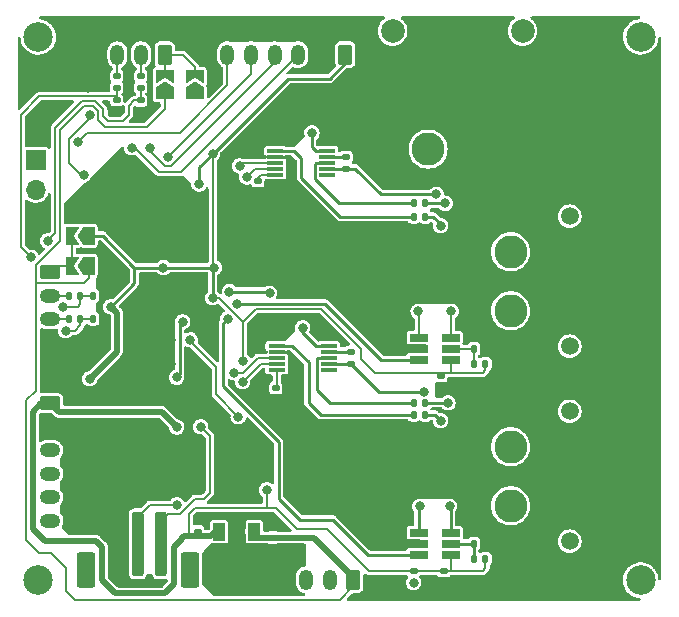
<source format=gbl>
G04 #@! TF.GenerationSoftware,KiCad,Pcbnew,(6.0.6)*
G04 #@! TF.CreationDate,2022-09-05T23:03:05+09:00*
G04 #@! TF.ProjectId,RP_MD,52505f4d-442e-46b6-9963-61645f706362,rev?*
G04 #@! TF.SameCoordinates,Original*
G04 #@! TF.FileFunction,Copper,L2,Bot*
G04 #@! TF.FilePolarity,Positive*
%FSLAX46Y46*%
G04 Gerber Fmt 4.6, Leading zero omitted, Abs format (unit mm)*
G04 Created by KiCad (PCBNEW (6.0.6)) date 2022-09-05 23:03:05*
%MOMM*%
%LPD*%
G01*
G04 APERTURE LIST*
G04 Aperture macros list*
%AMRoundRect*
0 Rectangle with rounded corners*
0 $1 Rounding radius*
0 $2 $3 $4 $5 $6 $7 $8 $9 X,Y pos of 4 corners*
0 Add a 4 corners polygon primitive as box body*
4,1,4,$2,$3,$4,$5,$6,$7,$8,$9,$2,$3,0*
0 Add four circle primitives for the rounded corners*
1,1,$1+$1,$2,$3*
1,1,$1+$1,$4,$5*
1,1,$1+$1,$6,$7*
1,1,$1+$1,$8,$9*
0 Add four rect primitives between the rounded corners*
20,1,$1+$1,$2,$3,$4,$5,0*
20,1,$1+$1,$4,$5,$6,$7,0*
20,1,$1+$1,$6,$7,$8,$9,0*
20,1,$1+$1,$8,$9,$2,$3,0*%
%AMOutline4P*
0 Free polygon, 4 corners , with rotation*
0 The origin of the aperture is its center*
0 number of corners: always 4*
0 $1 to $8 corner X, Y*
0 $9 Rotation angle, in degrees counterclockwise*
0 create outline with 4 corners*
4,1,4,$1,$2,$3,$4,$5,$6,$7,$8,$1,$2,$9*%
%AMFreePoly0*
4,1,6,1.000000,0.000000,0.500000,-0.750000,-0.500000,-0.750000,-0.500000,0.750000,0.500000,0.750000,1.000000,0.000000,1.000000,0.000000,$1*%
%AMFreePoly1*
4,1,6,0.500000,-0.750000,-0.650000,-0.750000,-0.150000,0.000000,-0.650000,0.750000,0.500000,0.750000,0.500000,-0.750000,0.500000,-0.750000,$1*%
G04 Aperture macros list end*
G04 #@! TA.AperFunction,ComponentPad*
%ADD10C,1.500000*%
G04 #@! TD*
G04 #@! TA.AperFunction,ComponentPad*
%ADD11C,2.800000*%
G04 #@! TD*
G04 #@! TA.AperFunction,ComponentPad*
%ADD12RoundRect,0.250000X0.350000X0.625000X-0.350000X0.625000X-0.350000X-0.625000X0.350000X-0.625000X0*%
G04 #@! TD*
G04 #@! TA.AperFunction,ComponentPad*
%ADD13O,1.200000X1.750000*%
G04 #@! TD*
G04 #@! TA.AperFunction,ComponentPad*
%ADD14R,1.700000X1.700000*%
G04 #@! TD*
G04 #@! TA.AperFunction,ComponentPad*
%ADD15O,1.700000X1.700000*%
G04 #@! TD*
G04 #@! TA.AperFunction,ComponentPad*
%ADD16RoundRect,0.250000X-0.625000X0.350000X-0.625000X-0.350000X0.625000X-0.350000X0.625000X0.350000X0*%
G04 #@! TD*
G04 #@! TA.AperFunction,ComponentPad*
%ADD17O,1.750000X1.200000*%
G04 #@! TD*
G04 #@! TA.AperFunction,ComponentPad*
%ADD18C,2.000000*%
G04 #@! TD*
G04 #@! TA.AperFunction,SMDPad,CuDef*
%ADD19RoundRect,0.147500X0.172500X-0.147500X0.172500X0.147500X-0.172500X0.147500X-0.172500X-0.147500X0*%
G04 #@! TD*
G04 #@! TA.AperFunction,SMDPad,CuDef*
%ADD20RoundRect,0.147500X-0.147500X-0.172500X0.147500X-0.172500X0.147500X0.172500X-0.147500X0.172500X0*%
G04 #@! TD*
G04 #@! TA.AperFunction,SMDPad,CuDef*
%ADD21RoundRect,0.147500X-0.172500X0.147500X-0.172500X-0.147500X0.172500X-0.147500X0.172500X0.147500X0*%
G04 #@! TD*
G04 #@! TA.AperFunction,SMDPad,CuDef*
%ADD22RoundRect,0.147500X0.147500X0.172500X-0.147500X0.172500X-0.147500X-0.172500X0.147500X-0.172500X0*%
G04 #@! TD*
G04 #@! TA.AperFunction,SMDPad,CuDef*
%ADD23R,1.560000X0.650000*%
G04 #@! TD*
G04 #@! TA.AperFunction,SMDPad,CuDef*
%ADD24FreePoly0,90.000000*%
G04 #@! TD*
G04 #@! TA.AperFunction,SMDPad,CuDef*
%ADD25FreePoly1,90.000000*%
G04 #@! TD*
G04 #@! TA.AperFunction,SMDPad,CuDef*
%ADD26FreePoly0,180.000000*%
G04 #@! TD*
G04 #@! TA.AperFunction,SMDPad,CuDef*
%ADD27FreePoly1,180.000000*%
G04 #@! TD*
G04 #@! TA.AperFunction,SMDPad,CuDef*
%ADD28R,1.400000X0.300000*%
G04 #@! TD*
G04 #@! TA.AperFunction,SMDPad,CuDef*
%ADD29RoundRect,0.250000X-0.250000X-2.500000X0.250000X-2.500000X0.250000X2.500000X-0.250000X2.500000X0*%
G04 #@! TD*
G04 #@! TA.AperFunction,SMDPad,CuDef*
%ADD30RoundRect,0.250000X-0.550000X-1.250000X0.550000X-1.250000X0.550000X1.250000X-0.550000X1.250000X0*%
G04 #@! TD*
G04 #@! TA.AperFunction,SMDPad,CuDef*
%ADD31R,1.000000X1.500000*%
G04 #@! TD*
G04 #@! TA.AperFunction,SMDPad,CuDef*
%ADD32R,2.200000X1.840000*%
G04 #@! TD*
G04 #@! TA.AperFunction,SMDPad,CuDef*
%ADD33R,1.000000X1.800000*%
G04 #@! TD*
G04 #@! TA.AperFunction,SMDPad,CuDef*
%ADD34Outline4P,-0.500000X-0.425000X0.500000X-0.425000X1.100000X0.425000X-1.100000X0.425000X0.000000*%
G04 #@! TD*
G04 #@! TA.AperFunction,SMDPad,CuDef*
%ADD35Outline4P,-0.400000X-0.500000X0.400000X-0.500000X1.100000X0.500000X-1.100000X0.500000X180.000000*%
G04 #@! TD*
G04 #@! TA.AperFunction,ViaPad*
%ADD36C,2.500000*%
G04 #@! TD*
G04 #@! TA.AperFunction,ViaPad*
%ADD37C,0.800000*%
G04 #@! TD*
G04 #@! TA.AperFunction,ViaPad*
%ADD38C,1.500000*%
G04 #@! TD*
G04 #@! TA.AperFunction,Conductor*
%ADD39C,0.500000*%
G04 #@! TD*
G04 #@! TA.AperFunction,Conductor*
%ADD40C,0.200000*%
G04 #@! TD*
G04 #@! TA.AperFunction,Conductor*
%ADD41C,0.250000*%
G04 #@! TD*
G04 APERTURE END LIST*
D10*
X156210000Y-67525000D03*
X156210000Y-78525000D03*
D11*
X151210000Y-70525000D03*
X151210000Y-75525000D03*
D12*
X121920000Y-53840000D03*
D13*
X119920000Y-53840000D03*
X117920000Y-53840000D03*
X115920000Y-53840000D03*
D10*
X156210000Y-95035000D03*
X156210000Y-84035000D03*
D11*
X151210000Y-87035000D03*
X151210000Y-92035000D03*
D14*
X110998000Y-62738000D03*
D15*
X110998000Y-65278000D03*
X110998000Y-67818000D03*
D16*
X112220000Y-83330000D03*
D17*
X112220000Y-85330000D03*
X112220000Y-87330000D03*
X112220000Y-89330000D03*
X112220000Y-91330000D03*
X112220000Y-93330000D03*
D12*
X137220000Y-53830000D03*
D13*
X135220000Y-53830000D03*
X133220000Y-53830000D03*
X131220000Y-53830000D03*
X129220000Y-53830000D03*
X127220000Y-53830000D03*
D16*
X112230000Y-72240000D03*
D17*
X112230000Y-74240000D03*
X112230000Y-76240000D03*
X112230000Y-78240000D03*
D18*
X152220000Y-51830000D03*
X141220000Y-51830000D03*
D11*
X144220000Y-61830000D03*
X149220000Y-61830000D03*
D12*
X137890000Y-98298000D03*
D13*
X135890000Y-98298000D03*
X133890000Y-98298000D03*
X131890000Y-98298000D03*
D19*
X137287000Y-63477000D03*
X137287000Y-62507000D03*
D20*
X133579000Y-77010000D03*
X134549000Y-77010000D03*
D19*
X137668000Y-79987000D03*
X137668000Y-79017000D03*
D21*
X129794000Y-64539000D03*
X129794000Y-65509000D03*
D22*
X143995000Y-67564000D03*
X143025000Y-67564000D03*
D21*
X131318000Y-82065000D03*
X131318000Y-83035000D03*
D22*
X143995000Y-83312000D03*
X143025000Y-83312000D03*
D20*
X148105000Y-78740000D03*
X149075000Y-78740000D03*
D22*
X149075000Y-96520000D03*
X148105000Y-96520000D03*
D20*
X148105000Y-95250000D03*
X149075000Y-95250000D03*
D23*
X143430000Y-79690000D03*
X143430000Y-78740000D03*
X143430000Y-77790000D03*
X146130000Y-77790000D03*
X146130000Y-78740000D03*
X146130000Y-79690000D03*
X143430000Y-96200000D03*
X143430000Y-95250000D03*
X143430000Y-94300000D03*
X146130000Y-94300000D03*
X146130000Y-95250000D03*
X146130000Y-96200000D03*
D22*
X143972000Y-66421000D03*
X143002000Y-66421000D03*
X149075000Y-80010000D03*
X148105000Y-80010000D03*
D24*
X121920000Y-57105000D03*
D25*
X121920000Y-55655000D03*
D26*
X115495000Y-71700000D03*
D27*
X114045000Y-71700000D03*
D26*
X115495000Y-69160000D03*
D27*
X114045000Y-69160000D03*
D22*
X114762000Y-76200000D03*
X113792000Y-76200000D03*
X114785000Y-74240000D03*
X113815000Y-74240000D03*
D20*
X115847000Y-76200000D03*
X116817000Y-76200000D03*
X115847000Y-74240000D03*
X116817000Y-74240000D03*
D21*
X119888000Y-57704000D03*
X119888000Y-58674000D03*
D19*
X119888000Y-56619000D03*
X119888000Y-55649000D03*
D28*
X135804000Y-78502000D03*
X135804000Y-79002000D03*
X135804000Y-79502000D03*
X135804000Y-80002000D03*
X135804000Y-80502000D03*
X131404000Y-80502000D03*
X131404000Y-80002000D03*
X131404000Y-79502000D03*
X131404000Y-79002000D03*
X131404000Y-78502000D03*
D22*
X143995000Y-84328000D03*
X143025000Y-84328000D03*
D24*
X124460000Y-57105000D03*
D25*
X124460000Y-55655000D03*
D19*
X117856000Y-56619000D03*
X117856000Y-55649000D03*
D21*
X131064000Y-93749000D03*
X131064000Y-94719000D03*
X124714000Y-93241000D03*
X124714000Y-94211000D03*
D20*
X134389000Y-60452000D03*
X135359000Y-60452000D03*
D28*
X135677000Y-61992000D03*
X135677000Y-62492000D03*
X135677000Y-62992000D03*
X135677000Y-63492000D03*
X135677000Y-63992000D03*
X131277000Y-63992000D03*
X131277000Y-63492000D03*
X131277000Y-62992000D03*
X131277000Y-62492000D03*
X131277000Y-61992000D03*
D21*
X117856000Y-57681000D03*
X117856000Y-58651000D03*
D19*
X143002000Y-98529000D03*
X143002000Y-97559000D03*
X145542000Y-98529000D03*
X145542000Y-97559000D03*
D29*
X117634000Y-95258000D03*
X119634000Y-95258000D03*
X121634000Y-95258000D03*
D30*
X115234000Y-97508000D03*
X124034000Y-97508000D03*
D19*
X145288000Y-82019000D03*
X145288000Y-81049000D03*
D31*
X126516000Y-94214500D03*
D32*
X128016000Y-97028000D03*
D33*
X128016000Y-94361000D03*
D34*
X128016000Y-98361500D03*
D35*
X128016000Y-95618300D03*
D31*
X129516000Y-94214500D03*
D36*
X111220000Y-52330000D03*
X111220000Y-98330000D03*
X162220000Y-52330000D03*
X162220000Y-98330000D03*
D37*
X125984000Y-74422000D03*
X121808000Y-71859000D03*
X130556000Y-90678000D03*
X125984000Y-62230000D03*
X115570000Y-81280000D03*
X126126000Y-71859000D03*
X128524000Y-79733000D03*
X124824000Y-64801000D03*
X122936000Y-85367000D03*
X117348000Y-75184000D03*
X124460000Y-57150000D03*
X143383000Y-87630000D03*
X142494000Y-86614000D03*
X143383000Y-86614000D03*
X144272000Y-86614000D03*
X144272000Y-85598000D03*
X142494000Y-85598000D03*
X143383000Y-85598000D03*
X142494000Y-87630000D03*
X127127000Y-96393000D03*
X121920000Y-51435000D03*
X119761000Y-80899000D03*
X131064000Y-65532000D03*
X144399000Y-69469000D03*
X144780000Y-72771000D03*
X159004000Y-93472000D03*
X159004000Y-95758000D03*
X132588000Y-90678000D03*
X120015000Y-87249000D03*
X127254000Y-91440000D03*
X128270000Y-96393000D03*
X128778000Y-60706000D03*
X131064000Y-69088000D03*
X132588000Y-86233000D03*
X125222000Y-69977000D03*
X117856000Y-58674000D03*
X163195000Y-75565000D03*
X163195000Y-58928000D03*
X124968000Y-90678000D03*
X120650000Y-77978000D03*
X141732000Y-57023000D03*
X144145000Y-51435000D03*
X132588000Y-88392000D03*
X131064000Y-72517000D03*
X136398000Y-85852000D03*
X122428000Y-80010000D03*
X136398000Y-86868000D03*
X113919000Y-81915000D03*
X163195000Y-80010000D03*
X126238000Y-55880000D03*
X143764000Y-72771000D03*
X129540000Y-51435000D03*
X141478000Y-99314000D03*
X136271000Y-72263000D03*
X144399000Y-70485000D03*
X135255000Y-87884000D03*
X136398000Y-87884000D03*
X124333000Y-67564000D03*
X142494000Y-70485000D03*
X131953000Y-60579000D03*
X133223000Y-69088000D03*
X128143000Y-71755000D03*
X128270000Y-98044000D03*
X160782000Y-58928000D03*
X136906000Y-73025000D03*
X149225000Y-57023000D03*
X117602000Y-68834000D03*
X158115000Y-51435000D03*
X162052000Y-62992000D03*
D38*
X121666000Y-78994000D03*
D37*
X134747000Y-58547000D03*
X117602000Y-93218000D03*
X143510000Y-70485000D03*
X135763000Y-73025000D03*
X135255000Y-85852000D03*
X136525000Y-92075000D03*
X128016000Y-66929000D03*
X136525000Y-60452000D03*
X155321000Y-57023000D03*
X124968000Y-93091000D03*
X159512000Y-60960000D03*
X127000000Y-68580000D03*
X137160000Y-51435000D03*
X133223000Y-72517000D03*
X137160000Y-70485000D03*
X142494000Y-88646000D03*
X134112000Y-87630000D03*
X142494000Y-69469000D03*
X119634000Y-91694000D03*
X137160000Y-69596000D03*
X136271000Y-69215000D03*
X163195000Y-55245000D03*
X118110000Y-51435000D03*
X125730000Y-51435000D03*
X127127000Y-98044000D03*
X110998000Y-59436000D03*
X120650000Y-98552000D03*
X163322000Y-60960000D03*
X119761000Y-76962000D03*
X160782000Y-62992000D03*
X124714000Y-86360000D03*
X162052000Y-58928000D03*
X132461000Y-83312000D03*
X135255000Y-86868000D03*
X133350000Y-51435000D03*
X135255000Y-70231000D03*
X163195000Y-84455000D03*
X152908000Y-99060000D03*
X133858000Y-92075000D03*
X132588000Y-85217000D03*
X156210000Y-99060000D03*
X117094000Y-73406000D03*
X122428000Y-77978000D03*
X163195000Y-71120000D03*
X136271000Y-70231000D03*
X139192000Y-99314000D03*
X138303000Y-58674000D03*
X161290000Y-80010000D03*
X131826000Y-96012000D03*
X121285000Y-70866000D03*
X144018000Y-68580000D03*
X163195000Y-62992000D03*
X139446000Y-94742000D03*
X159004000Y-88900000D03*
X163195000Y-93345000D03*
X117539500Y-89535000D03*
X136271000Y-71247000D03*
X143510000Y-71501000D03*
X142494000Y-71501000D03*
X141478000Y-95059500D03*
X159385000Y-99060000D03*
X161036000Y-71120000D03*
X163195000Y-66675000D03*
X152908000Y-96901000D03*
X161036000Y-75438000D03*
X114300000Y-51435000D03*
X127000000Y-70485000D03*
X124333000Y-66167000D03*
X154305000Y-51435000D03*
X123444000Y-87122000D03*
X143002000Y-68580000D03*
X117094000Y-70739000D03*
X112014000Y-81915000D03*
X113919000Y-80264000D03*
X163195000Y-95885000D03*
X110236000Y-57150000D03*
X132461000Y-76200000D03*
X143383000Y-88646000D03*
X133096000Y-81153000D03*
X134112000Y-86614000D03*
X120650000Y-80010000D03*
X143510000Y-69469000D03*
X135890000Y-88900000D03*
X148590000Y-51435000D03*
X135255000Y-72263000D03*
X127254000Y-64262000D03*
X159512000Y-58928000D03*
X159004000Y-84328000D03*
X144780000Y-89408000D03*
X142748000Y-72517000D03*
X137922000Y-93472000D03*
X112014000Y-80264000D03*
X135255000Y-71247000D03*
X160782000Y-66548000D03*
X134112000Y-85598000D03*
X163195000Y-88900000D03*
X119888000Y-58674000D03*
X162052000Y-60960000D03*
X130302000Y-82296000D03*
X135382000Y-76962000D03*
X128778000Y-87122000D03*
X135255000Y-69215000D03*
X132715000Y-63500000D03*
X115443000Y-56642000D03*
X131064000Y-93218000D03*
X160782000Y-60960000D03*
X122936000Y-81153000D03*
X123444000Y-76454000D03*
X134389000Y-60452000D03*
X133604000Y-76962000D03*
X127254000Y-76200000D03*
X128016000Y-74930000D03*
X144907000Y-65659000D03*
X143383000Y-75565000D03*
X143877902Y-82392500D03*
X143510000Y-92075000D03*
X128883975Y-64199703D03*
X128270000Y-63246000D03*
X128524000Y-81534000D03*
X127762000Y-80772000D03*
X146177000Y-75565000D03*
X146050000Y-92075000D03*
X114554000Y-61214000D03*
X122174000Y-62484000D03*
X120650000Y-61722000D03*
X119126000Y-61722000D03*
X115570000Y-58928000D03*
X115062000Y-64008000D03*
X112014000Y-69596000D03*
X113284000Y-75184000D03*
X110617000Y-70993000D03*
X113538000Y-77216000D03*
X124079000Y-77978000D03*
X128143000Y-84497000D03*
X127396000Y-73891000D03*
X130810000Y-74041000D03*
X143002000Y-98529000D03*
X122936000Y-91948000D03*
X124968000Y-85344000D03*
X145669000Y-66421000D03*
X145288000Y-68326000D03*
X145903498Y-83312000D03*
X145288000Y-84836000D03*
D39*
X116586000Y-95504000D02*
X116078000Y-94996000D01*
D40*
X125984000Y-71717000D02*
X126126000Y-71859000D01*
D41*
X124824000Y-63390000D02*
X124824000Y-64801000D01*
D40*
X146130000Y-80692000D02*
X146050000Y-80772000D01*
X148844000Y-80772000D02*
X146558000Y-80772000D01*
X149075000Y-80541000D02*
X148844000Y-80772000D01*
D39*
X126220000Y-94214500D02*
X125842500Y-94592000D01*
X123371000Y-94815000D02*
X122682000Y-95504000D01*
X117348000Y-75184000D02*
X117856000Y-75692000D01*
D41*
X137220000Y-54550000D02*
X135890000Y-55880000D01*
D39*
X117856000Y-78994000D02*
X115570000Y-81280000D01*
D41*
X137220000Y-53830000D02*
X137220000Y-54550000D01*
X115495000Y-69160000D02*
X116658000Y-69160000D01*
D40*
X129622990Y-75355010D02*
X128524000Y-76454000D01*
D41*
X132334000Y-55880000D02*
X125984000Y-62230000D01*
D40*
X149075000Y-97305000D02*
X148844000Y-97536000D01*
D39*
X111488000Y-83330000D02*
X112220000Y-83330000D01*
D40*
X138557000Y-78740000D02*
X135172010Y-75355010D01*
D41*
X125984000Y-72001000D02*
X126126000Y-71859000D01*
D40*
X123952000Y-94634000D02*
X123952000Y-92710000D01*
D39*
X117856000Y-75692000D02*
X117856000Y-77978000D01*
X110744000Y-84074000D02*
X111488000Y-83330000D01*
X116078000Y-94996000D02*
X111760000Y-94996000D01*
D41*
X124714000Y-94211000D02*
X124714000Y-94465000D01*
X124714000Y-94465000D02*
X124587000Y-94592000D01*
D40*
X135636000Y-93980000D02*
X133096000Y-93980000D01*
X131318000Y-92202000D02*
X130556000Y-92202000D01*
X123952000Y-92710000D02*
X124460000Y-92202000D01*
D39*
X123594000Y-94592000D02*
X122682000Y-95504000D01*
D41*
X119357000Y-71859000D02*
X121808000Y-71859000D01*
D40*
X139700000Y-80772000D02*
X138557000Y-79629000D01*
X149075000Y-96520000D02*
X149075000Y-97305000D01*
X146558000Y-80772000D02*
X146050000Y-80772000D01*
X146130000Y-97456000D02*
X146050000Y-97536000D01*
X125984000Y-62230000D02*
X125984000Y-71717000D01*
D41*
X124460000Y-57105000D02*
X124460000Y-57150000D01*
D39*
X112987000Y-84097000D02*
X121666000Y-84097000D01*
D41*
X116658000Y-69160000D02*
X119357000Y-71859000D01*
D40*
X146130000Y-96200000D02*
X146130000Y-97456000D01*
D41*
X125984000Y-62230000D02*
X124824000Y-63390000D01*
D40*
X130556000Y-90678000D02*
X130556000Y-92202000D01*
D41*
X119357000Y-73175000D02*
X119357000Y-71859000D01*
D40*
X128524000Y-76454000D02*
X128524000Y-79733000D01*
X149075000Y-80010000D02*
X149075000Y-80541000D01*
D39*
X117856000Y-77978000D02*
X117856000Y-78994000D01*
D41*
X117348000Y-75184000D02*
X119357000Y-73175000D01*
D39*
X121666000Y-84097000D02*
X122936000Y-85367000D01*
X122682000Y-98692980D02*
X121920000Y-99454980D01*
X117742980Y-99454980D02*
X116586000Y-98298000D01*
D40*
X146130000Y-79690000D02*
X146130000Y-80692000D01*
X133096000Y-93980000D02*
X131318000Y-92202000D01*
D39*
X122682000Y-95504000D02*
X122682000Y-98692980D01*
X110744000Y-93980000D02*
X110744000Y-84074000D01*
D41*
X126126000Y-71859000D02*
X121808000Y-71859000D01*
D39*
X125842500Y-94592000D02*
X124587000Y-94592000D01*
X112987000Y-84097000D02*
X112220000Y-83330000D01*
D41*
X125984000Y-74422000D02*
X125984000Y-72001000D01*
D40*
X138557000Y-79629000D02*
X138557000Y-78740000D01*
X146050000Y-97536000D02*
X148844000Y-97536000D01*
X145288000Y-80772000D02*
X139700000Y-80772000D01*
X146050000Y-97536000D02*
X139192000Y-97536000D01*
X125984000Y-74422000D02*
X126492000Y-74422000D01*
D39*
X111760000Y-94996000D02*
X110744000Y-93980000D01*
D40*
X139192000Y-97536000D02*
X135636000Y-93980000D01*
X124460000Y-92202000D02*
X130556000Y-92202000D01*
X146050000Y-80772000D02*
X145288000Y-80772000D01*
D39*
X121920000Y-99454980D02*
X117742980Y-99454980D01*
D41*
X135890000Y-55880000D02*
X132334000Y-55880000D01*
D39*
X116586000Y-98298000D02*
X116586000Y-95504000D01*
D40*
X135172010Y-75355010D02*
X129622990Y-75355010D01*
X126492000Y-74422000D02*
X128524000Y-76454000D01*
D39*
X124587000Y-94592000D02*
X123594000Y-94592000D01*
D40*
X145288000Y-81049000D02*
X145288000Y-80772000D01*
D41*
X131277000Y-62492000D02*
X132469000Y-62492000D01*
D40*
X131277000Y-62492000D02*
X129802000Y-62492000D01*
D41*
X131404000Y-79002000D02*
X132326000Y-79002000D01*
X123444000Y-76454000D02*
X123190000Y-76708000D01*
X123190000Y-80899000D02*
X122936000Y-81153000D01*
X123190000Y-76708000D02*
X123190000Y-80899000D01*
X134389000Y-61654000D02*
X134389000Y-60772000D01*
X134389000Y-60772000D02*
X134389000Y-60452000D01*
X135677000Y-61992000D02*
X134727000Y-61992000D01*
X134727000Y-61992000D02*
X134389000Y-61654000D01*
X135804000Y-78502000D02*
X134751000Y-78502000D01*
X134751000Y-78502000D02*
X133579000Y-77330000D01*
X133579000Y-77330000D02*
X133579000Y-77010000D01*
X135677000Y-62492000D02*
X137272000Y-62492000D01*
X137272000Y-62492000D02*
X137287000Y-62507000D01*
X137653000Y-79002000D02*
X137668000Y-79017000D01*
X135804000Y-79002000D02*
X137653000Y-79002000D01*
D40*
X130046000Y-63992000D02*
X131277000Y-63992000D01*
X129794000Y-64539000D02*
X129794000Y-64244000D01*
X129794000Y-64244000D02*
X130046000Y-63992000D01*
D41*
X134741998Y-62992000D02*
X134651999Y-63081999D01*
X134651999Y-63081999D02*
X134651999Y-64402001D01*
X135677000Y-62992000D02*
X134741998Y-62992000D01*
X134651999Y-64402001D02*
X136670998Y-66421000D01*
X136670998Y-66421000D02*
X143002000Y-66421000D01*
X136779000Y-67564000D02*
X133477000Y-64262000D01*
X143025000Y-67564000D02*
X136779000Y-67564000D01*
X132858000Y-61992000D02*
X133477000Y-62611000D01*
X133477000Y-62611000D02*
X133477000Y-64262000D01*
X131277000Y-61992000D02*
X132858000Y-61992000D01*
D40*
X131404000Y-80502000D02*
X131404000Y-81979000D01*
X131404000Y-81979000D02*
X131318000Y-82065000D01*
D41*
X143025000Y-83312000D02*
X135890000Y-83312000D01*
X134854000Y-79502000D02*
X134778999Y-79577001D01*
X134778999Y-79577001D02*
X134778999Y-82200999D01*
X135890000Y-83312000D02*
X134778999Y-82200999D01*
X135804000Y-79502000D02*
X134854000Y-79502000D01*
X134112000Y-83312000D02*
X135128000Y-84328000D01*
X135128000Y-84328000D02*
X143025000Y-84328000D01*
X132731000Y-78502000D02*
X134112000Y-79883000D01*
X134112000Y-79883000D02*
X134112000Y-83312000D01*
X131404000Y-78502000D02*
X132731000Y-78502000D01*
X126873000Y-76581000D02*
X127254000Y-76200000D01*
X136144000Y-93218000D02*
X133350000Y-93218000D01*
X131572000Y-86614000D02*
X126873000Y-81915000D01*
X126873000Y-81915000D02*
X126873000Y-76581000D01*
X133350000Y-93218000D02*
X131572000Y-91440000D01*
X139126000Y-96200000D02*
X136144000Y-93218000D01*
X131572000Y-91440000D02*
X131572000Y-86614000D01*
X143430000Y-96200000D02*
X139126000Y-96200000D01*
X128016000Y-74930000D02*
X135509000Y-74930000D01*
X140269000Y-79690000D02*
X143430000Y-79690000D01*
X135509000Y-74930000D02*
X140269000Y-79690000D01*
D40*
X148105000Y-80010000D02*
X148105000Y-78740000D01*
X146130000Y-78740000D02*
X148105000Y-78740000D01*
D41*
X146130000Y-95250000D02*
X148105000Y-95250000D01*
X148105000Y-95250000D02*
X148105000Y-96520000D01*
X137272000Y-63492000D02*
X137287000Y-63477000D01*
X138026000Y-63477000D02*
X137287000Y-63477000D01*
X135677000Y-63492000D02*
X137272000Y-63492000D01*
X140208000Y-65659000D02*
X138026000Y-63477000D01*
X144907000Y-65659000D02*
X140208000Y-65659000D01*
D40*
X143430000Y-77790000D02*
X143430000Y-75612000D01*
X143430000Y-75612000D02*
X143383000Y-75565000D01*
D41*
X143877902Y-82392500D02*
X140073500Y-82392500D01*
X135804000Y-80002000D02*
X137653000Y-80002000D01*
X137653000Y-80002000D02*
X137668000Y-79987000D01*
X140073500Y-82392500D02*
X137668000Y-79987000D01*
X143430000Y-92155000D02*
X143510000Y-92075000D01*
X143430000Y-94300000D02*
X143430000Y-92155000D01*
D40*
X128883975Y-64199703D02*
X129591678Y-63492000D01*
X129591678Y-63492000D02*
X131277000Y-63492000D01*
X128524000Y-62992000D02*
X131277000Y-62992000D01*
X128524000Y-62992000D02*
X128270000Y-63246000D01*
X128524000Y-81534000D02*
X130056000Y-80002000D01*
X130056000Y-80002000D02*
X131404000Y-80002000D01*
X129794000Y-79502000D02*
X131404000Y-79502000D01*
X128524000Y-80772000D02*
X129794000Y-79502000D01*
X127762000Y-80772000D02*
X128524000Y-80772000D01*
X146130000Y-75612000D02*
X146177000Y-75565000D01*
X146130000Y-77790000D02*
X146130000Y-75612000D01*
D41*
X146130000Y-92155000D02*
X146050000Y-92075000D01*
X146130000Y-94300000D02*
X146130000Y-92155000D01*
D40*
X113538000Y-97282000D02*
X113538000Y-99060000D01*
X115824000Y-58166000D02*
X115062000Y-58166000D01*
X113030000Y-60198000D02*
X113030000Y-69596000D01*
X115062000Y-73152000D02*
X115495000Y-72719000D01*
X110998000Y-82296000D02*
X110193990Y-83100010D01*
X115495000Y-72719000D02*
X115495000Y-71700000D01*
X110193990Y-94953990D02*
X111252000Y-96012000D01*
X112268000Y-96012000D02*
X113538000Y-97282000D01*
X114300000Y-100004990D02*
X136723010Y-100004990D01*
X113538000Y-99060000D02*
X113538000Y-99242990D01*
X120396000Y-59944000D02*
X116840000Y-59944000D01*
X113030000Y-69596000D02*
X110998000Y-71628000D01*
X110193990Y-83100010D02*
X110193990Y-94953990D01*
X121920000Y-58420000D02*
X120396000Y-59944000D01*
X136723010Y-100004990D02*
X137890000Y-98838000D01*
X110998000Y-73152000D02*
X115062000Y-73152000D01*
X110998000Y-71628000D02*
X110998000Y-73152000D01*
X110998000Y-73152000D02*
X110998000Y-82296000D01*
X113538000Y-99242990D02*
X114300000Y-100004990D01*
D39*
X131064000Y-94719000D02*
X134565000Y-94719000D01*
D40*
X111252000Y-96012000D02*
X112268000Y-96012000D01*
D39*
X129220000Y-94214500D02*
X129724500Y-94719000D01*
D40*
X116270001Y-58612001D02*
X115824000Y-58166000D01*
X137890000Y-98838000D02*
X137890000Y-98044000D01*
D39*
X129724500Y-94719000D02*
X131064000Y-94719000D01*
D40*
X121920000Y-57105000D02*
X121920000Y-58420000D01*
X115062000Y-58166000D02*
X113030000Y-60198000D01*
X116840000Y-59944000D02*
X116270001Y-59374001D01*
D39*
X134565000Y-94719000D02*
X137890000Y-98044000D01*
D40*
X116270001Y-59374001D02*
X116270001Y-58612001D01*
X114045000Y-69160000D02*
X114045000Y-71700000D01*
X114045000Y-71700000D02*
X112770000Y-71700000D01*
X112770000Y-71700000D02*
X112230000Y-72240000D01*
X112230000Y-74240000D02*
X113815000Y-74240000D01*
X112230000Y-76240000D02*
X113752000Y-76240000D01*
X113752000Y-76240000D02*
X113792000Y-76200000D01*
X114554000Y-61214000D02*
X115316000Y-60452000D01*
X127220000Y-56422000D02*
X127220000Y-53830000D01*
X123190000Y-60452000D02*
X127220000Y-56422000D01*
X115316000Y-60452000D02*
X123190000Y-60452000D01*
X122174000Y-62484000D02*
X129220000Y-55438000D01*
X129220000Y-55438000D02*
X129220000Y-53830000D01*
X122428000Y-63246000D02*
X121920000Y-63246000D01*
X131220000Y-54454000D02*
X122428000Y-63246000D01*
X121920000Y-63246000D02*
X120650000Y-61976000D01*
X131220000Y-53830000D02*
X131220000Y-54454000D01*
X120650000Y-61976000D02*
X120650000Y-61722000D01*
X123296000Y-63754000D02*
X121412000Y-63754000D01*
X121412000Y-63754000D02*
X119380000Y-61722000D01*
X123804000Y-63246000D02*
X133220000Y-53830000D01*
X123804000Y-63246000D02*
X123296000Y-63754000D01*
X117856000Y-55649000D02*
X117856000Y-53904000D01*
X117856000Y-53904000D02*
X117920000Y-53840000D01*
X119888000Y-53872000D02*
X119920000Y-53840000D01*
X119888000Y-55649000D02*
X119888000Y-53872000D01*
X123436000Y-53840000D02*
X121920000Y-53840000D01*
X121920000Y-53840000D02*
X121920000Y-55655000D01*
X124460000Y-55655000D02*
X124460000Y-54864000D01*
X124460000Y-54864000D02*
X123436000Y-53840000D01*
X113792000Y-60960000D02*
X114808000Y-59944000D01*
X114808000Y-64008000D02*
X113792000Y-62992000D01*
X114808000Y-59944000D02*
X115570000Y-59182000D01*
X115570000Y-59182000D02*
X115570000Y-58928000D01*
X113792000Y-62992000D02*
X113792000Y-60960000D01*
X115062000Y-64008000D02*
X114808000Y-64008000D01*
X119334000Y-57704000D02*
X118872000Y-58166000D01*
X117094000Y-59436000D02*
X116670009Y-59012009D01*
X118872000Y-58166000D02*
X118872000Y-58928000D01*
X118872000Y-58928000D02*
X118364000Y-59436000D01*
X119888000Y-57704000D02*
X119888000Y-56619000D01*
X118364000Y-59436000D02*
X117094000Y-59436000D01*
X116670009Y-58446311D02*
X115989688Y-57765990D01*
X116670009Y-59012009D02*
X116670009Y-58446311D01*
X115989688Y-57765990D02*
X114896311Y-57765990D01*
X119888000Y-57704000D02*
X119334000Y-57704000D01*
X114896311Y-57765990D02*
X112629990Y-60032311D01*
X112014000Y-69557980D02*
X112014000Y-69596000D01*
X112629990Y-60032311D02*
X112629990Y-68941990D01*
X112629990Y-68941990D02*
X112014000Y-69557980D01*
X114785000Y-74953000D02*
X114785000Y-74240000D01*
X113792000Y-75184000D02*
X113284000Y-75184000D01*
X114785000Y-74240000D02*
X115847000Y-74240000D01*
X114554000Y-75184000D02*
X114785000Y-74953000D01*
X113792000Y-75184000D02*
X114554000Y-75184000D01*
X111290020Y-57365980D02*
X117817980Y-57365980D01*
X109728000Y-58928000D02*
X111290020Y-57365980D01*
X117817980Y-57365980D02*
X117856000Y-57404000D01*
X109728000Y-70104000D02*
X109728000Y-58928000D01*
X117856000Y-56619000D02*
X117856000Y-57404000D01*
X117856000Y-57404000D02*
X117856000Y-57681000D01*
X110617000Y-70993000D02*
X109728000Y-70104000D01*
X114762000Y-76754000D02*
X114762000Y-76200000D01*
X113538000Y-77216000D02*
X114300000Y-77216000D01*
X114762000Y-76200000D02*
X115847000Y-76200000D01*
X114300000Y-77216000D02*
X114762000Y-76754000D01*
X126238000Y-80264000D02*
X126238000Y-82592000D01*
X124079000Y-77978000D02*
X124079000Y-78105000D01*
X124079000Y-78105000D02*
X126238000Y-80264000D01*
X126238000Y-82592000D02*
X128143000Y-84497000D01*
D41*
X130810000Y-74041000D02*
X130660000Y-73891000D01*
X130660000Y-73891000D02*
X127396000Y-73891000D01*
D40*
X119634000Y-95258000D02*
X119634000Y-92964000D01*
X122936000Y-91948000D02*
X120650000Y-91948000D01*
X119634000Y-92964000D02*
X120650000Y-91948000D01*
X124968000Y-85344000D02*
X125730000Y-86106000D01*
X125222000Y-91440000D02*
X124460000Y-91440000D01*
X122174000Y-92710000D02*
X123190000Y-92710000D01*
X121634000Y-93250000D02*
X122174000Y-92710000D01*
X125730000Y-90932000D02*
X125222000Y-91440000D01*
X124460000Y-91440000D02*
X123190000Y-92710000D01*
X125730000Y-86106000D02*
X125730000Y-90932000D01*
X121634000Y-95258000D02*
X121634000Y-93250000D01*
D41*
X143972000Y-66421000D02*
X145669000Y-66421000D01*
X143995000Y-67564000D02*
X144653000Y-67564000D01*
X144653000Y-67564000D02*
X145288000Y-68199000D01*
X145288000Y-68199000D02*
X145288000Y-68326000D01*
X143995000Y-83312000D02*
X145903498Y-83312000D01*
X143995000Y-84328000D02*
X144780000Y-84328000D01*
X144780000Y-84328000D02*
X145288000Y-84836000D01*
G04 #@! TA.AperFunction,Conductor*
G36*
X123904458Y-64468458D02*
G01*
X123938484Y-64530770D01*
X123935197Y-64596487D01*
X123930458Y-64611072D01*
X123910496Y-64801000D01*
X123930458Y-64990928D01*
X123989473Y-65172556D01*
X124084960Y-65337944D01*
X124212747Y-65479866D01*
X124367248Y-65592118D01*
X124373276Y-65594802D01*
X124373278Y-65594803D01*
X124496182Y-65649523D01*
X124541712Y-65669794D01*
X124635113Y-65689647D01*
X124722056Y-65708128D01*
X124722061Y-65708128D01*
X124728513Y-65709500D01*
X124919487Y-65709500D01*
X124925939Y-65708128D01*
X124925944Y-65708128D01*
X125012887Y-65689647D01*
X125106288Y-65669794D01*
X125112315Y-65667111D01*
X125112323Y-65667108D01*
X125198252Y-65628850D01*
X125268619Y-65619416D01*
X125332916Y-65649523D01*
X125370729Y-65709612D01*
X125375500Y-65743957D01*
X125375500Y-71099500D01*
X125355498Y-71167621D01*
X125301842Y-71214114D01*
X125249500Y-71225500D01*
X122516200Y-71225500D01*
X122448079Y-71205498D01*
X122428853Y-71189157D01*
X122428580Y-71189460D01*
X122423668Y-71185037D01*
X122419253Y-71180134D01*
X122308270Y-71099500D01*
X122270094Y-71071763D01*
X122270093Y-71071762D01*
X122264752Y-71067882D01*
X122258724Y-71065198D01*
X122258722Y-71065197D01*
X122096319Y-70992891D01*
X122096318Y-70992891D01*
X122090288Y-70990206D01*
X121996887Y-70970353D01*
X121909944Y-70951872D01*
X121909939Y-70951872D01*
X121903487Y-70950500D01*
X121712513Y-70950500D01*
X121706061Y-70951872D01*
X121706056Y-70951872D01*
X121619113Y-70970353D01*
X121525712Y-70990206D01*
X121519682Y-70992891D01*
X121519681Y-70992891D01*
X121357278Y-71065197D01*
X121357276Y-71065198D01*
X121351248Y-71067882D01*
X121345907Y-71071762D01*
X121345906Y-71071763D01*
X121307730Y-71099500D01*
X121196747Y-71180134D01*
X121192332Y-71185037D01*
X121187420Y-71189460D01*
X121186295Y-71188211D01*
X121132986Y-71221051D01*
X121099800Y-71225500D01*
X119671595Y-71225500D01*
X119634000Y-71214461D01*
X119634000Y-69596000D01*
X122555000Y-67310000D01*
X122555000Y-64389000D01*
X123825000Y-64389000D01*
X123904458Y-64468458D01*
G37*
G04 #@! TD.AperFunction*
G04 #@! TA.AperFunction,Conductor*
G36*
X140492791Y-50600502D02*
G01*
X140539284Y-50654158D01*
X140549388Y-50724432D01*
X140519894Y-50789012D01*
X140496940Y-50809713D01*
X140413123Y-50868402D01*
X140258402Y-51023123D01*
X140132898Y-51202362D01*
X140130577Y-51207340D01*
X140130575Y-51207343D01*
X140120550Y-51228842D01*
X140040425Y-51400670D01*
X139983793Y-51612023D01*
X139964723Y-51830000D01*
X139983793Y-52047977D01*
X140040425Y-52259330D01*
X140042747Y-52264310D01*
X140042748Y-52264312D01*
X140106113Y-52400197D01*
X140132898Y-52457638D01*
X140258402Y-52636877D01*
X140413123Y-52791598D01*
X140417631Y-52794755D01*
X140417634Y-52794757D01*
X140587852Y-52913945D01*
X140592361Y-52917102D01*
X140597343Y-52919425D01*
X140597348Y-52919428D01*
X140778856Y-53004066D01*
X140790670Y-53009575D01*
X140795978Y-53010997D01*
X140795980Y-53010998D01*
X140861745Y-53028620D01*
X141002023Y-53066207D01*
X141220000Y-53085277D01*
X141437977Y-53066207D01*
X141578255Y-53028620D01*
X141644020Y-53010998D01*
X141644022Y-53010997D01*
X141649330Y-53009575D01*
X141661144Y-53004066D01*
X141842652Y-52919428D01*
X141842657Y-52919425D01*
X141847639Y-52917102D01*
X141852148Y-52913945D01*
X142022366Y-52794757D01*
X142022369Y-52794755D01*
X142026877Y-52791598D01*
X142181598Y-52636877D01*
X142307102Y-52457638D01*
X142333888Y-52400197D01*
X142397252Y-52264312D01*
X142397253Y-52264310D01*
X142399575Y-52259330D01*
X142456207Y-52047977D01*
X142475277Y-51830000D01*
X142456207Y-51612023D01*
X142399575Y-51400670D01*
X142319450Y-51228842D01*
X142309425Y-51207343D01*
X142309423Y-51207340D01*
X142307102Y-51202362D01*
X142181598Y-51023123D01*
X142026877Y-50868402D01*
X142022369Y-50865245D01*
X142022366Y-50865243D01*
X141943061Y-50809713D01*
X141898733Y-50754256D01*
X141891424Y-50683636D01*
X141923455Y-50620276D01*
X141984656Y-50584291D01*
X142015332Y-50580500D01*
X151424670Y-50580500D01*
X151492791Y-50600502D01*
X151539284Y-50654158D01*
X151549388Y-50724432D01*
X151519894Y-50789012D01*
X151496940Y-50809713D01*
X151413123Y-50868402D01*
X151258402Y-51023123D01*
X151132898Y-51202362D01*
X151130577Y-51207340D01*
X151130575Y-51207343D01*
X151120550Y-51228842D01*
X151040425Y-51400670D01*
X150983793Y-51612023D01*
X150964723Y-51830000D01*
X150983793Y-52047977D01*
X151040425Y-52259330D01*
X151042747Y-52264310D01*
X151042748Y-52264312D01*
X151106113Y-52400197D01*
X151132898Y-52457638D01*
X151258402Y-52636877D01*
X151413123Y-52791598D01*
X151417631Y-52794755D01*
X151417634Y-52794757D01*
X151587852Y-52913945D01*
X151592361Y-52917102D01*
X151597343Y-52919425D01*
X151597348Y-52919428D01*
X151778856Y-53004066D01*
X151790670Y-53009575D01*
X151795978Y-53010997D01*
X151795980Y-53010998D01*
X151861745Y-53028620D01*
X152002023Y-53066207D01*
X152220000Y-53085277D01*
X152437977Y-53066207D01*
X152578255Y-53028620D01*
X152644020Y-53010998D01*
X152644022Y-53010997D01*
X152649330Y-53009575D01*
X152661144Y-53004066D01*
X152842652Y-52919428D01*
X152842657Y-52919425D01*
X152847639Y-52917102D01*
X152852148Y-52913945D01*
X153022366Y-52794757D01*
X153022369Y-52794755D01*
X153026877Y-52791598D01*
X153181598Y-52636877D01*
X153307102Y-52457638D01*
X153333888Y-52400197D01*
X153397252Y-52264312D01*
X153397253Y-52264310D01*
X153399575Y-52259330D01*
X153456207Y-52047977D01*
X153475277Y-51830000D01*
X153456207Y-51612023D01*
X153399575Y-51400670D01*
X153319450Y-51228842D01*
X153309425Y-51207343D01*
X153309423Y-51207340D01*
X153307102Y-51202362D01*
X153181598Y-51023123D01*
X153026877Y-50868402D01*
X153022369Y-50865245D01*
X153022366Y-50865243D01*
X152943061Y-50809713D01*
X152898733Y-50754256D01*
X152891424Y-50683636D01*
X152923455Y-50620276D01*
X152984656Y-50584291D01*
X153015332Y-50580500D01*
X162076144Y-50580500D01*
X162144265Y-50600502D01*
X162190758Y-50654158D01*
X162200862Y-50724432D01*
X162171368Y-50789012D01*
X162111642Y-50827396D01*
X162095203Y-50831050D01*
X162069945Y-50834915D01*
X161871070Y-50865347D01*
X161636540Y-50942003D01*
X161417679Y-51055935D01*
X161413546Y-51059038D01*
X161413543Y-51059040D01*
X161228656Y-51197857D01*
X161220364Y-51204083D01*
X161049896Y-51382468D01*
X161046982Y-51386740D01*
X161046981Y-51386741D01*
X161027238Y-51415683D01*
X160910851Y-51586300D01*
X160896368Y-51617502D01*
X160816095Y-51790436D01*
X160806965Y-51810104D01*
X160741026Y-52047871D01*
X160714806Y-52293214D01*
X160715103Y-52298366D01*
X160715103Y-52298370D01*
X160719731Y-52378630D01*
X160729010Y-52539545D01*
X160730147Y-52544591D01*
X160730148Y-52544597D01*
X160749928Y-52632365D01*
X160783255Y-52780249D01*
X160876084Y-53008861D01*
X161005006Y-53219241D01*
X161166557Y-53405741D01*
X161170532Y-53409041D01*
X161170535Y-53409044D01*
X161225408Y-53454600D01*
X161356399Y-53563351D01*
X161569433Y-53687838D01*
X161574253Y-53689678D01*
X161574258Y-53689681D01*
X161688547Y-53733323D01*
X161799939Y-53775859D01*
X161805007Y-53776890D01*
X161805010Y-53776891D01*
X161924587Y-53801219D01*
X162041726Y-53825052D01*
X162046899Y-53825242D01*
X162046902Y-53825242D01*
X162283136Y-53833904D01*
X162283140Y-53833904D01*
X162288300Y-53834093D01*
X162293420Y-53833437D01*
X162293422Y-53833437D01*
X162369703Y-53823665D01*
X162533041Y-53802741D01*
X162537990Y-53801256D01*
X162537996Y-53801255D01*
X162764424Y-53733323D01*
X162764423Y-53733323D01*
X162769374Y-53731838D01*
X162873266Y-53680942D01*
X162986303Y-53625566D01*
X162986308Y-53625563D01*
X162990954Y-53623287D01*
X162995164Y-53620284D01*
X162995169Y-53620281D01*
X163187617Y-53483009D01*
X163187622Y-53483005D01*
X163191829Y-53480004D01*
X163366605Y-53305837D01*
X163380898Y-53285947D01*
X163507570Y-53109663D01*
X163510588Y-53105463D01*
X163515058Y-53096420D01*
X163572309Y-52980580D01*
X163619911Y-52884264D01*
X163655083Y-52768500D01*
X163690135Y-52653132D01*
X163690136Y-52653126D01*
X163691639Y-52648180D01*
X163718578Y-52443557D01*
X163747300Y-52378630D01*
X163806566Y-52339538D01*
X163877557Y-52338693D01*
X163937736Y-52376363D01*
X163967995Y-52440588D01*
X163969500Y-52460003D01*
X163969500Y-98225790D01*
X163949498Y-98293911D01*
X163895842Y-98340404D01*
X163825568Y-98350508D01*
X163760988Y-98321014D01*
X163722604Y-98261288D01*
X163717924Y-98236114D01*
X163705849Y-98089240D01*
X163705848Y-98089234D01*
X163705425Y-98084089D01*
X163645316Y-97844783D01*
X163546928Y-97618507D01*
X163412905Y-97411339D01*
X163386635Y-97382468D01*
X163282940Y-97268509D01*
X163246846Y-97228842D01*
X163242795Y-97225643D01*
X163242791Y-97225639D01*
X163057264Y-97079119D01*
X163057259Y-97079116D01*
X163053210Y-97075918D01*
X163048694Y-97073425D01*
X163048691Y-97073423D01*
X162841722Y-96959170D01*
X162841718Y-96959168D01*
X162837198Y-96956673D01*
X162832329Y-96954949D01*
X162832325Y-96954947D01*
X162609485Y-96876035D01*
X162609481Y-96876034D01*
X162604610Y-96874309D01*
X162599517Y-96873402D01*
X162599514Y-96873401D01*
X162366783Y-96831945D01*
X162366777Y-96831944D01*
X162361694Y-96831039D01*
X162282324Y-96830069D01*
X162120142Y-96828088D01*
X162120140Y-96828088D01*
X162114972Y-96828025D01*
X161871070Y-96865347D01*
X161636540Y-96942003D01*
X161631948Y-96944393D01*
X161631949Y-96944393D01*
X161458043Y-97034923D01*
X161417679Y-97055935D01*
X161413546Y-97059038D01*
X161413543Y-97059040D01*
X161224499Y-97200978D01*
X161220364Y-97204083D01*
X161194884Y-97230746D01*
X161091312Y-97339129D01*
X161049896Y-97382468D01*
X161046982Y-97386740D01*
X161046981Y-97386741D01*
X160960735Y-97513173D01*
X160910851Y-97586300D01*
X160871710Y-97670622D01*
X160809160Y-97805376D01*
X160806965Y-97810104D01*
X160741026Y-98047871D01*
X160714806Y-98293214D01*
X160715103Y-98298366D01*
X160715103Y-98298370D01*
X160718597Y-98358963D01*
X160729010Y-98539545D01*
X160730147Y-98544591D01*
X160730148Y-98544597D01*
X160760355Y-98678633D01*
X160783255Y-98780249D01*
X160876084Y-99008861D01*
X160878789Y-99013276D01*
X160878790Y-99013277D01*
X160915022Y-99072401D01*
X161005006Y-99219241D01*
X161166557Y-99405741D01*
X161170532Y-99409041D01*
X161170535Y-99409044D01*
X161201849Y-99435041D01*
X161356399Y-99563351D01*
X161569433Y-99687838D01*
X161574253Y-99689678D01*
X161574258Y-99689681D01*
X161688547Y-99733323D01*
X161799939Y-99775859D01*
X161805007Y-99776890D01*
X161805010Y-99776891D01*
X161924587Y-99801219D01*
X162041726Y-99825052D01*
X162046899Y-99825242D01*
X162046902Y-99825242D01*
X162110808Y-99827585D01*
X162178150Y-99850069D01*
X162222646Y-99905393D01*
X162230168Y-99975990D01*
X162198328Y-100039446D01*
X162137236Y-100075616D01*
X162106191Y-100079500D01*
X137448372Y-100079500D01*
X137380251Y-100059498D01*
X137333758Y-100005842D01*
X137323654Y-99935568D01*
X137353148Y-99870988D01*
X137359277Y-99864405D01*
X137763277Y-99460405D01*
X137825589Y-99426379D01*
X137852372Y-99423500D01*
X138257430Y-99423499D01*
X138287376Y-99423499D01*
X138290770Y-99423130D01*
X138290776Y-99423130D01*
X138340722Y-99417705D01*
X138340726Y-99417704D01*
X138348580Y-99416851D01*
X138482824Y-99366526D01*
X138490003Y-99361146D01*
X138490006Y-99361144D01*
X138590365Y-99285928D01*
X138597546Y-99280546D01*
X138610054Y-99263857D01*
X138678144Y-99173006D01*
X138678146Y-99173003D01*
X138683526Y-99165824D01*
X138724408Y-99056769D01*
X138731079Y-99038975D01*
X138731079Y-99038973D01*
X138733851Y-99031580D01*
X138740500Y-98970377D01*
X138740499Y-97886186D01*
X138760501Y-97818066D01*
X138814157Y-97771573D01*
X138884431Y-97761469D01*
X138944507Y-97787239D01*
X138953088Y-97794004D01*
X138957021Y-97797499D01*
X138957109Y-97797395D01*
X138961068Y-97800750D01*
X138964746Y-97804428D01*
X138968971Y-97807447D01*
X138968979Y-97807454D01*
X138979080Y-97814672D01*
X138983827Y-97818236D01*
X138985768Y-97819766D01*
X139020811Y-97847392D01*
X139028787Y-97850193D01*
X139035669Y-97855111D01*
X139045647Y-97858095D01*
X139080791Y-97868605D01*
X139086437Y-97870439D01*
X139123427Y-97883429D01*
X139123430Y-97883430D01*
X139130906Y-97886055D01*
X139136044Y-97886500D01*
X139138749Y-97886500D01*
X139140948Y-97886595D01*
X139141480Y-97886754D01*
X139141479Y-97886781D01*
X139141595Y-97886788D01*
X139147463Y-97888543D01*
X139193643Y-97886729D01*
X139197004Y-97886597D01*
X139201950Y-97886500D01*
X142399908Y-97886500D01*
X142468029Y-97906502D01*
X142500203Y-97936888D01*
X142503498Y-97943355D01*
X142510072Y-97949929D01*
X142533816Y-98016469D01*
X142517739Y-98085621D01*
X142511111Y-98096115D01*
X142497455Y-98115546D01*
X142434813Y-98204676D01*
X142424501Y-98219348D01*
X142367309Y-98366039D01*
X142366318Y-98373568D01*
X142351560Y-98485666D01*
X142346758Y-98522138D01*
X142364035Y-98678633D01*
X142418143Y-98826490D01*
X142422380Y-98832796D01*
X142422382Y-98832799D01*
X142456966Y-98884264D01*
X142505958Y-98957172D01*
X142622410Y-99063135D01*
X142634796Y-99069860D01*
X142754099Y-99134637D01*
X142754101Y-99134638D01*
X142760776Y-99138262D01*
X142768125Y-99140190D01*
X142905719Y-99176287D01*
X142905721Y-99176287D01*
X142913069Y-99178215D01*
X142996380Y-99179524D01*
X143062898Y-99180569D01*
X143062901Y-99180569D01*
X143070495Y-99180688D01*
X143223968Y-99145538D01*
X143364625Y-99074795D01*
X143426907Y-99021601D01*
X143478574Y-98977474D01*
X143478576Y-98977471D01*
X143484348Y-98972542D01*
X143576224Y-98844683D01*
X143634950Y-98698598D01*
X143657134Y-98542723D01*
X143657278Y-98529000D01*
X143638363Y-98372694D01*
X143624436Y-98335837D01*
X143585394Y-98232514D01*
X143585393Y-98232511D01*
X143582710Y-98225412D01*
X143493531Y-98095657D01*
X143496001Y-98093959D01*
X143471799Y-98042128D01*
X143481308Y-97971771D01*
X143493940Y-97949917D01*
X143500502Y-97943355D01*
X143503558Y-97937357D01*
X143558379Y-97895085D01*
X143604092Y-97886500D01*
X144939908Y-97886500D01*
X145008029Y-97906502D01*
X145040203Y-97936888D01*
X145043498Y-97943355D01*
X145132645Y-98032502D01*
X145244978Y-98089739D01*
X145338177Y-98104500D01*
X145541979Y-98104500D01*
X145745822Y-98104499D01*
X145750716Y-98103724D01*
X145829225Y-98091291D01*
X145829228Y-98091290D01*
X145839022Y-98089739D01*
X145951355Y-98032502D01*
X146040502Y-97943355D01*
X146043559Y-97937356D01*
X146098380Y-97895084D01*
X146144092Y-97886500D01*
X148793176Y-97886500D01*
X148812275Y-97888533D01*
X148817083Y-97888760D01*
X148827261Y-97890951D01*
X148857491Y-97887373D01*
X148862746Y-97887063D01*
X148862735Y-97886928D01*
X148867914Y-97886500D01*
X148873115Y-97886500D01*
X148878243Y-97885646D01*
X148878249Y-97885646D01*
X148890473Y-97883611D01*
X148896349Y-97882774D01*
X148932799Y-97878460D01*
X148932801Y-97878460D01*
X148943138Y-97877236D01*
X148950758Y-97873577D01*
X148959103Y-97872188D01*
X149000584Y-97849806D01*
X149005870Y-97847113D01*
X149048326Y-97826726D01*
X149052274Y-97823408D01*
X149054207Y-97821475D01*
X149055804Y-97820010D01*
X149056294Y-97819746D01*
X149056313Y-97819766D01*
X149056402Y-97819687D01*
X149061794Y-97816778D01*
X149072304Y-97805409D01*
X149095455Y-97780364D01*
X149098884Y-97776798D01*
X149286899Y-97588783D01*
X149301853Y-97576705D01*
X149305405Y-97573473D01*
X149314152Y-97567825D01*
X149333002Y-97543914D01*
X149336499Y-97539979D01*
X149336395Y-97539891D01*
X149339750Y-97535932D01*
X149343428Y-97532254D01*
X149346447Y-97528029D01*
X149346454Y-97528021D01*
X149353672Y-97517920D01*
X149357236Y-97513173D01*
X149379946Y-97484365D01*
X149386392Y-97476189D01*
X149389193Y-97468213D01*
X149394111Y-97461331D01*
X149407605Y-97416209D01*
X149409439Y-97410563D01*
X149422429Y-97373573D01*
X149422430Y-97373570D01*
X149425055Y-97366094D01*
X149425500Y-97360956D01*
X149425500Y-97358251D01*
X149425595Y-97356052D01*
X149425754Y-97355520D01*
X149425781Y-97355521D01*
X149425788Y-97355405D01*
X149427543Y-97349537D01*
X149425597Y-97299996D01*
X149425500Y-97295050D01*
X149425500Y-97104547D01*
X149445502Y-97036426D01*
X149462405Y-97015452D01*
X149548502Y-96929355D01*
X149605739Y-96817022D01*
X149620500Y-96723823D01*
X149620499Y-96316178D01*
X149615317Y-96283454D01*
X149607291Y-96232775D01*
X149607290Y-96232771D01*
X149605739Y-96222978D01*
X149548502Y-96110645D01*
X149459355Y-96021498D01*
X149347022Y-95964261D01*
X149253823Y-95949500D01*
X149075019Y-95949500D01*
X148896178Y-95949501D01*
X148891285Y-95950276D01*
X148891284Y-95950276D01*
X148812775Y-95962709D01*
X148812772Y-95962710D01*
X148802978Y-95964261D01*
X148794141Y-95968764D01*
X148794140Y-95968764D01*
X148699478Y-96016997D01*
X148699477Y-96016998D01*
X148690645Y-96021498D01*
X148683634Y-96028509D01*
X148680562Y-96030741D01*
X148613695Y-96054600D01*
X148544543Y-96038521D01*
X148495062Y-95987607D01*
X148480500Y-95928806D01*
X148480500Y-95809547D01*
X148500502Y-95741426D01*
X148517405Y-95720452D01*
X148578502Y-95659355D01*
X148635739Y-95547022D01*
X148650500Y-95453823D01*
X148650499Y-95046178D01*
X148646506Y-95020963D01*
X155204757Y-95020963D01*
X155221175Y-95216483D01*
X155275258Y-95405091D01*
X155278076Y-95410574D01*
X155362123Y-95574113D01*
X155362126Y-95574117D01*
X155364944Y-95579601D01*
X155486818Y-95733369D01*
X155491511Y-95737363D01*
X155491512Y-95737364D01*
X155617114Y-95844259D01*
X155636238Y-95860535D01*
X155641616Y-95863541D01*
X155641618Y-95863542D01*
X155677932Y-95883837D01*
X155807513Y-95956257D01*
X155994118Y-96016889D01*
X156188946Y-96040121D01*
X156195081Y-96039649D01*
X156195083Y-96039649D01*
X156378434Y-96025541D01*
X156378438Y-96025540D01*
X156384576Y-96025068D01*
X156573556Y-95972303D01*
X156748689Y-95883837D01*
X156778515Y-95860535D01*
X156896313Y-95768501D01*
X156903303Y-95763040D01*
X156907654Y-95758000D01*
X157027485Y-95619173D01*
X157027485Y-95619172D01*
X157031509Y-95614511D01*
X157058715Y-95566621D01*
X157072471Y-95542405D01*
X157128425Y-95443909D01*
X157190358Y-95257732D01*
X157214949Y-95063071D01*
X157215341Y-95035000D01*
X157196194Y-94839728D01*
X157194413Y-94833829D01*
X157194412Y-94833824D01*
X157141265Y-94657793D01*
X157139484Y-94651894D01*
X157047370Y-94478653D01*
X156923361Y-94326602D01*
X156772180Y-94201535D01*
X156599585Y-94108213D01*
X156480509Y-94071353D01*
X156418039Y-94052015D01*
X156418036Y-94052014D01*
X156412152Y-94050193D01*
X156406027Y-94049549D01*
X156406026Y-94049549D01*
X156223147Y-94030327D01*
X156223146Y-94030327D01*
X156217019Y-94029683D01*
X156094383Y-94040844D01*
X156027759Y-94046907D01*
X156027758Y-94046907D01*
X156021618Y-94047466D01*
X156015704Y-94049207D01*
X156015702Y-94049207D01*
X155940457Y-94071353D01*
X155833393Y-94102864D01*
X155827928Y-94105721D01*
X155664972Y-94190912D01*
X155664968Y-94190915D01*
X155659512Y-94193767D01*
X155654712Y-94197627D01*
X155654711Y-94197627D01*
X155644755Y-94205632D01*
X155506600Y-94316711D01*
X155380480Y-94467016D01*
X155377516Y-94472408D01*
X155377513Y-94472412D01*
X155333499Y-94552474D01*
X155285956Y-94638954D01*
X155284095Y-94644821D01*
X155284094Y-94644823D01*
X155272848Y-94680275D01*
X155226628Y-94825978D01*
X155204757Y-95020963D01*
X148646506Y-95020963D01*
X148644190Y-95006339D01*
X148637291Y-94962775D01*
X148637290Y-94962772D01*
X148635739Y-94952978D01*
X148578502Y-94840645D01*
X148489355Y-94751498D01*
X148377022Y-94694261D01*
X148283823Y-94679500D01*
X148105019Y-94679500D01*
X147926178Y-94679501D01*
X147921285Y-94680276D01*
X147921284Y-94680276D01*
X147842775Y-94692709D01*
X147842772Y-94692710D01*
X147832978Y-94694261D01*
X147720645Y-94751498D01*
X147634548Y-94837595D01*
X147572236Y-94871621D01*
X147545453Y-94874500D01*
X147269057Y-94874500D01*
X147200936Y-94854498D01*
X147154443Y-94800842D01*
X147144339Y-94730568D01*
X147146460Y-94722838D01*
X147145966Y-94722740D01*
X147159293Y-94655741D01*
X147160500Y-94649674D01*
X147160500Y-93950326D01*
X147145966Y-93877260D01*
X147090601Y-93794399D01*
X147007740Y-93739034D01*
X146934674Y-93724500D01*
X146631500Y-93724500D01*
X146563379Y-93704498D01*
X146516886Y-93650842D01*
X146505500Y-93598500D01*
X146505500Y-92595516D01*
X146525502Y-92527395D01*
X146532314Y-92518571D01*
X146532348Y-92518542D01*
X146536134Y-92513274D01*
X146619793Y-92396849D01*
X146624224Y-92390683D01*
X146682950Y-92244598D01*
X146692083Y-92180428D01*
X146704553Y-92092807D01*
X146704553Y-92092804D01*
X146705134Y-92088723D01*
X146705278Y-92075000D01*
X146700437Y-92035000D01*
X149554396Y-92035000D01*
X149574779Y-92293994D01*
X149575933Y-92298801D01*
X149575934Y-92298807D01*
X149593624Y-92372490D01*
X149635427Y-92546610D01*
X149637320Y-92551181D01*
X149637321Y-92551183D01*
X149730247Y-92775524D01*
X149734846Y-92786628D01*
X149870588Y-93008140D01*
X150039311Y-93205689D01*
X150236860Y-93374412D01*
X150458372Y-93510154D01*
X150462942Y-93512047D01*
X150462946Y-93512049D01*
X150671657Y-93598500D01*
X150698390Y-93609573D01*
X150743871Y-93620492D01*
X150946193Y-93669066D01*
X150946199Y-93669067D01*
X150951006Y-93670221D01*
X151210000Y-93690604D01*
X151468994Y-93670221D01*
X151473801Y-93669067D01*
X151473807Y-93669066D01*
X151676129Y-93620492D01*
X151721610Y-93609573D01*
X151748343Y-93598500D01*
X151957054Y-93512049D01*
X151957058Y-93512047D01*
X151961628Y-93510154D01*
X152183140Y-93374412D01*
X152380689Y-93205689D01*
X152549412Y-93008140D01*
X152685154Y-92786628D01*
X152689754Y-92775524D01*
X152782679Y-92551183D01*
X152782680Y-92551181D01*
X152784573Y-92546610D01*
X152826376Y-92372490D01*
X152844066Y-92298807D01*
X152844067Y-92298801D01*
X152845221Y-92293994D01*
X152865604Y-92035000D01*
X152845221Y-91776006D01*
X152844067Y-91771199D01*
X152844066Y-91771193D01*
X152791322Y-91551503D01*
X152784573Y-91523390D01*
X152773171Y-91495863D01*
X152687049Y-91287946D01*
X152687047Y-91287942D01*
X152685154Y-91283372D01*
X152549412Y-91061860D01*
X152380689Y-90864311D01*
X152183140Y-90695588D01*
X151961628Y-90559846D01*
X151957058Y-90557953D01*
X151957054Y-90557951D01*
X151726183Y-90462321D01*
X151726181Y-90462320D01*
X151721610Y-90460427D01*
X151633276Y-90439220D01*
X151473807Y-90400934D01*
X151473801Y-90400933D01*
X151468994Y-90399779D01*
X151210000Y-90379396D01*
X150951006Y-90399779D01*
X150946199Y-90400933D01*
X150946193Y-90400934D01*
X150786724Y-90439220D01*
X150698390Y-90460427D01*
X150693819Y-90462320D01*
X150693817Y-90462321D01*
X150462946Y-90557951D01*
X150462942Y-90557953D01*
X150458372Y-90559846D01*
X150236860Y-90695588D01*
X150039311Y-90864311D01*
X149870588Y-91061860D01*
X149734846Y-91283372D01*
X149732953Y-91287942D01*
X149732951Y-91287946D01*
X149646829Y-91495863D01*
X149635427Y-91523390D01*
X149628678Y-91551503D01*
X149575934Y-91771193D01*
X149575933Y-91771199D01*
X149574779Y-91776006D01*
X149554396Y-92035000D01*
X146700437Y-92035000D01*
X146686363Y-91918694D01*
X146673433Y-91884476D01*
X146633394Y-91778514D01*
X146633393Y-91778511D01*
X146630710Y-91771412D01*
X146541531Y-91641657D01*
X146453600Y-91563313D01*
X146429648Y-91541972D01*
X146429645Y-91541970D01*
X146423976Y-91536919D01*
X146284831Y-91463245D01*
X146268122Y-91459048D01*
X146139498Y-91426740D01*
X146139496Y-91426740D01*
X146132128Y-91424889D01*
X146124530Y-91424849D01*
X146124528Y-91424849D01*
X146057319Y-91424497D01*
X145974684Y-91424065D01*
X145967305Y-91425837D01*
X145967301Y-91425837D01*
X145922809Y-91436519D01*
X145893395Y-91440000D01*
X143667870Y-91440000D01*
X143637175Y-91436204D01*
X143599498Y-91426740D01*
X143599496Y-91426740D01*
X143592128Y-91424889D01*
X143584530Y-91424849D01*
X143584528Y-91424849D01*
X143517319Y-91424497D01*
X143434684Y-91424065D01*
X143427305Y-91425837D01*
X143427301Y-91425837D01*
X143288967Y-91459048D01*
X143288963Y-91459049D01*
X143281588Y-91460820D01*
X143274843Y-91464301D01*
X143274844Y-91464301D01*
X143165152Y-91520917D01*
X143141679Y-91533032D01*
X143135957Y-91538024D01*
X143135955Y-91538025D01*
X143028759Y-91631538D01*
X143028756Y-91631541D01*
X143023034Y-91636533D01*
X143003480Y-91664355D01*
X142941600Y-91752402D01*
X142932501Y-91765348D01*
X142875309Y-91912039D01*
X142874318Y-91919568D01*
X142856901Y-92051861D01*
X142854758Y-92068138D01*
X142872035Y-92224633D01*
X142926143Y-92372490D01*
X142930380Y-92378796D01*
X142930382Y-92378799D01*
X142970709Y-92438811D01*
X143013958Y-92503172D01*
X143019576Y-92508284D01*
X143023883Y-92513274D01*
X143053252Y-92577911D01*
X143054500Y-92595603D01*
X143054500Y-93598500D01*
X143034498Y-93666621D01*
X142980842Y-93713114D01*
X142928500Y-93724500D01*
X142625326Y-93724500D01*
X142552260Y-93739034D01*
X142469399Y-93794399D01*
X142414034Y-93877260D01*
X142399500Y-93950326D01*
X142399500Y-94649674D01*
X142414034Y-94722740D01*
X142469399Y-94805601D01*
X142479714Y-94812493D01*
X142520475Y-94839728D01*
X142552260Y-94860966D01*
X142625326Y-94875500D01*
X143511000Y-94875500D01*
X143579121Y-94895502D01*
X143625614Y-94949158D01*
X143637000Y-95001500D01*
X143637000Y-95498500D01*
X143616998Y-95566621D01*
X143563342Y-95613114D01*
X143511000Y-95624500D01*
X142625326Y-95624500D01*
X142552260Y-95639034D01*
X142469399Y-95694399D01*
X142462507Y-95704714D01*
X142462503Y-95704718D01*
X142419885Y-95768501D01*
X142365409Y-95814029D01*
X142315120Y-95824500D01*
X139333727Y-95824500D01*
X139265606Y-95804498D01*
X139244632Y-95787595D01*
X136447348Y-92990311D01*
X136432623Y-92972080D01*
X136431222Y-92970540D01*
X136425572Y-92961790D01*
X136399535Y-92941264D01*
X136395168Y-92937383D01*
X136395102Y-92937461D01*
X136391144Y-92934107D01*
X136387462Y-92930425D01*
X136383231Y-92927402D01*
X136383228Y-92927399D01*
X136378409Y-92923956D01*
X136371948Y-92919339D01*
X136367212Y-92915783D01*
X136356543Y-92907372D01*
X136327400Y-92884397D01*
X136318851Y-92881395D01*
X136311481Y-92876128D01*
X136278203Y-92866176D01*
X136262930Y-92861608D01*
X136257286Y-92859774D01*
X136216935Y-92845604D01*
X136216929Y-92845603D01*
X136209452Y-92842977D01*
X136203945Y-92842500D01*
X136201238Y-92842500D01*
X136198665Y-92842389D01*
X136198506Y-92842341D01*
X136198512Y-92842197D01*
X136197892Y-92842158D01*
X136191713Y-92840310D01*
X136138445Y-92842403D01*
X136133498Y-92842500D01*
X133557727Y-92842500D01*
X133489606Y-92822498D01*
X133468632Y-92805595D01*
X131984405Y-91321368D01*
X131950379Y-91259056D01*
X131947500Y-91232273D01*
X131947500Y-87035000D01*
X149554396Y-87035000D01*
X149574779Y-87293994D01*
X149575933Y-87298801D01*
X149575934Y-87298807D01*
X149596506Y-87384494D01*
X149635427Y-87546610D01*
X149637320Y-87551181D01*
X149637321Y-87551183D01*
X149714407Y-87737283D01*
X149734846Y-87786628D01*
X149870588Y-88008140D01*
X150039311Y-88205689D01*
X150236860Y-88374412D01*
X150458372Y-88510154D01*
X150462942Y-88512047D01*
X150462946Y-88512049D01*
X150693817Y-88607679D01*
X150698390Y-88609573D01*
X150786724Y-88630780D01*
X150946193Y-88669066D01*
X150946199Y-88669067D01*
X150951006Y-88670221D01*
X151210000Y-88690604D01*
X151468994Y-88670221D01*
X151473801Y-88669067D01*
X151473807Y-88669066D01*
X151633276Y-88630780D01*
X151721610Y-88609573D01*
X151726183Y-88607679D01*
X151957054Y-88512049D01*
X151957058Y-88512047D01*
X151961628Y-88510154D01*
X152183140Y-88374412D01*
X152380689Y-88205689D01*
X152549412Y-88008140D01*
X152685154Y-87786628D01*
X152705594Y-87737283D01*
X152782679Y-87551183D01*
X152782680Y-87551181D01*
X152784573Y-87546610D01*
X152823494Y-87384494D01*
X152844066Y-87298807D01*
X152844067Y-87298801D01*
X152845221Y-87293994D01*
X152865604Y-87035000D01*
X152845221Y-86776006D01*
X152844067Y-86771199D01*
X152844066Y-86771193D01*
X152801328Y-86593178D01*
X152784573Y-86523390D01*
X152782679Y-86518817D01*
X152687049Y-86287946D01*
X152687047Y-86287942D01*
X152685154Y-86283372D01*
X152549412Y-86061860D01*
X152392496Y-85878135D01*
X152383897Y-85868067D01*
X152380689Y-85864311D01*
X152369255Y-85854545D01*
X152265425Y-85765866D01*
X152183140Y-85695588D01*
X151961628Y-85559846D01*
X151957058Y-85557953D01*
X151957054Y-85557951D01*
X151726183Y-85462321D01*
X151726181Y-85462320D01*
X151721610Y-85460427D01*
X151582161Y-85426948D01*
X151473807Y-85400934D01*
X151473801Y-85400933D01*
X151468994Y-85399779D01*
X151210000Y-85379396D01*
X150951006Y-85399779D01*
X150946199Y-85400933D01*
X150946193Y-85400934D01*
X150837839Y-85426948D01*
X150698390Y-85460427D01*
X150693819Y-85462320D01*
X150693817Y-85462321D01*
X150462946Y-85557951D01*
X150462942Y-85557953D01*
X150458372Y-85559846D01*
X150236860Y-85695588D01*
X150154575Y-85765866D01*
X150050746Y-85854545D01*
X150039311Y-85864311D01*
X150036103Y-85868067D01*
X150027504Y-85878135D01*
X149870588Y-86061860D01*
X149734846Y-86283372D01*
X149732953Y-86287942D01*
X149732951Y-86287946D01*
X149637321Y-86518817D01*
X149635427Y-86523390D01*
X149618672Y-86593178D01*
X149575934Y-86771193D01*
X149575933Y-86771199D01*
X149574779Y-86776006D01*
X149554396Y-87035000D01*
X131947500Y-87035000D01*
X131947500Y-86667501D01*
X131949981Y-86644187D01*
X131950079Y-86642112D01*
X131952270Y-86631934D01*
X131948373Y-86599008D01*
X131948029Y-86593178D01*
X131947928Y-86593186D01*
X131947500Y-86588007D01*
X131947500Y-86582807D01*
X131946647Y-86577681D01*
X131946646Y-86577672D01*
X131944374Y-86564023D01*
X131943537Y-86558147D01*
X131940911Y-86535964D01*
X131937577Y-86507791D01*
X131933654Y-86499622D01*
X131932167Y-86490687D01*
X131926910Y-86480943D01*
X131908098Y-86446079D01*
X131905403Y-86440790D01*
X131886892Y-86402241D01*
X131886891Y-86402239D01*
X131883463Y-86395101D01*
X131879906Y-86390869D01*
X131877964Y-86388927D01*
X131876255Y-86387064D01*
X131876176Y-86386917D01*
X131876284Y-86386818D01*
X131875868Y-86386346D01*
X131872806Y-86380671D01*
X131833632Y-86344459D01*
X131830067Y-86341030D01*
X127285405Y-81796368D01*
X127251379Y-81734056D01*
X127248500Y-81707273D01*
X127248500Y-81445215D01*
X127268502Y-81377094D01*
X127322158Y-81330601D01*
X127392432Y-81320497D01*
X127434622Y-81334484D01*
X127514099Y-81377637D01*
X127514101Y-81377638D01*
X127520776Y-81381262D01*
X127528125Y-81383190D01*
X127665719Y-81419287D01*
X127665721Y-81419287D01*
X127673069Y-81421215D01*
X127713788Y-81421855D01*
X127746314Y-81422366D01*
X127814112Y-81443435D01*
X127859756Y-81497815D01*
X127869573Y-81534523D01*
X127873003Y-81565587D01*
X127886035Y-81683633D01*
X127940143Y-81831490D01*
X127944380Y-81837796D01*
X127944382Y-81837799D01*
X127958946Y-81859472D01*
X128027958Y-81962172D01*
X128144410Y-82068135D01*
X128170622Y-82082367D01*
X128276099Y-82139637D01*
X128276101Y-82139638D01*
X128282776Y-82143262D01*
X128290125Y-82145190D01*
X128427719Y-82181287D01*
X128427721Y-82181287D01*
X128435069Y-82183215D01*
X128518380Y-82184524D01*
X128584898Y-82185569D01*
X128584901Y-82185569D01*
X128592495Y-82185688D01*
X128745968Y-82150538D01*
X128886625Y-82079795D01*
X128926824Y-82045462D01*
X129000574Y-81982474D01*
X129000576Y-81982471D01*
X129006348Y-81977542D01*
X129098224Y-81849683D01*
X129156950Y-81703598D01*
X129172186Y-81596542D01*
X129178553Y-81551807D01*
X129178553Y-81551804D01*
X129179134Y-81547723D01*
X129179278Y-81534000D01*
X129169416Y-81452505D01*
X129181089Y-81382476D01*
X129205408Y-81348274D01*
X130164277Y-80389405D01*
X130226589Y-80355379D01*
X130253372Y-80352500D01*
X130327500Y-80352500D01*
X130395621Y-80372502D01*
X130442114Y-80426158D01*
X130453500Y-80478500D01*
X130453500Y-80676674D01*
X130468034Y-80749740D01*
X130523399Y-80832601D01*
X130606260Y-80887966D01*
X130679326Y-80902500D01*
X130927500Y-80902500D01*
X130995621Y-80922502D01*
X131042114Y-80976158D01*
X131053500Y-81028500D01*
X131053500Y-81440477D01*
X131033498Y-81508598D01*
X130984703Y-81552744D01*
X130917478Y-81586997D01*
X130917477Y-81586998D01*
X130908645Y-81591498D01*
X130819498Y-81680645D01*
X130762261Y-81792978D01*
X130747500Y-81886177D01*
X130747501Y-82243822D01*
X130748276Y-82248715D01*
X130748276Y-82248716D01*
X130754970Y-82290981D01*
X130762261Y-82337022D01*
X130766762Y-82345855D01*
X130766764Y-82345860D01*
X130767534Y-82347371D01*
X130819498Y-82449355D01*
X130908645Y-82538502D01*
X131020978Y-82595739D01*
X131114177Y-82610500D01*
X131317979Y-82610500D01*
X131521822Y-82610499D01*
X131526716Y-82609724D01*
X131605225Y-82597291D01*
X131605228Y-82597290D01*
X131615022Y-82595739D01*
X131727355Y-82538502D01*
X131816502Y-82449355D01*
X131873739Y-82337022D01*
X131888500Y-82243823D01*
X131888499Y-81886178D01*
X131883645Y-81855525D01*
X131875291Y-81802775D01*
X131875290Y-81802771D01*
X131873739Y-81792978D01*
X131865368Y-81776548D01*
X131856241Y-81758637D01*
X131816502Y-81680645D01*
X131791405Y-81655548D01*
X131757379Y-81593236D01*
X131754500Y-81566453D01*
X131754500Y-81028500D01*
X131774502Y-80960379D01*
X131828158Y-80913886D01*
X131880500Y-80902500D01*
X132128674Y-80902500D01*
X132201740Y-80887966D01*
X132284601Y-80832601D01*
X132339966Y-80749740D01*
X132354500Y-80676674D01*
X132354500Y-80327326D01*
X132344406Y-80276581D01*
X132344406Y-80227418D01*
X132347111Y-80213822D01*
X132354500Y-80176674D01*
X132354500Y-79827326D01*
X132344406Y-79776581D01*
X132344406Y-79727418D01*
X132345331Y-79722771D01*
X132354500Y-79676674D01*
X132354500Y-79327326D01*
X132339966Y-79254260D01*
X132284601Y-79171399D01*
X132201740Y-79116034D01*
X132199378Y-79115564D01*
X132149489Y-79075361D01*
X132127067Y-79007998D01*
X132144625Y-78939207D01*
X132196586Y-78890828D01*
X132252987Y-78877500D01*
X132523273Y-78877500D01*
X132591394Y-78897502D01*
X132612368Y-78914405D01*
X133699595Y-80001632D01*
X133733621Y-80063944D01*
X133736500Y-80090727D01*
X133736500Y-83258504D01*
X133734021Y-83281801D01*
X133733923Y-83283886D01*
X133731731Y-83294066D01*
X133734343Y-83316134D01*
X133735627Y-83326984D01*
X133735971Y-83332821D01*
X133736072Y-83332813D01*
X133736500Y-83337992D01*
X133736500Y-83343193D01*
X133737354Y-83348321D01*
X133737354Y-83348327D01*
X133739628Y-83361987D01*
X133740465Y-83367863D01*
X133746424Y-83418210D01*
X133750346Y-83426377D01*
X133751833Y-83435313D01*
X133756777Y-83444475D01*
X133756778Y-83444479D01*
X133775906Y-83479929D01*
X133778602Y-83485220D01*
X133797103Y-83523749D01*
X133800537Y-83530900D01*
X133804094Y-83535131D01*
X133806026Y-83537063D01*
X133807745Y-83538937D01*
X133807819Y-83539074D01*
X133807709Y-83539174D01*
X133808132Y-83539654D01*
X133811194Y-83545329D01*
X133818841Y-83552398D01*
X133818842Y-83552399D01*
X133850367Y-83581540D01*
X133853933Y-83584970D01*
X134824652Y-84555689D01*
X134839377Y-84573920D01*
X134840778Y-84575460D01*
X134846428Y-84584210D01*
X134854606Y-84590657D01*
X134872465Y-84604736D01*
X134876832Y-84608617D01*
X134876898Y-84608539D01*
X134880856Y-84611893D01*
X134884538Y-84615575D01*
X134888769Y-84618598D01*
X134888772Y-84618601D01*
X134889573Y-84619173D01*
X134900052Y-84626661D01*
X134904781Y-84630212D01*
X134944600Y-84661603D01*
X134953149Y-84664605D01*
X134960519Y-84669872D01*
X134993362Y-84679694D01*
X135009070Y-84684392D01*
X135014714Y-84686226D01*
X135055065Y-84700396D01*
X135055071Y-84700397D01*
X135062548Y-84703023D01*
X135068055Y-84703500D01*
X135070762Y-84703500D01*
X135073335Y-84703611D01*
X135073494Y-84703659D01*
X135073488Y-84703803D01*
X135074108Y-84703842D01*
X135080287Y-84705690D01*
X135133556Y-84703597D01*
X135138502Y-84703500D01*
X142465453Y-84703500D01*
X142533574Y-84723502D01*
X142554548Y-84740405D01*
X142640645Y-84826502D01*
X142752978Y-84883739D01*
X142846177Y-84898500D01*
X143024981Y-84898500D01*
X143203822Y-84898499D01*
X143208716Y-84897724D01*
X143287225Y-84885291D01*
X143287228Y-84885290D01*
X143297022Y-84883739D01*
X143409355Y-84826502D01*
X143420905Y-84814952D01*
X143483217Y-84780926D01*
X143554032Y-84785991D01*
X143599095Y-84814952D01*
X143610645Y-84826502D01*
X143722978Y-84883739D01*
X143816177Y-84898500D01*
X143994981Y-84898500D01*
X144173822Y-84898499D01*
X144178716Y-84897724D01*
X144257225Y-84885291D01*
X144257228Y-84885290D01*
X144267022Y-84883739D01*
X144379355Y-84826502D01*
X144421761Y-84784096D01*
X144484073Y-84750070D01*
X144554888Y-84755135D01*
X144611724Y-84797682D01*
X144636095Y-84859365D01*
X144650035Y-84985633D01*
X144704143Y-85133490D01*
X144708380Y-85139796D01*
X144708382Y-85139799D01*
X144731340Y-85173963D01*
X144791958Y-85264172D01*
X144908410Y-85370135D01*
X144936171Y-85385208D01*
X145040099Y-85441637D01*
X145040101Y-85441638D01*
X145046776Y-85445262D01*
X145054125Y-85447190D01*
X145191719Y-85483287D01*
X145191721Y-85483287D01*
X145199069Y-85485215D01*
X145282380Y-85486524D01*
X145348898Y-85487569D01*
X145348901Y-85487569D01*
X145356495Y-85487688D01*
X145509968Y-85452538D01*
X145650625Y-85381795D01*
X145678810Y-85357723D01*
X145764574Y-85284474D01*
X145764576Y-85284471D01*
X145770348Y-85279542D01*
X145862224Y-85151683D01*
X145920950Y-85005598D01*
X145936192Y-84898499D01*
X145942553Y-84853807D01*
X145942553Y-84853804D01*
X145943134Y-84849723D01*
X145943278Y-84836000D01*
X145924363Y-84679694D01*
X145904974Y-84628382D01*
X145871394Y-84539514D01*
X145871393Y-84539511D01*
X145868710Y-84532412D01*
X145779531Y-84402657D01*
X145701916Y-84333504D01*
X145667648Y-84302972D01*
X145667645Y-84302970D01*
X145661976Y-84297919D01*
X145522831Y-84224245D01*
X145491929Y-84216483D01*
X145377498Y-84187740D01*
X145377496Y-84187740D01*
X145370128Y-84185889D01*
X145362530Y-84185849D01*
X145362528Y-84185849D01*
X145313331Y-84185592D01*
X145219671Y-84185102D01*
X145151657Y-84164744D01*
X145131236Y-84148199D01*
X145083348Y-84100311D01*
X145068623Y-84082080D01*
X145067222Y-84080540D01*
X145061572Y-84071790D01*
X145035535Y-84051264D01*
X145031168Y-84047383D01*
X145031102Y-84047461D01*
X145027144Y-84044107D01*
X145023462Y-84040425D01*
X145019231Y-84037402D01*
X145019228Y-84037399D01*
X145010965Y-84031495D01*
X145007948Y-84029339D01*
X145003212Y-84025783D01*
X144997098Y-84020963D01*
X155204757Y-84020963D01*
X155221175Y-84216483D01*
X155275258Y-84405091D01*
X155278076Y-84410574D01*
X155362123Y-84574113D01*
X155362126Y-84574117D01*
X155364944Y-84579601D01*
X155486818Y-84733369D01*
X155491511Y-84737363D01*
X155491512Y-84737364D01*
X155628333Y-84853807D01*
X155636238Y-84860535D01*
X155641616Y-84863541D01*
X155641618Y-84863542D01*
X155677757Y-84883739D01*
X155807513Y-84956257D01*
X155994118Y-85016889D01*
X156188946Y-85040121D01*
X156195081Y-85039649D01*
X156195083Y-85039649D01*
X156378434Y-85025541D01*
X156378438Y-85025540D01*
X156384576Y-85025068D01*
X156573556Y-84972303D01*
X156748689Y-84883837D01*
X156754576Y-84879238D01*
X156858963Y-84797682D01*
X156903303Y-84763040D01*
X156910032Y-84755245D01*
X157027485Y-84619173D01*
X157027485Y-84619172D01*
X157031509Y-84614511D01*
X157042778Y-84594675D01*
X157106442Y-84482606D01*
X157128425Y-84443909D01*
X157190358Y-84257732D01*
X157214949Y-84063071D01*
X157215341Y-84035000D01*
X157196194Y-83839728D01*
X157194413Y-83833829D01*
X157194412Y-83833824D01*
X157141265Y-83657793D01*
X157139484Y-83651894D01*
X157047370Y-83478653D01*
X156923361Y-83326602D01*
X156772180Y-83201535D01*
X156599585Y-83108213D01*
X156505868Y-83079203D01*
X156418039Y-83052015D01*
X156418036Y-83052014D01*
X156412152Y-83050193D01*
X156406027Y-83049549D01*
X156406026Y-83049549D01*
X156223147Y-83030327D01*
X156223146Y-83030327D01*
X156217019Y-83029683D01*
X156115566Y-83038916D01*
X156027759Y-83046907D01*
X156027758Y-83046907D01*
X156021618Y-83047466D01*
X156015704Y-83049207D01*
X156015702Y-83049207D01*
X155959046Y-83065882D01*
X155833393Y-83102864D01*
X155827928Y-83105721D01*
X155664972Y-83190912D01*
X155664968Y-83190915D01*
X155659512Y-83193767D01*
X155654712Y-83197627D01*
X155654711Y-83197627D01*
X155620326Y-83225273D01*
X155506600Y-83316711D01*
X155380480Y-83467016D01*
X155377516Y-83472408D01*
X155377513Y-83472412D01*
X155317520Y-83581540D01*
X155285956Y-83638954D01*
X155284095Y-83644821D01*
X155284094Y-83644823D01*
X155264211Y-83707502D01*
X155226628Y-83825978D01*
X155204757Y-84020963D01*
X144997098Y-84020963D01*
X144963400Y-83994397D01*
X144954851Y-83991395D01*
X144947481Y-83986128D01*
X144914203Y-83976176D01*
X144898930Y-83971608D01*
X144893286Y-83969774D01*
X144852935Y-83955604D01*
X144852929Y-83955603D01*
X144845452Y-83952977D01*
X144839945Y-83952500D01*
X144837238Y-83952500D01*
X144834665Y-83952389D01*
X144834506Y-83952341D01*
X144834512Y-83952197D01*
X144833892Y-83952158D01*
X144827713Y-83950310D01*
X144774445Y-83952403D01*
X144769498Y-83952500D01*
X144554547Y-83952500D01*
X144486426Y-83932498D01*
X144465452Y-83915595D01*
X144458952Y-83909095D01*
X144424926Y-83846783D01*
X144429991Y-83775968D01*
X144458952Y-83730905D01*
X144465452Y-83724405D01*
X144527764Y-83690379D01*
X144554547Y-83687500D01*
X145305508Y-83687500D01*
X145373629Y-83707502D01*
X145400889Y-83731169D01*
X145403224Y-83733875D01*
X145407456Y-83740172D01*
X145413066Y-83745277D01*
X145413068Y-83745279D01*
X145505624Y-83829498D01*
X145523908Y-83846135D01*
X145556870Y-83864032D01*
X145655597Y-83917637D01*
X145655599Y-83917638D01*
X145662274Y-83921262D01*
X145669623Y-83923190D01*
X145807217Y-83959287D01*
X145807219Y-83959287D01*
X145814567Y-83961215D01*
X145897878Y-83962524D01*
X145964396Y-83963569D01*
X145964399Y-83963569D01*
X145971993Y-83963688D01*
X146125466Y-83928538D01*
X146266123Y-83857795D01*
X146321496Y-83810502D01*
X146380072Y-83760474D01*
X146380074Y-83760471D01*
X146385846Y-83755542D01*
X146477722Y-83627683D01*
X146536448Y-83481598D01*
X146557623Y-83332813D01*
X146558051Y-83329807D01*
X146558051Y-83329804D01*
X146558632Y-83325723D01*
X146558776Y-83312000D01*
X146539861Y-83155694D01*
X146522586Y-83109976D01*
X146486892Y-83015514D01*
X146486891Y-83015511D01*
X146484208Y-83008412D01*
X146395029Y-82878657D01*
X146335606Y-82825713D01*
X146283146Y-82778972D01*
X146283143Y-82778970D01*
X146277474Y-82773919D01*
X146138329Y-82700245D01*
X146120927Y-82695874D01*
X145992996Y-82663740D01*
X145992994Y-82663740D01*
X145985626Y-82661889D01*
X145978028Y-82661849D01*
X145978026Y-82661849D01*
X145910817Y-82661497D01*
X145828182Y-82661065D01*
X145820803Y-82662837D01*
X145820799Y-82662837D01*
X145682465Y-82696048D01*
X145682461Y-82696049D01*
X145675086Y-82697820D01*
X145535177Y-82770032D01*
X145529455Y-82775024D01*
X145529453Y-82775025D01*
X145422257Y-82868538D01*
X145422254Y-82868541D01*
X145416532Y-82873533D01*
X145412165Y-82879747D01*
X145412162Y-82879750D01*
X145409913Y-82882950D01*
X145407677Y-82884731D01*
X145407080Y-82885394D01*
X145406969Y-82885294D01*
X145354379Y-82927182D01*
X145306826Y-82936500D01*
X145091690Y-82936500D01*
X145023569Y-82916498D01*
X145002595Y-82899595D01*
X144816905Y-82713905D01*
X144782879Y-82651593D01*
X144780000Y-82624810D01*
X144780000Y-81677854D01*
X144800002Y-81609733D01*
X144853658Y-81563240D01*
X144923932Y-81553136D01*
X144963204Y-81565587D01*
X144990978Y-81579739D01*
X145084177Y-81594500D01*
X145287979Y-81594500D01*
X145491822Y-81594499D01*
X145496716Y-81593724D01*
X145575225Y-81581291D01*
X145575228Y-81581290D01*
X145585022Y-81579739D01*
X145697355Y-81522502D01*
X145786502Y-81433355D01*
X145843739Y-81321022D01*
X145846652Y-81302633D01*
X145858347Y-81228789D01*
X145888759Y-81164636D01*
X145949028Y-81127109D01*
X145982796Y-81122500D01*
X145999176Y-81122500D01*
X146018275Y-81124533D01*
X146023083Y-81124760D01*
X146033261Y-81126951D01*
X146063491Y-81123373D01*
X146078301Y-81122500D01*
X148793176Y-81122500D01*
X148812275Y-81124533D01*
X148817083Y-81124760D01*
X148827261Y-81126951D01*
X148857491Y-81123373D01*
X148862746Y-81123063D01*
X148862735Y-81122928D01*
X148867914Y-81122500D01*
X148873115Y-81122500D01*
X148878243Y-81121646D01*
X148878249Y-81121646D01*
X148890473Y-81119611D01*
X148896349Y-81118774D01*
X148932799Y-81114460D01*
X148932801Y-81114460D01*
X148943138Y-81113236D01*
X148950758Y-81109577D01*
X148959103Y-81108188D01*
X149000584Y-81085806D01*
X149005870Y-81083113D01*
X149048326Y-81062726D01*
X149052274Y-81059408D01*
X149054207Y-81057475D01*
X149055804Y-81056010D01*
X149056294Y-81055746D01*
X149056313Y-81055766D01*
X149056402Y-81055687D01*
X149061794Y-81052778D01*
X149073211Y-81040428D01*
X149095455Y-81016364D01*
X149098884Y-81012798D01*
X149286899Y-80824783D01*
X149301853Y-80812705D01*
X149305405Y-80809473D01*
X149314152Y-80803825D01*
X149333002Y-80779914D01*
X149336499Y-80775979D01*
X149336395Y-80775891D01*
X149339750Y-80771932D01*
X149343428Y-80768254D01*
X149346447Y-80764029D01*
X149346454Y-80764021D01*
X149353672Y-80753920D01*
X149357236Y-80749173D01*
X149366384Y-80737569D01*
X149386392Y-80712189D01*
X149389193Y-80704213D01*
X149394111Y-80697331D01*
X149407605Y-80652209D01*
X149409439Y-80646563D01*
X149422429Y-80609573D01*
X149422430Y-80609570D01*
X149425055Y-80602094D01*
X149425500Y-80596956D01*
X149425500Y-80594251D01*
X149425595Y-80592052D01*
X149425754Y-80591520D01*
X149425781Y-80591521D01*
X149425788Y-80591405D01*
X149427543Y-80585537D01*
X149427222Y-80577377D01*
X149455063Y-80513495D01*
X149462614Y-80505243D01*
X149548502Y-80419355D01*
X149605739Y-80307022D01*
X149620500Y-80213823D01*
X149620499Y-79806178D01*
X149615812Y-79776582D01*
X149607291Y-79722775D01*
X149607290Y-79722771D01*
X149605739Y-79712978D01*
X149548502Y-79600645D01*
X149459355Y-79511498D01*
X149347022Y-79454261D01*
X149253823Y-79439500D01*
X149075019Y-79439500D01*
X148896178Y-79439501D01*
X148891285Y-79440276D01*
X148891284Y-79440276D01*
X148812775Y-79452709D01*
X148812772Y-79452710D01*
X148802978Y-79454261D01*
X148690645Y-79511498D01*
X148679095Y-79523048D01*
X148616783Y-79557074D01*
X148545968Y-79552009D01*
X148500905Y-79523048D01*
X148492405Y-79514548D01*
X148458379Y-79452236D01*
X148455500Y-79425453D01*
X148455500Y-79324547D01*
X148475502Y-79256426D01*
X148492405Y-79235452D01*
X148578502Y-79149355D01*
X148635739Y-79037022D01*
X148650500Y-78943823D01*
X148650499Y-78536178D01*
X148646506Y-78510963D01*
X155204757Y-78510963D01*
X155221175Y-78706483D01*
X155275258Y-78895091D01*
X155278076Y-78900574D01*
X155362123Y-79064113D01*
X155362126Y-79064117D01*
X155364944Y-79069601D01*
X155486818Y-79223369D01*
X155491511Y-79227363D01*
X155491512Y-79227364D01*
X155621243Y-79337773D01*
X155636238Y-79350535D01*
X155641616Y-79353541D01*
X155641618Y-79353542D01*
X155702517Y-79387577D01*
X155807513Y-79446257D01*
X155994118Y-79506889D01*
X156188946Y-79530121D01*
X156195081Y-79529649D01*
X156195083Y-79529649D01*
X156378434Y-79515541D01*
X156378438Y-79515540D01*
X156384576Y-79515068D01*
X156573556Y-79462303D01*
X156748689Y-79373837D01*
X156774350Y-79353789D01*
X156843636Y-79299657D01*
X156903303Y-79253040D01*
X156907654Y-79248000D01*
X157027485Y-79109173D01*
X157027485Y-79109172D01*
X157031509Y-79104511D01*
X157039469Y-79090500D01*
X157074901Y-79028127D01*
X157128425Y-78933909D01*
X157190358Y-78747732D01*
X157214949Y-78553071D01*
X157215341Y-78525000D01*
X157196194Y-78329728D01*
X157194413Y-78323829D01*
X157194412Y-78323824D01*
X157141265Y-78147793D01*
X157139484Y-78141894D01*
X157047370Y-77968653D01*
X156923361Y-77816602D01*
X156772180Y-77691535D01*
X156599585Y-77598213D01*
X156498519Y-77566928D01*
X156418039Y-77542015D01*
X156418036Y-77542014D01*
X156412152Y-77540193D01*
X156406027Y-77539549D01*
X156406026Y-77539549D01*
X156223147Y-77520327D01*
X156223146Y-77520327D01*
X156217019Y-77519683D01*
X156135378Y-77527113D01*
X156027759Y-77536907D01*
X156027758Y-77536907D01*
X156021618Y-77537466D01*
X156015704Y-77539207D01*
X156015702Y-77539207D01*
X155921515Y-77566928D01*
X155833393Y-77592864D01*
X155827928Y-77595721D01*
X155664972Y-77680912D01*
X155664968Y-77680915D01*
X155659512Y-77683767D01*
X155654712Y-77687627D01*
X155654711Y-77687627D01*
X155620326Y-77715273D01*
X155506600Y-77806711D01*
X155380480Y-77957016D01*
X155377516Y-77962408D01*
X155377513Y-77962412D01*
X155359154Y-77995807D01*
X155285956Y-78128954D01*
X155284095Y-78134821D01*
X155284094Y-78134823D01*
X155269219Y-78181714D01*
X155226628Y-78315978D01*
X155204757Y-78510963D01*
X148646506Y-78510963D01*
X148644849Y-78500500D01*
X148637291Y-78452775D01*
X148637290Y-78452772D01*
X148635739Y-78442978D01*
X148578502Y-78330645D01*
X148489355Y-78241498D01*
X148377022Y-78184261D01*
X148283823Y-78169500D01*
X148105019Y-78169500D01*
X147926178Y-78169501D01*
X147921285Y-78170276D01*
X147921284Y-78170276D01*
X147842775Y-78182709D01*
X147842772Y-78182710D01*
X147832978Y-78184261D01*
X147720645Y-78241498D01*
X147631498Y-78330645D01*
X147627704Y-78338091D01*
X147572167Y-78380915D01*
X147526455Y-78389500D01*
X147258702Y-78389500D01*
X147190581Y-78369498D01*
X147146159Y-78318233D01*
X147145966Y-78317260D01*
X147143833Y-78314067D01*
X147133984Y-78245568D01*
X147140918Y-78220295D01*
X147145966Y-78212740D01*
X147160500Y-78139674D01*
X147160500Y-77440326D01*
X147145966Y-77367260D01*
X147090601Y-77284399D01*
X147007740Y-77229034D01*
X146934674Y-77214500D01*
X146606500Y-77214500D01*
X146538379Y-77194498D01*
X146491886Y-77140842D01*
X146480500Y-77088500D01*
X146480500Y-76216543D01*
X146500502Y-76148422D01*
X146535531Y-76112854D01*
X146539625Y-76110795D01*
X146617167Y-76044568D01*
X146653574Y-76013474D01*
X146653576Y-76013471D01*
X146659348Y-76008542D01*
X146751224Y-75880683D01*
X146809950Y-75734598D01*
X146820847Y-75658032D01*
X146831553Y-75582807D01*
X146831553Y-75582804D01*
X146832134Y-75578723D01*
X146832278Y-75565000D01*
X146827437Y-75525000D01*
X149554396Y-75525000D01*
X149574779Y-75783994D01*
X149575933Y-75788801D01*
X149575934Y-75788807D01*
X149606717Y-75917025D01*
X149635427Y-76036610D01*
X149637320Y-76041181D01*
X149637321Y-76041183D01*
X149698446Y-76188750D01*
X149734846Y-76276628D01*
X149870588Y-76498140D01*
X149989508Y-76637377D01*
X150035726Y-76691491D01*
X150039311Y-76695689D01*
X150236860Y-76864412D01*
X150458372Y-77000154D01*
X150462942Y-77002047D01*
X150462946Y-77002049D01*
X150683487Y-77093400D01*
X150698390Y-77099573D01*
X150786724Y-77120780D01*
X150946193Y-77159066D01*
X150946199Y-77159067D01*
X150951006Y-77160221D01*
X151210000Y-77180604D01*
X151468994Y-77160221D01*
X151473801Y-77159067D01*
X151473807Y-77159066D01*
X151633276Y-77120780D01*
X151721610Y-77099573D01*
X151736513Y-77093400D01*
X151957054Y-77002049D01*
X151957058Y-77002047D01*
X151961628Y-77000154D01*
X152183140Y-76864412D01*
X152380689Y-76695689D01*
X152384275Y-76691491D01*
X152430492Y-76637377D01*
X152549412Y-76498140D01*
X152685154Y-76276628D01*
X152721555Y-76188750D01*
X152782679Y-76041183D01*
X152782680Y-76041181D01*
X152784573Y-76036610D01*
X152813283Y-75917025D01*
X152844066Y-75788807D01*
X152844067Y-75788801D01*
X152845221Y-75783994D01*
X152865604Y-75525000D01*
X152845221Y-75266006D01*
X152844067Y-75261199D01*
X152844066Y-75261193D01*
X152797993Y-75069287D01*
X152784573Y-75013390D01*
X152781726Y-75006517D01*
X152687049Y-74777946D01*
X152687047Y-74777942D01*
X152685154Y-74773372D01*
X152549412Y-74551860D01*
X152380689Y-74354311D01*
X152183140Y-74185588D01*
X151961628Y-74049846D01*
X151957058Y-74047953D01*
X151957054Y-74047951D01*
X151726183Y-73952321D01*
X151726181Y-73952320D01*
X151721610Y-73950427D01*
X151606782Y-73922859D01*
X151473807Y-73890934D01*
X151473801Y-73890933D01*
X151468994Y-73889779D01*
X151210000Y-73869396D01*
X150951006Y-73889779D01*
X150946199Y-73890933D01*
X150946193Y-73890934D01*
X150813218Y-73922859D01*
X150698390Y-73950427D01*
X150693819Y-73952320D01*
X150693817Y-73952321D01*
X150462946Y-74047951D01*
X150462942Y-74047953D01*
X150458372Y-74049846D01*
X150236860Y-74185588D01*
X150039311Y-74354311D01*
X149870588Y-74551860D01*
X149734846Y-74773372D01*
X149732953Y-74777942D01*
X149732951Y-74777946D01*
X149638274Y-75006517D01*
X149635427Y-75013390D01*
X149622007Y-75069287D01*
X149575934Y-75261193D01*
X149575933Y-75261199D01*
X149574779Y-75266006D01*
X149554396Y-75525000D01*
X146827437Y-75525000D01*
X146813363Y-75408694D01*
X146791795Y-75351616D01*
X146760394Y-75268514D01*
X146760393Y-75268511D01*
X146757710Y-75261412D01*
X146668531Y-75131657D01*
X146598529Y-75069287D01*
X146556648Y-75031972D01*
X146556645Y-75031970D01*
X146550976Y-75026919D01*
X146411831Y-74953245D01*
X146371243Y-74943050D01*
X146266498Y-74916740D01*
X146266496Y-74916740D01*
X146259128Y-74914889D01*
X146251530Y-74914849D01*
X146251528Y-74914849D01*
X146184319Y-74914497D01*
X146101684Y-74914065D01*
X146094305Y-74915837D01*
X146094301Y-74915837D01*
X146049809Y-74926519D01*
X146020395Y-74930000D01*
X143540870Y-74930000D01*
X143510175Y-74926204D01*
X143472498Y-74916740D01*
X143472496Y-74916740D01*
X143465128Y-74914889D01*
X143457530Y-74914849D01*
X143457528Y-74914849D01*
X143390319Y-74914497D01*
X143307684Y-74914065D01*
X143300305Y-74915837D01*
X143300301Y-74915837D01*
X143161967Y-74949048D01*
X143161963Y-74949049D01*
X143154588Y-74950820D01*
X143014679Y-75023032D01*
X143008957Y-75028024D01*
X143008955Y-75028025D01*
X142901759Y-75121538D01*
X142901756Y-75121541D01*
X142896034Y-75126533D01*
X142891667Y-75132747D01*
X142818549Y-75236783D01*
X142805501Y-75255348D01*
X142748309Y-75402039D01*
X142747318Y-75409568D01*
X142728819Y-75550082D01*
X142727758Y-75558138D01*
X142745035Y-75714633D01*
X142799143Y-75862490D01*
X142803380Y-75868796D01*
X142803382Y-75868799D01*
X142817863Y-75890348D01*
X142886958Y-75993172D01*
X143003410Y-76099135D01*
X143010080Y-76102756D01*
X143010082Y-76102758D01*
X143013620Y-76104679D01*
X143015706Y-76106755D01*
X143016276Y-76107160D01*
X143016208Y-76107255D01*
X143063943Y-76154761D01*
X143079500Y-76215411D01*
X143079500Y-77088500D01*
X143059498Y-77156621D01*
X143005842Y-77203114D01*
X142953500Y-77214500D01*
X142625326Y-77214500D01*
X142552260Y-77229034D01*
X142469399Y-77284399D01*
X142414034Y-77367260D01*
X142399500Y-77440326D01*
X142399500Y-78139674D01*
X142414034Y-78212740D01*
X142469399Y-78295601D01*
X142479714Y-78302493D01*
X142520475Y-78329728D01*
X142552260Y-78350966D01*
X142625326Y-78365500D01*
X144019000Y-78365500D01*
X144087121Y-78385502D01*
X144133614Y-78439158D01*
X144145000Y-78491500D01*
X144145000Y-78988500D01*
X144124998Y-79056621D01*
X144071342Y-79103114D01*
X144019000Y-79114500D01*
X142625326Y-79114500D01*
X142552260Y-79129034D01*
X142541943Y-79135928D01*
X142541942Y-79135928D01*
X142532846Y-79142006D01*
X142469399Y-79184399D01*
X142462507Y-79194714D01*
X142462503Y-79194718D01*
X142419885Y-79258501D01*
X142365409Y-79304029D01*
X142315120Y-79314500D01*
X140476727Y-79314500D01*
X140408606Y-79294498D01*
X140387632Y-79277595D01*
X135812348Y-74702311D01*
X135797623Y-74684080D01*
X135796222Y-74682540D01*
X135790572Y-74673790D01*
X135764535Y-74653264D01*
X135760168Y-74649383D01*
X135760102Y-74649461D01*
X135756144Y-74646107D01*
X135752462Y-74642425D01*
X135748231Y-74639402D01*
X135748228Y-74639399D01*
X135743409Y-74635956D01*
X135736948Y-74631339D01*
X135732212Y-74627783D01*
X135722781Y-74620348D01*
X135692400Y-74596397D01*
X135683851Y-74593395D01*
X135676481Y-74588128D01*
X135643203Y-74578176D01*
X135627930Y-74573608D01*
X135622286Y-74571774D01*
X135581935Y-74557604D01*
X135581929Y-74557603D01*
X135574452Y-74554977D01*
X135568945Y-74554500D01*
X135566238Y-74554500D01*
X135563665Y-74554389D01*
X135563506Y-74554341D01*
X135563512Y-74554197D01*
X135562892Y-74554158D01*
X135556713Y-74552310D01*
X135503445Y-74554403D01*
X135498498Y-74554500D01*
X131487487Y-74554500D01*
X131419366Y-74534498D01*
X131372873Y-74480842D01*
X131362769Y-74410568D01*
X131377071Y-74367802D01*
X131379795Y-74362846D01*
X131384224Y-74356683D01*
X131442950Y-74210598D01*
X131451066Y-74153572D01*
X131464553Y-74058807D01*
X131464553Y-74058804D01*
X131465134Y-74054723D01*
X131465278Y-74041000D01*
X131464695Y-74036178D01*
X131457720Y-73978542D01*
X131446363Y-73884694D01*
X131424944Y-73828009D01*
X131393394Y-73744514D01*
X131393393Y-73744511D01*
X131390710Y-73737412D01*
X131301531Y-73607657D01*
X131198097Y-73515500D01*
X131189648Y-73507972D01*
X131189645Y-73507970D01*
X131183976Y-73502919D01*
X131044831Y-73429245D01*
X131032318Y-73426102D01*
X130899498Y-73392740D01*
X130899496Y-73392740D01*
X130892128Y-73390889D01*
X130884530Y-73390849D01*
X130884528Y-73390849D01*
X130817319Y-73390497D01*
X130734684Y-73390065D01*
X130727305Y-73391837D01*
X130727301Y-73391837D01*
X130588967Y-73425048D01*
X130588963Y-73425049D01*
X130581588Y-73426820D01*
X130441679Y-73499032D01*
X130440604Y-73496948D01*
X130380308Y-73515500D01*
X127993577Y-73515500D01*
X127925456Y-73495498D01*
X127897853Y-73468736D01*
X127896856Y-73469615D01*
X127891837Y-73463922D01*
X127887531Y-73457657D01*
X127852115Y-73426102D01*
X127775648Y-73357972D01*
X127775645Y-73357970D01*
X127769976Y-73352919D01*
X127630831Y-73279245D01*
X127506180Y-73247935D01*
X127485498Y-73242740D01*
X127485496Y-73242740D01*
X127478128Y-73240889D01*
X127470530Y-73240849D01*
X127470528Y-73240849D01*
X127403319Y-73240497D01*
X127320684Y-73240065D01*
X127313305Y-73241837D01*
X127313301Y-73241837D01*
X127174967Y-73275048D01*
X127174963Y-73275049D01*
X127167588Y-73276820D01*
X127027679Y-73349032D01*
X127021957Y-73354024D01*
X127021955Y-73354025D01*
X126914759Y-73447538D01*
X126914756Y-73447541D01*
X126909034Y-73452533D01*
X126873622Y-73502919D01*
X126847283Y-73540396D01*
X126818501Y-73581348D01*
X126761309Y-73728039D01*
X126760318Y-73735568D01*
X126742648Y-73869784D01*
X126740758Y-73884138D01*
X126741592Y-73891688D01*
X126747920Y-73949012D01*
X126735514Y-74018916D01*
X126687284Y-74071016D01*
X126618543Y-74088770D01*
X126580935Y-74081721D01*
X126565110Y-74076164D01*
X126507464Y-74034722D01*
X126503034Y-74028674D01*
X126475531Y-73988657D01*
X126401681Y-73922859D01*
X126364125Y-73862609D01*
X126359500Y-73828783D01*
X126359500Y-72547406D01*
X126379502Y-72479285D01*
X126428885Y-72434842D01*
X126481835Y-72408211D01*
X126481841Y-72408207D01*
X126488625Y-72404795D01*
X126601773Y-72308158D01*
X126602574Y-72307474D01*
X126602576Y-72307471D01*
X126608348Y-72302542D01*
X126700224Y-72174683D01*
X126758950Y-72028598D01*
X126781134Y-71872723D01*
X126781278Y-71859000D01*
X126762363Y-71702694D01*
X126740219Y-71644091D01*
X126709394Y-71562514D01*
X126709393Y-71562511D01*
X126706710Y-71555412D01*
X126617531Y-71425657D01*
X126545824Y-71361768D01*
X126505648Y-71325972D01*
X126505645Y-71325970D01*
X126499976Y-71320919D01*
X126401541Y-71268800D01*
X126350697Y-71219247D01*
X126334500Y-71157446D01*
X126334500Y-70525000D01*
X149554396Y-70525000D01*
X149574779Y-70783994D01*
X149575933Y-70788801D01*
X149575934Y-70788807D01*
X149605705Y-70912808D01*
X149635427Y-71036610D01*
X149637320Y-71041181D01*
X149637321Y-71041183D01*
X149731604Y-71268800D01*
X149734846Y-71276628D01*
X149870588Y-71498140D01*
X150039311Y-71695689D01*
X150236860Y-71864412D01*
X150458372Y-72000154D01*
X150462942Y-72002047D01*
X150462946Y-72002049D01*
X150693817Y-72097679D01*
X150698390Y-72099573D01*
X150786724Y-72120780D01*
X150946193Y-72159066D01*
X150946199Y-72159067D01*
X150951006Y-72160221D01*
X151210000Y-72180604D01*
X151468994Y-72160221D01*
X151473801Y-72159067D01*
X151473807Y-72159066D01*
X151633276Y-72120780D01*
X151721610Y-72099573D01*
X151726183Y-72097679D01*
X151957054Y-72002049D01*
X151957058Y-72002047D01*
X151961628Y-72000154D01*
X152183140Y-71864412D01*
X152380689Y-71695689D01*
X152549412Y-71498140D01*
X152685154Y-71276628D01*
X152688397Y-71268800D01*
X152782679Y-71041183D01*
X152782680Y-71041181D01*
X152784573Y-71036610D01*
X152814295Y-70912808D01*
X152844066Y-70788807D01*
X152844067Y-70788801D01*
X152845221Y-70783994D01*
X152865604Y-70525000D01*
X152845221Y-70266006D01*
X152844067Y-70261199D01*
X152844066Y-70261193D01*
X152788388Y-70029282D01*
X152784573Y-70013390D01*
X152766763Y-69970393D01*
X152687049Y-69777946D01*
X152687047Y-69777942D01*
X152685154Y-69773372D01*
X152549412Y-69551860D01*
X152380689Y-69354311D01*
X152183140Y-69185588D01*
X151961628Y-69049846D01*
X151957058Y-69047953D01*
X151957054Y-69047951D01*
X151726183Y-68952321D01*
X151726181Y-68952320D01*
X151721610Y-68950427D01*
X151633276Y-68929220D01*
X151473807Y-68890934D01*
X151473801Y-68890933D01*
X151468994Y-68889779D01*
X151210000Y-68869396D01*
X150951006Y-68889779D01*
X150946199Y-68890933D01*
X150946193Y-68890934D01*
X150786724Y-68929220D01*
X150698390Y-68950427D01*
X150693819Y-68952320D01*
X150693817Y-68952321D01*
X150462946Y-69047951D01*
X150462942Y-69047953D01*
X150458372Y-69049846D01*
X150236860Y-69185588D01*
X150039311Y-69354311D01*
X149870588Y-69551860D01*
X149734846Y-69773372D01*
X149732953Y-69777942D01*
X149732951Y-69777946D01*
X149653237Y-69970393D01*
X149635427Y-70013390D01*
X149631612Y-70029282D01*
X149575934Y-70261193D01*
X149575933Y-70261199D01*
X149574779Y-70266006D01*
X149554396Y-70525000D01*
X126334500Y-70525000D01*
X126334500Y-63239138D01*
X127614758Y-63239138D01*
X127632035Y-63395633D01*
X127686143Y-63543490D01*
X127690380Y-63549796D01*
X127690382Y-63549799D01*
X127707086Y-63574657D01*
X127773958Y-63674172D01*
X127890410Y-63780135D01*
X127897085Y-63783759D01*
X128022099Y-63851637D01*
X128022101Y-63851638D01*
X128028776Y-63855262D01*
X128036125Y-63857190D01*
X128158667Y-63889338D01*
X128219483Y-63925972D01*
X128250838Y-63989669D01*
X128248968Y-64036700D01*
X128249284Y-64036742D01*
X128248292Y-64044275D01*
X128248292Y-64044276D01*
X128230740Y-64177598D01*
X128228733Y-64192841D01*
X128246010Y-64349336D01*
X128300118Y-64497193D01*
X128304355Y-64503499D01*
X128304357Y-64503502D01*
X128330318Y-64542135D01*
X128387933Y-64627875D01*
X128504385Y-64733838D01*
X128511060Y-64737462D01*
X128636074Y-64805340D01*
X128636076Y-64805341D01*
X128642751Y-64808965D01*
X128650100Y-64810893D01*
X128787694Y-64846990D01*
X128787696Y-64846990D01*
X128795044Y-64848918D01*
X128878355Y-64850227D01*
X128944873Y-64851272D01*
X128944876Y-64851272D01*
X128952470Y-64851391D01*
X129029206Y-64833816D01*
X129098539Y-64817937D01*
X129098541Y-64817936D01*
X129105943Y-64816241D01*
X129112727Y-64812829D01*
X129115066Y-64811987D01*
X129185935Y-64807733D01*
X129247854Y-64842469D01*
X129270011Y-64873335D01*
X129295498Y-64923355D01*
X129384645Y-65012502D01*
X129496978Y-65069739D01*
X129590177Y-65084500D01*
X129793979Y-65084500D01*
X129997822Y-65084499D01*
X130002716Y-65083724D01*
X130081225Y-65071291D01*
X130081228Y-65071290D01*
X130091022Y-65069739D01*
X130203355Y-65012502D01*
X130292502Y-64923355D01*
X130349739Y-64811022D01*
X130364500Y-64717823D01*
X130364499Y-64508670D01*
X130384501Y-64440550D01*
X130438156Y-64394057D01*
X130515080Y-64385091D01*
X130552326Y-64392500D01*
X132001674Y-64392500D01*
X132074740Y-64377966D01*
X132088538Y-64368747D01*
X132117589Y-64349336D01*
X132157601Y-64322601D01*
X132212966Y-64239740D01*
X132227500Y-64166674D01*
X132227500Y-63817326D01*
X132217406Y-63766581D01*
X132217406Y-63717418D01*
X132217938Y-63714747D01*
X132227500Y-63666674D01*
X132227500Y-63317326D01*
X132217406Y-63266581D01*
X132217406Y-63217418D01*
X132217858Y-63215149D01*
X132227500Y-63166674D01*
X132227500Y-62817326D01*
X132212966Y-62744260D01*
X132157601Y-62661399D01*
X132074740Y-62606034D01*
X132072378Y-62605564D01*
X132022489Y-62565361D01*
X132000067Y-62497998D01*
X132017625Y-62429207D01*
X132069586Y-62380828D01*
X132125987Y-62367500D01*
X132650273Y-62367500D01*
X132718394Y-62387502D01*
X132739368Y-62404405D01*
X133064595Y-62729632D01*
X133098621Y-62791944D01*
X133101500Y-62818727D01*
X133101500Y-64208504D01*
X133099021Y-64231801D01*
X133098923Y-64233886D01*
X133096731Y-64244066D01*
X133097955Y-64254405D01*
X133100627Y-64276984D01*
X133100971Y-64282821D01*
X133101072Y-64282813D01*
X133101500Y-64287992D01*
X133101500Y-64293193D01*
X133102354Y-64298321D01*
X133102354Y-64298327D01*
X133104628Y-64311987D01*
X133105465Y-64317863D01*
X133111424Y-64368210D01*
X133115346Y-64376377D01*
X133116833Y-64385313D01*
X133121777Y-64394475D01*
X133121778Y-64394479D01*
X133140906Y-64429929D01*
X133143602Y-64435220D01*
X133153808Y-64456474D01*
X133165537Y-64480900D01*
X133169094Y-64485131D01*
X133171026Y-64487063D01*
X133172745Y-64488937D01*
X133172819Y-64489074D01*
X133172709Y-64489174D01*
X133173132Y-64489654D01*
X133176194Y-64495329D01*
X133183841Y-64502398D01*
X133183842Y-64502399D01*
X133215367Y-64531540D01*
X133218933Y-64534970D01*
X136475652Y-67791689D01*
X136490377Y-67809920D01*
X136491778Y-67811460D01*
X136497428Y-67820210D01*
X136505606Y-67826657D01*
X136523465Y-67840736D01*
X136527832Y-67844617D01*
X136527898Y-67844539D01*
X136531856Y-67847893D01*
X136535538Y-67851575D01*
X136539769Y-67854598D01*
X136539772Y-67854601D01*
X136544591Y-67858044D01*
X136551052Y-67862661D01*
X136555781Y-67866212D01*
X136595600Y-67897603D01*
X136604149Y-67900605D01*
X136611519Y-67905872D01*
X136660078Y-67920394D01*
X136665719Y-67922227D01*
X136682318Y-67928056D01*
X136713548Y-67939023D01*
X136719055Y-67939500D01*
X136721762Y-67939500D01*
X136724334Y-67939611D01*
X136724494Y-67939659D01*
X136724488Y-67939803D01*
X136725106Y-67939842D01*
X136731286Y-67941690D01*
X136784555Y-67939597D01*
X136789501Y-67939500D01*
X142465453Y-67939500D01*
X142533574Y-67959502D01*
X142554548Y-67976405D01*
X142640645Y-68062502D01*
X142752978Y-68119739D01*
X142846177Y-68134500D01*
X143024981Y-68134500D01*
X143203822Y-68134499D01*
X143208716Y-68133724D01*
X143287225Y-68121291D01*
X143287228Y-68121290D01*
X143297022Y-68119739D01*
X143409355Y-68062502D01*
X143420905Y-68050952D01*
X143483217Y-68016926D01*
X143554032Y-68021991D01*
X143599095Y-68050952D01*
X143610645Y-68062502D01*
X143722978Y-68119739D01*
X143816177Y-68134500D01*
X143994981Y-68134500D01*
X144173822Y-68134499D01*
X144178716Y-68133724D01*
X144257225Y-68121291D01*
X144257228Y-68121290D01*
X144267022Y-68119739D01*
X144379355Y-68062502D01*
X144410815Y-68031042D01*
X144473127Y-67997016D01*
X144543942Y-68002081D01*
X144589005Y-68031042D01*
X144617247Y-68059284D01*
X144651273Y-68121596D01*
X144653074Y-68164824D01*
X144632758Y-68319138D01*
X144650035Y-68475633D01*
X144704143Y-68623490D01*
X144708380Y-68629796D01*
X144708382Y-68629799D01*
X144727669Y-68658500D01*
X144791958Y-68754172D01*
X144825288Y-68784500D01*
X144879373Y-68833713D01*
X144908410Y-68860135D01*
X144943860Y-68879383D01*
X145040099Y-68931637D01*
X145040101Y-68931638D01*
X145046776Y-68935262D01*
X145054125Y-68937190D01*
X145191719Y-68973287D01*
X145191721Y-68973287D01*
X145199069Y-68975215D01*
X145282380Y-68976524D01*
X145348898Y-68977569D01*
X145348901Y-68977569D01*
X145356495Y-68977688D01*
X145509968Y-68942538D01*
X145650625Y-68871795D01*
X145731461Y-68802755D01*
X145764574Y-68774474D01*
X145764576Y-68774471D01*
X145770348Y-68769542D01*
X145862224Y-68641683D01*
X145920950Y-68495598D01*
X145938818Y-68370048D01*
X145942553Y-68343807D01*
X145942553Y-68343804D01*
X145943134Y-68339723D01*
X145943278Y-68326000D01*
X145924363Y-68169694D01*
X145900855Y-68107482D01*
X145871394Y-68029514D01*
X145871393Y-68029511D01*
X145868710Y-68022412D01*
X145779531Y-67892657D01*
X145721256Y-67840736D01*
X145667648Y-67792972D01*
X145667645Y-67792970D01*
X145661976Y-67787919D01*
X145522831Y-67714245D01*
X145491929Y-67706483D01*
X145377498Y-67677740D01*
X145377496Y-67677740D01*
X145370128Y-67675889D01*
X145362530Y-67675849D01*
X145362528Y-67675849D01*
X145352619Y-67675797D01*
X145347341Y-67675770D01*
X145279326Y-67655413D01*
X145258904Y-67638867D01*
X145131000Y-67510963D01*
X155204757Y-67510963D01*
X155221175Y-67706483D01*
X155275258Y-67895091D01*
X155279271Y-67902899D01*
X155362123Y-68064113D01*
X155362126Y-68064117D01*
X155364944Y-68069601D01*
X155486818Y-68223369D01*
X155491511Y-68227363D01*
X155491512Y-68227364D01*
X155628333Y-68343807D01*
X155636238Y-68350535D01*
X155641616Y-68353541D01*
X155641618Y-68353542D01*
X155677932Y-68373837D01*
X155807513Y-68446257D01*
X155994118Y-68506889D01*
X156188946Y-68530121D01*
X156195081Y-68529649D01*
X156195083Y-68529649D01*
X156378434Y-68515541D01*
X156378438Y-68515540D01*
X156384576Y-68515068D01*
X156573556Y-68462303D01*
X156748689Y-68373837D01*
X156778515Y-68350535D01*
X156898453Y-68256829D01*
X156903303Y-68253040D01*
X156923710Y-68229399D01*
X157027485Y-68109173D01*
X157027485Y-68109172D01*
X157031509Y-68104511D01*
X157128425Y-67933909D01*
X157190358Y-67747732D01*
X157214949Y-67553071D01*
X157215341Y-67525000D01*
X157196194Y-67329728D01*
X157194413Y-67323829D01*
X157194412Y-67323824D01*
X157141265Y-67147793D01*
X157139484Y-67141894D01*
X157047370Y-66968653D01*
X156923361Y-66816602D01*
X156772180Y-66691535D01*
X156599585Y-66598213D01*
X156505868Y-66569203D01*
X156418039Y-66542015D01*
X156418036Y-66542014D01*
X156412152Y-66540193D01*
X156406027Y-66539549D01*
X156406026Y-66539549D01*
X156223147Y-66520327D01*
X156223146Y-66520327D01*
X156217019Y-66519683D01*
X156094383Y-66530844D01*
X156027759Y-66536907D01*
X156027758Y-66536907D01*
X156021618Y-66537466D01*
X156015704Y-66539207D01*
X156015702Y-66539207D01*
X155886734Y-66577165D01*
X155833393Y-66592864D01*
X155827928Y-66595721D01*
X155664972Y-66680912D01*
X155664968Y-66680915D01*
X155659512Y-66683767D01*
X155654712Y-66687627D01*
X155654711Y-66687627D01*
X155620326Y-66715273D01*
X155506600Y-66806711D01*
X155380480Y-66957016D01*
X155377516Y-66962408D01*
X155377513Y-66962412D01*
X155305670Y-67093095D01*
X155285956Y-67128954D01*
X155284095Y-67134821D01*
X155284094Y-67134823D01*
X155267067Y-67188500D01*
X155226628Y-67315978D01*
X155204757Y-67510963D01*
X145131000Y-67510963D01*
X144956348Y-67336311D01*
X144941623Y-67318080D01*
X144940222Y-67316540D01*
X144934572Y-67307790D01*
X144908535Y-67287264D01*
X144904168Y-67283383D01*
X144904102Y-67283461D01*
X144900144Y-67280107D01*
X144896462Y-67276425D01*
X144892231Y-67273402D01*
X144892228Y-67273399D01*
X144887409Y-67269956D01*
X144880948Y-67265339D01*
X144876212Y-67261783D01*
X144836400Y-67230397D01*
X144827851Y-67227395D01*
X144820481Y-67222128D01*
X144787203Y-67212176D01*
X144771930Y-67207608D01*
X144766286Y-67205774D01*
X144725935Y-67191604D01*
X144725929Y-67191603D01*
X144718452Y-67188977D01*
X144712945Y-67188500D01*
X144710238Y-67188500D01*
X144707665Y-67188389D01*
X144707506Y-67188341D01*
X144707512Y-67188197D01*
X144706892Y-67188158D01*
X144700713Y-67186310D01*
X144647445Y-67188403D01*
X144642498Y-67188500D01*
X144554547Y-67188500D01*
X144486426Y-67168498D01*
X144465452Y-67151595D01*
X144383952Y-67070095D01*
X144349926Y-67007783D01*
X144354991Y-66936968D01*
X144383952Y-66891905D01*
X144442452Y-66833405D01*
X144504764Y-66799379D01*
X144531547Y-66796500D01*
X145071010Y-66796500D01*
X145139131Y-66816502D01*
X145166391Y-66840169D01*
X145168726Y-66842875D01*
X145172958Y-66849172D01*
X145178568Y-66854277D01*
X145178570Y-66854279D01*
X145282979Y-66949283D01*
X145289410Y-66955135D01*
X145330080Y-66977217D01*
X145421099Y-67026637D01*
X145421101Y-67026638D01*
X145427776Y-67030262D01*
X145435125Y-67032190D01*
X145572719Y-67068287D01*
X145572721Y-67068287D01*
X145580069Y-67070215D01*
X145663380Y-67071524D01*
X145729898Y-67072569D01*
X145729901Y-67072569D01*
X145737495Y-67072688D01*
X145890968Y-67037538D01*
X146031625Y-66966795D01*
X146086998Y-66919502D01*
X146145574Y-66869474D01*
X146145576Y-66869471D01*
X146151348Y-66864542D01*
X146243224Y-66736683D01*
X146301950Y-66590598D01*
X146314319Y-66503690D01*
X146323553Y-66438807D01*
X146323553Y-66438804D01*
X146324134Y-66434723D01*
X146324278Y-66421000D01*
X146305363Y-66264694D01*
X146276699Y-66188837D01*
X146252394Y-66124514D01*
X146252393Y-66124511D01*
X146249710Y-66117412D01*
X146160531Y-65987657D01*
X146066638Y-65904001D01*
X146048648Y-65887972D01*
X146048645Y-65887970D01*
X146042976Y-65882919D01*
X145903831Y-65809245D01*
X145896466Y-65807395D01*
X145758498Y-65772740D01*
X145758496Y-65772740D01*
X145751128Y-65770889D01*
X145743530Y-65770849D01*
X145743528Y-65770849D01*
X145686743Y-65770552D01*
X145618728Y-65750194D01*
X145572517Y-65696296D01*
X145563395Y-65658865D01*
X145562278Y-65659000D01*
X145561120Y-65649427D01*
X145543363Y-65502694D01*
X145539289Y-65491911D01*
X145490394Y-65362514D01*
X145490393Y-65362511D01*
X145487710Y-65355412D01*
X145398531Y-65225657D01*
X145344549Y-65177561D01*
X145286648Y-65125972D01*
X145286645Y-65125970D01*
X145280976Y-65120919D01*
X145141831Y-65047245D01*
X145125122Y-65043048D01*
X144996498Y-65010740D01*
X144996496Y-65010740D01*
X144989128Y-65008889D01*
X144981530Y-65008849D01*
X144981528Y-65008849D01*
X144914319Y-65008497D01*
X144831684Y-65008065D01*
X144824305Y-65009837D01*
X144824301Y-65009837D01*
X144685967Y-65043048D01*
X144685963Y-65043049D01*
X144678588Y-65044820D01*
X144616418Y-65076908D01*
X144588430Y-65091354D01*
X144538679Y-65117032D01*
X144532957Y-65122024D01*
X144532955Y-65122025D01*
X144425759Y-65215538D01*
X144425756Y-65215541D01*
X144420034Y-65220533D01*
X144415667Y-65226747D01*
X144415664Y-65226750D01*
X144413415Y-65229950D01*
X144411179Y-65231731D01*
X144410582Y-65232394D01*
X144410471Y-65232294D01*
X144357881Y-65274182D01*
X144310328Y-65283500D01*
X140415727Y-65283500D01*
X140347606Y-65263498D01*
X140326632Y-65246595D01*
X138329348Y-63249311D01*
X138314623Y-63231080D01*
X138313222Y-63229540D01*
X138307572Y-63220790D01*
X138281535Y-63200264D01*
X138277168Y-63196383D01*
X138277102Y-63196461D01*
X138273144Y-63193107D01*
X138269462Y-63189425D01*
X138265231Y-63186402D01*
X138265228Y-63186399D01*
X138260409Y-63182956D01*
X138253948Y-63178339D01*
X138249212Y-63174783D01*
X138246622Y-63172741D01*
X138209400Y-63143397D01*
X138200851Y-63140395D01*
X138193481Y-63135128D01*
X138160203Y-63125176D01*
X138144930Y-63120608D01*
X138139286Y-63118774D01*
X138098935Y-63104604D01*
X138098929Y-63104603D01*
X138091452Y-63101977D01*
X138085945Y-63101500D01*
X138083238Y-63101500D01*
X138080665Y-63101389D01*
X138080506Y-63101341D01*
X138080512Y-63101197D01*
X138079892Y-63101158D01*
X138073713Y-63099310D01*
X138020445Y-63101403D01*
X138015498Y-63101500D01*
X137878194Y-63101500D01*
X137810073Y-63081498D01*
X137763580Y-63027842D01*
X137753476Y-62957568D01*
X137776259Y-62901438D01*
X137778491Y-62898366D01*
X137785502Y-62891355D01*
X137802097Y-62858787D01*
X137818566Y-62826464D01*
X137842739Y-62779022D01*
X137857500Y-62685823D01*
X137857499Y-62328178D01*
X137848688Y-62272539D01*
X137844291Y-62244775D01*
X137844290Y-62244772D01*
X137842739Y-62234978D01*
X137785502Y-62122645D01*
X137696355Y-62033498D01*
X137584022Y-61976261D01*
X137490823Y-61961500D01*
X137287021Y-61961500D01*
X137083178Y-61961501D01*
X137078285Y-61962276D01*
X137078284Y-61962276D01*
X136999775Y-61974709D01*
X136999772Y-61974710D01*
X136989978Y-61976261D01*
X136981141Y-61980764D01*
X136981140Y-61980764D01*
X136957615Y-61992751D01*
X136877645Y-62033498D01*
X136842595Y-62068548D01*
X136780283Y-62102574D01*
X136709468Y-62097509D01*
X136652632Y-62054962D01*
X136627821Y-61988442D01*
X136627500Y-61979453D01*
X136627500Y-61830000D01*
X142564396Y-61830000D01*
X142584779Y-62088994D01*
X142585933Y-62093801D01*
X142585934Y-62093807D01*
X142617705Y-62226140D01*
X142645427Y-62341610D01*
X142647320Y-62346181D01*
X142647321Y-62346183D01*
X142735088Y-62558069D01*
X142744846Y-62581628D01*
X142880588Y-62803140D01*
X143049311Y-63000689D01*
X143053067Y-63003897D01*
X143073227Y-63021115D01*
X143246860Y-63169412D01*
X143468372Y-63305154D01*
X143472942Y-63307047D01*
X143472946Y-63307049D01*
X143698849Y-63400621D01*
X143708390Y-63404573D01*
X143754850Y-63415727D01*
X143956193Y-63464066D01*
X143956199Y-63464067D01*
X143961006Y-63465221D01*
X144220000Y-63485604D01*
X144478994Y-63465221D01*
X144483801Y-63464067D01*
X144483807Y-63464066D01*
X144685150Y-63415727D01*
X144731610Y-63404573D01*
X144741151Y-63400621D01*
X144967054Y-63307049D01*
X144967058Y-63307047D01*
X144971628Y-63305154D01*
X145193140Y-63169412D01*
X145366773Y-63021115D01*
X145386933Y-63003897D01*
X145390689Y-63000689D01*
X145559412Y-62803140D01*
X145695154Y-62581628D01*
X145704913Y-62558069D01*
X145792679Y-62346183D01*
X145792680Y-62346181D01*
X145794573Y-62341610D01*
X145822295Y-62226140D01*
X145854066Y-62093807D01*
X145854067Y-62093801D01*
X145855221Y-62088994D01*
X145875604Y-61830000D01*
X145855221Y-61571006D01*
X145854067Y-61566199D01*
X145854066Y-61566193D01*
X145795728Y-61323202D01*
X145794573Y-61318390D01*
X145782257Y-61288657D01*
X145697049Y-61082946D01*
X145697047Y-61082942D01*
X145695154Y-61078372D01*
X145559412Y-60856860D01*
X145390689Y-60659311D01*
X145193140Y-60490588D01*
X144971628Y-60354846D01*
X144967058Y-60352953D01*
X144967054Y-60352951D01*
X144736183Y-60257321D01*
X144736181Y-60257320D01*
X144731610Y-60255427D01*
X144631564Y-60231408D01*
X144483807Y-60195934D01*
X144483801Y-60195933D01*
X144478994Y-60194779D01*
X144220000Y-60174396D01*
X143961006Y-60194779D01*
X143956199Y-60195933D01*
X143956193Y-60195934D01*
X143808436Y-60231408D01*
X143708390Y-60255427D01*
X143703819Y-60257320D01*
X143703817Y-60257321D01*
X143472946Y-60352951D01*
X143472942Y-60352953D01*
X143468372Y-60354846D01*
X143246860Y-60490588D01*
X143049311Y-60659311D01*
X142880588Y-60856860D01*
X142744846Y-61078372D01*
X142742953Y-61082942D01*
X142742951Y-61082946D01*
X142657743Y-61288657D01*
X142645427Y-61318390D01*
X142644272Y-61323202D01*
X142585934Y-61566193D01*
X142585933Y-61566199D01*
X142584779Y-61571006D01*
X142564396Y-61830000D01*
X136627500Y-61830000D01*
X136627500Y-61817326D01*
X136612966Y-61744260D01*
X136557601Y-61661399D01*
X136500286Y-61623103D01*
X136485058Y-61612928D01*
X136485057Y-61612928D01*
X136474740Y-61606034D01*
X136401674Y-61591500D01*
X134952326Y-61591500D01*
X134939321Y-61594087D01*
X134868608Y-61587762D01*
X134825641Y-61559604D01*
X134801405Y-61535368D01*
X134767379Y-61473056D01*
X134764500Y-61446273D01*
X134764500Y-61044886D01*
X134784502Y-60976765D01*
X134808669Y-60949075D01*
X134865576Y-60900472D01*
X134865577Y-60900471D01*
X134871348Y-60895542D01*
X134963224Y-60767683D01*
X135021950Y-60621598D01*
X135044134Y-60465723D01*
X135044278Y-60452000D01*
X135025363Y-60295694D01*
X135010863Y-60257321D01*
X134972394Y-60155514D01*
X134972393Y-60155511D01*
X134969710Y-60148412D01*
X134880531Y-60018657D01*
X134818887Y-59963734D01*
X134768648Y-59918972D01*
X134768645Y-59918970D01*
X134762976Y-59913919D01*
X134723445Y-59892988D01*
X134669042Y-59864183D01*
X134623831Y-59840245D01*
X134550390Y-59821798D01*
X134478498Y-59803740D01*
X134478496Y-59803740D01*
X134471128Y-59801889D01*
X134463530Y-59801849D01*
X134463528Y-59801849D01*
X134396319Y-59801497D01*
X134313684Y-59801065D01*
X134306305Y-59802837D01*
X134306301Y-59802837D01*
X134167967Y-59836048D01*
X134167963Y-59836049D01*
X134160588Y-59837820D01*
X134020679Y-59910032D01*
X134014957Y-59915024D01*
X134014955Y-59915025D01*
X133907759Y-60008538D01*
X133907756Y-60008541D01*
X133902034Y-60013533D01*
X133885309Y-60037330D01*
X133829676Y-60116488D01*
X133811501Y-60142348D01*
X133754309Y-60289039D01*
X133733758Y-60445138D01*
X133751035Y-60601633D01*
X133780014Y-60680822D01*
X133784641Y-60751666D01*
X133750783Y-60813217D01*
X132986360Y-61577640D01*
X132924048Y-61611666D01*
X132902216Y-61614447D01*
X132855712Y-61616275D01*
X132852444Y-61616403D01*
X132847498Y-61616500D01*
X132118744Y-61616500D01*
X132078391Y-61608474D01*
X132074740Y-61606034D01*
X132001674Y-61591500D01*
X130552326Y-61591500D01*
X130479260Y-61606034D01*
X130468943Y-61612928D01*
X130468942Y-61612928D01*
X130453714Y-61623103D01*
X130396399Y-61661399D01*
X130341034Y-61744260D01*
X130326500Y-61817326D01*
X130326500Y-62166674D01*
X130341034Y-62239740D01*
X130347928Y-62250057D01*
X130347928Y-62250058D01*
X130352090Y-62256287D01*
X130396399Y-62322601D01*
X130424881Y-62341632D01*
X130464098Y-62367835D01*
X130479260Y-62377966D01*
X130483959Y-62378901D01*
X130535133Y-62420139D01*
X130557554Y-62487503D01*
X130539996Y-62556294D01*
X130488558Y-62604185D01*
X130479260Y-62606034D01*
X130468944Y-62612927D01*
X130468942Y-62612928D01*
X130457960Y-62620266D01*
X130387959Y-62641500D01*
X128574824Y-62641500D01*
X128555725Y-62639467D01*
X128550917Y-62639240D01*
X128540739Y-62637049D01*
X128530490Y-62638262D01*
X128505156Y-62632951D01*
X128504831Y-62634245D01*
X128359498Y-62597740D01*
X128359496Y-62597740D01*
X128352128Y-62595889D01*
X128344530Y-62595849D01*
X128344528Y-62595849D01*
X128277319Y-62595497D01*
X128194684Y-62595065D01*
X128187305Y-62596837D01*
X128187301Y-62596837D01*
X128048967Y-62630048D01*
X128048963Y-62630049D01*
X128041588Y-62631820D01*
X127901679Y-62704032D01*
X127895957Y-62709024D01*
X127895955Y-62709025D01*
X127788759Y-62802538D01*
X127788756Y-62802541D01*
X127783034Y-62807533D01*
X127765632Y-62832294D01*
X127709766Y-62911783D01*
X127692501Y-62936348D01*
X127635309Y-63083039D01*
X127631557Y-63111537D01*
X127615819Y-63231080D01*
X127614758Y-63239138D01*
X126334500Y-63239138D01*
X126334500Y-62844237D01*
X126354502Y-62776116D01*
X126378670Y-62748426D01*
X126460574Y-62678474D01*
X126460576Y-62678471D01*
X126466348Y-62673542D01*
X126558224Y-62545683D01*
X126616950Y-62399598D01*
X126627908Y-62322601D01*
X126638553Y-62247807D01*
X126638553Y-62247804D01*
X126639134Y-62243723D01*
X126639278Y-62230000D01*
X126633232Y-62180041D01*
X126644906Y-62110013D01*
X126669225Y-62075812D01*
X132452632Y-56292405D01*
X132514944Y-56258379D01*
X132541727Y-56255500D01*
X135836504Y-56255500D01*
X135859801Y-56257979D01*
X135861886Y-56258077D01*
X135872066Y-56260269D01*
X135904984Y-56256373D01*
X135910821Y-56256029D01*
X135910813Y-56255928D01*
X135915992Y-56255500D01*
X135921193Y-56255500D01*
X135926321Y-56254646D01*
X135926327Y-56254646D01*
X135939987Y-56252372D01*
X135945863Y-56251535D01*
X135950952Y-56250933D01*
X135996210Y-56245576D01*
X136004377Y-56241654D01*
X136013313Y-56240167D01*
X136022475Y-56235223D01*
X136022479Y-56235222D01*
X136057929Y-56216094D01*
X136063220Y-56213398D01*
X136101749Y-56194897D01*
X136101750Y-56194896D01*
X136108900Y-56191463D01*
X136113131Y-56187906D01*
X136115063Y-56185974D01*
X136116937Y-56184255D01*
X136117074Y-56184181D01*
X136117174Y-56184291D01*
X136117654Y-56183868D01*
X136123329Y-56180806D01*
X136159541Y-56141632D01*
X136162970Y-56138067D01*
X137308633Y-54992404D01*
X137370945Y-54958378D01*
X137397728Y-54955499D01*
X137617376Y-54955499D01*
X137620770Y-54955130D01*
X137620776Y-54955130D01*
X137670722Y-54949705D01*
X137670726Y-54949704D01*
X137678580Y-54948851D01*
X137812824Y-54898526D01*
X137820003Y-54893146D01*
X137820006Y-54893144D01*
X137920365Y-54817928D01*
X137927546Y-54812546D01*
X137932928Y-54805365D01*
X138008144Y-54705006D01*
X138008146Y-54705003D01*
X138013526Y-54697824D01*
X138063851Y-54563580D01*
X138070500Y-54502377D01*
X138070499Y-53157624D01*
X138069617Y-53149500D01*
X138064705Y-53104278D01*
X138064704Y-53104274D01*
X138063851Y-53096420D01*
X138013526Y-52962176D01*
X138008146Y-52954997D01*
X138008144Y-52954994D01*
X137932928Y-52854635D01*
X137927546Y-52847454D01*
X137920365Y-52842072D01*
X137820006Y-52766856D01*
X137820003Y-52766854D01*
X137812824Y-52761474D01*
X137712650Y-52723921D01*
X137685975Y-52713921D01*
X137685973Y-52713921D01*
X137678580Y-52711149D01*
X137670730Y-52710296D01*
X137670729Y-52710296D01*
X137620774Y-52704869D01*
X137620773Y-52704869D01*
X137617377Y-52704500D01*
X137220059Y-52704500D01*
X136822624Y-52704501D01*
X136819230Y-52704870D01*
X136819224Y-52704870D01*
X136769278Y-52710295D01*
X136769274Y-52710296D01*
X136761420Y-52711149D01*
X136627176Y-52761474D01*
X136619997Y-52766854D01*
X136619994Y-52766856D01*
X136519635Y-52842072D01*
X136512454Y-52847454D01*
X136507072Y-52854635D01*
X136431856Y-52954994D01*
X136431854Y-52954997D01*
X136426474Y-52962176D01*
X136376149Y-53096420D01*
X136375296Y-53104270D01*
X136375296Y-53104271D01*
X136373804Y-53118002D01*
X136369500Y-53157623D01*
X136369501Y-54502376D01*
X136369870Y-54505770D01*
X136369870Y-54505776D01*
X136373805Y-54541998D01*
X136376149Y-54563580D01*
X136414849Y-54666814D01*
X136426474Y-54697824D01*
X136424876Y-54698423D01*
X136437801Y-54757501D01*
X136413069Y-54824051D01*
X136401206Y-54837757D01*
X135771368Y-55467595D01*
X135709056Y-55501621D01*
X135682273Y-55504500D01*
X132387497Y-55504500D01*
X132364209Y-55502021D01*
X132362111Y-55501922D01*
X132351934Y-55499731D01*
X132342361Y-55500864D01*
X132275683Y-55477823D01*
X132231769Y-55422037D01*
X132224987Y-55351365D01*
X132259626Y-55286056D01*
X132666112Y-54879570D01*
X132728424Y-54845544D01*
X132799239Y-54850609D01*
X132813301Y-54856937D01*
X132818360Y-54860375D01*
X132824694Y-54862908D01*
X132824697Y-54862910D01*
X132983598Y-54926466D01*
X132983603Y-54926467D01*
X132989935Y-54929000D01*
X133081689Y-54944190D01*
X133165506Y-54958066D01*
X133165510Y-54958066D01*
X133172244Y-54959181D01*
X133179061Y-54958824D01*
X133179065Y-54958824D01*
X133345599Y-54950096D01*
X133356781Y-54949510D01*
X133363354Y-54947699D01*
X133363357Y-54947699D01*
X133528354Y-54902251D01*
X133534936Y-54900438D01*
X133698398Y-54814254D01*
X133839540Y-54694980D01*
X133843791Y-54689420D01*
X133947633Y-54553601D01*
X133947636Y-54553597D01*
X133951777Y-54548180D01*
X133954660Y-54541998D01*
X134026993Y-54386880D01*
X134026994Y-54386877D01*
X134029873Y-54380703D01*
X134031358Y-54374058D01*
X134031360Y-54374053D01*
X134062635Y-54234129D01*
X134070183Y-54200363D01*
X134070500Y-54194693D01*
X134070500Y-53508836D01*
X134055558Y-53371291D01*
X133996617Y-53196152D01*
X133901443Y-53037756D01*
X133896751Y-53032794D01*
X133779165Y-52908451D01*
X133779163Y-52908449D01*
X133774476Y-52903493D01*
X133621640Y-52799625D01*
X133615306Y-52797092D01*
X133615303Y-52797090D01*
X133456402Y-52733534D01*
X133456397Y-52733533D01*
X133450065Y-52731000D01*
X133358311Y-52715810D01*
X133274494Y-52701934D01*
X133274490Y-52701934D01*
X133267756Y-52700819D01*
X133260939Y-52701176D01*
X133260935Y-52701176D01*
X133105889Y-52709302D01*
X133083219Y-52710490D01*
X133076646Y-52712301D01*
X133076643Y-52712301D01*
X132976497Y-52739886D01*
X132905064Y-52759562D01*
X132903789Y-52760234D01*
X132860455Y-52768500D01*
X131568085Y-52768500D01*
X131521293Y-52759489D01*
X131481402Y-52743534D01*
X131450065Y-52731000D01*
X131358311Y-52715810D01*
X131274494Y-52701934D01*
X131274490Y-52701934D01*
X131267756Y-52700819D01*
X131260939Y-52701176D01*
X131260935Y-52701176D01*
X131105889Y-52709302D01*
X131083219Y-52710490D01*
X131076646Y-52712301D01*
X131076643Y-52712301D01*
X130976497Y-52739886D01*
X130905064Y-52759562D01*
X130903789Y-52760234D01*
X130860455Y-52768500D01*
X129568085Y-52768500D01*
X129521293Y-52759489D01*
X129481402Y-52743534D01*
X129450065Y-52731000D01*
X129358311Y-52715810D01*
X129274494Y-52701934D01*
X129274490Y-52701934D01*
X129267756Y-52700819D01*
X129260939Y-52701176D01*
X129260935Y-52701176D01*
X129105889Y-52709302D01*
X129083219Y-52710490D01*
X129076646Y-52712301D01*
X129076643Y-52712301D01*
X128976497Y-52739886D01*
X128905064Y-52759562D01*
X128903789Y-52760234D01*
X128860455Y-52768500D01*
X127568085Y-52768500D01*
X127521293Y-52759489D01*
X127481402Y-52743534D01*
X127450065Y-52731000D01*
X127358311Y-52715810D01*
X127274494Y-52701934D01*
X127274490Y-52701934D01*
X127267756Y-52700819D01*
X127260939Y-52701176D01*
X127260935Y-52701176D01*
X127105889Y-52709302D01*
X127083219Y-52710490D01*
X127076646Y-52712301D01*
X127076643Y-52712301D01*
X126976497Y-52739886D01*
X126905064Y-52759562D01*
X126741602Y-52845746D01*
X126600460Y-52965020D01*
X126596313Y-52970444D01*
X126596312Y-52970445D01*
X126492367Y-53106399D01*
X126492364Y-53106403D01*
X126488223Y-53111820D01*
X126485341Y-53118000D01*
X126485340Y-53118002D01*
X126436311Y-53223146D01*
X126410127Y-53279297D01*
X126408642Y-53285942D01*
X126408640Y-53285947D01*
X126387329Y-53381291D01*
X126369817Y-53459637D01*
X126369500Y-53465307D01*
X126369500Y-54151164D01*
X126384442Y-54288709D01*
X126443383Y-54463848D01*
X126538557Y-54622244D01*
X126543248Y-54627204D01*
X126543249Y-54627206D01*
X126658328Y-54748897D01*
X126665524Y-54756507D01*
X126814324Y-54857632D01*
X126859421Y-54912464D01*
X126869500Y-54961843D01*
X126869500Y-56224628D01*
X126849498Y-56292749D01*
X126832595Y-56313723D01*
X125680503Y-57465815D01*
X125618191Y-57499841D01*
X125547376Y-57494776D01*
X125490540Y-57452229D01*
X125465729Y-57385709D01*
X125465408Y-57376720D01*
X125465408Y-56605000D01*
X125460448Y-56554910D01*
X125450244Y-56530347D01*
X125440375Y-56506593D01*
X125432712Y-56436011D01*
X125439724Y-56412082D01*
X125445966Y-56402740D01*
X125465408Y-56305000D01*
X125465408Y-55155000D01*
X125445966Y-55057260D01*
X125390601Y-54974399D01*
X125324323Y-54930114D01*
X125318058Y-54925928D01*
X125318056Y-54925927D01*
X125307740Y-54919034D01*
X125210000Y-54899592D01*
X124929150Y-54899592D01*
X124861029Y-54879590D01*
X124814536Y-54825934D01*
X124804023Y-54788402D01*
X124802461Y-54775203D01*
X124802461Y-54775202D01*
X124801237Y-54764862D01*
X124797576Y-54757239D01*
X124796188Y-54748897D01*
X124773815Y-54707435D01*
X124771119Y-54702143D01*
X124769876Y-54699555D01*
X124750726Y-54659674D01*
X124747408Y-54655726D01*
X124745469Y-54653787D01*
X124744010Y-54652196D01*
X124743746Y-54651706D01*
X124743766Y-54651687D01*
X124743687Y-54651598D01*
X124740778Y-54646206D01*
X124719344Y-54626392D01*
X124704364Y-54612545D01*
X124700798Y-54609116D01*
X123719783Y-53628101D01*
X123707705Y-53613147D01*
X123704473Y-53609595D01*
X123698825Y-53600848D01*
X123674914Y-53581998D01*
X123670979Y-53578501D01*
X123670891Y-53578605D01*
X123666932Y-53575250D01*
X123663254Y-53571572D01*
X123659029Y-53568553D01*
X123659021Y-53568546D01*
X123648920Y-53561328D01*
X123644173Y-53557764D01*
X123633718Y-53549522D01*
X123607189Y-53528608D01*
X123599213Y-53525807D01*
X123592331Y-53520889D01*
X123547164Y-53507381D01*
X123541558Y-53505559D01*
X123504577Y-53492572D01*
X123504571Y-53492571D01*
X123497094Y-53489945D01*
X123491956Y-53489500D01*
X123489237Y-53489500D01*
X123487055Y-53489405D01*
X123486520Y-53489245D01*
X123486521Y-53489218D01*
X123486403Y-53489211D01*
X123480536Y-53487456D01*
X123430981Y-53489403D01*
X123426034Y-53489500D01*
X122896499Y-53489500D01*
X122828378Y-53469498D01*
X122781885Y-53415842D01*
X122770499Y-53363500D01*
X122770499Y-53167624D01*
X122769044Y-53154226D01*
X122764705Y-53114278D01*
X122764704Y-53114274D01*
X122763851Y-53106420D01*
X122713526Y-52972176D01*
X122708146Y-52964997D01*
X122708144Y-52964994D01*
X122632928Y-52864635D01*
X122627546Y-52857454D01*
X122611924Y-52845746D01*
X122520006Y-52776856D01*
X122520003Y-52776854D01*
X122512824Y-52771474D01*
X122411620Y-52733535D01*
X122385975Y-52723921D01*
X122385973Y-52723921D01*
X122378580Y-52721149D01*
X122370730Y-52720296D01*
X122370729Y-52720296D01*
X122320774Y-52714869D01*
X122320773Y-52714869D01*
X122317377Y-52714500D01*
X121920059Y-52714500D01*
X121522624Y-52714501D01*
X121519230Y-52714870D01*
X121519224Y-52714870D01*
X121469278Y-52720295D01*
X121469274Y-52720296D01*
X121461420Y-52721149D01*
X121327176Y-52771474D01*
X121319997Y-52776854D01*
X121319994Y-52776856D01*
X121228076Y-52845746D01*
X121212454Y-52857454D01*
X121207072Y-52864635D01*
X121131856Y-52964994D01*
X121131854Y-52964997D01*
X121126474Y-52972176D01*
X121113325Y-53007252D01*
X121084255Y-53084798D01*
X121076149Y-53106420D01*
X121069500Y-53167623D01*
X121069501Y-54512376D01*
X121069870Y-54515770D01*
X121069870Y-54515776D01*
X121075063Y-54563580D01*
X121076149Y-54573580D01*
X121126474Y-54707824D01*
X121138594Y-54723995D01*
X121163442Y-54790499D01*
X121148390Y-54859882D01*
X121098217Y-54910113D01*
X121085985Y-54915969D01*
X121084430Y-54916613D01*
X121072260Y-54919034D01*
X120989399Y-54974399D01*
X120934034Y-55057260D01*
X120914592Y-55155000D01*
X120914592Y-56305000D01*
X120919448Y-56354566D01*
X120939723Y-56403660D01*
X120947239Y-56474256D01*
X120940278Y-56497915D01*
X120934034Y-56507260D01*
X120931614Y-56519427D01*
X120931613Y-56519429D01*
X120924556Y-56554910D01*
X120914592Y-56605000D01*
X120914592Y-57605000D01*
X120934034Y-57702740D01*
X120940928Y-57713057D01*
X120940928Y-57713058D01*
X120943429Y-57716801D01*
X120989399Y-57785601D01*
X121072260Y-57840966D01*
X121170000Y-57860408D01*
X121443500Y-57860408D01*
X121511621Y-57880410D01*
X121558114Y-57934066D01*
X121569500Y-57986408D01*
X121569500Y-58222629D01*
X121549498Y-58290750D01*
X121532595Y-58311724D01*
X120287723Y-59556595D01*
X120225411Y-59590621D01*
X120198628Y-59593500D01*
X119006372Y-59593500D01*
X118938251Y-59573498D01*
X118891758Y-59519842D01*
X118881654Y-59449568D01*
X118911148Y-59384988D01*
X118917277Y-59378405D01*
X119083899Y-59211783D01*
X119098853Y-59199705D01*
X119102405Y-59196473D01*
X119111152Y-59190825D01*
X119130002Y-59166914D01*
X119133499Y-59162979D01*
X119133395Y-59162891D01*
X119136750Y-59158932D01*
X119140428Y-59155254D01*
X119143447Y-59151029D01*
X119143454Y-59151021D01*
X119150672Y-59140920D01*
X119154236Y-59136173D01*
X119176946Y-59107365D01*
X119183392Y-59099189D01*
X119186193Y-59091213D01*
X119191111Y-59084331D01*
X119204605Y-59039209D01*
X119206439Y-59033563D01*
X119219429Y-58996573D01*
X119219430Y-58996570D01*
X119222055Y-58989094D01*
X119222500Y-58983956D01*
X119222500Y-58981251D01*
X119222595Y-58979052D01*
X119222754Y-58978520D01*
X119222781Y-58978521D01*
X119222788Y-58978405D01*
X119224543Y-58972537D01*
X119222597Y-58922996D01*
X119222500Y-58918050D01*
X119222500Y-58363373D01*
X119242502Y-58295252D01*
X119259405Y-58274277D01*
X119332786Y-58200897D01*
X119395099Y-58166872D01*
X119465914Y-58171938D01*
X119479084Y-58177726D01*
X119582140Y-58230236D01*
X119590978Y-58234739D01*
X119684177Y-58249500D01*
X119887979Y-58249500D01*
X120091822Y-58249499D01*
X120096716Y-58248724D01*
X120175225Y-58236291D01*
X120175228Y-58236290D01*
X120185022Y-58234739D01*
X120197234Y-58228517D01*
X120227116Y-58213291D01*
X120297355Y-58177502D01*
X120386502Y-58088355D01*
X120443739Y-57976022D01*
X120458500Y-57882823D01*
X120458499Y-57525178D01*
X120454857Y-57502178D01*
X120445291Y-57441775D01*
X120445290Y-57441772D01*
X120443739Y-57431978D01*
X120435900Y-57416592D01*
X120422444Y-57390184D01*
X120386502Y-57319645D01*
X120317452Y-57250595D01*
X120283426Y-57188283D01*
X120288491Y-57117468D01*
X120317452Y-57072405D01*
X120386502Y-57003355D01*
X120443739Y-56891022D01*
X120458500Y-56797823D01*
X120458499Y-56440178D01*
X120454434Y-56414512D01*
X120445291Y-56356775D01*
X120445290Y-56356771D01*
X120443739Y-56346978D01*
X120386502Y-56234645D01*
X120374952Y-56223095D01*
X120340926Y-56160783D01*
X120345991Y-56089968D01*
X120374952Y-56044905D01*
X120386502Y-56033355D01*
X120443739Y-55921022D01*
X120458500Y-55827823D01*
X120458499Y-55470178D01*
X120443739Y-55376978D01*
X120386502Y-55264645D01*
X120297355Y-55175498D01*
X120289909Y-55171704D01*
X120247085Y-55116167D01*
X120238500Y-55070455D01*
X120238500Y-54984567D01*
X120258502Y-54916446D01*
X120305735Y-54873110D01*
X120335093Y-54857631D01*
X120398398Y-54824254D01*
X120539540Y-54704980D01*
X120547186Y-54694980D01*
X120647633Y-54563601D01*
X120647636Y-54563597D01*
X120651777Y-54558180D01*
X120659323Y-54541998D01*
X120726993Y-54396880D01*
X120726994Y-54396877D01*
X120729873Y-54390703D01*
X120731358Y-54384058D01*
X120731360Y-54384053D01*
X120769057Y-54215400D01*
X120770183Y-54210363D01*
X120770500Y-54204693D01*
X120770500Y-53518836D01*
X120755558Y-53381291D01*
X120696617Y-53206152D01*
X120601443Y-53047756D01*
X120596751Y-53042794D01*
X120479165Y-52918451D01*
X120479163Y-52918449D01*
X120474476Y-52913493D01*
X120321640Y-52809625D01*
X120315306Y-52807092D01*
X120315303Y-52807090D01*
X120156402Y-52743534D01*
X120156397Y-52743533D01*
X120150065Y-52741000D01*
X120046899Y-52723921D01*
X119974494Y-52711934D01*
X119974490Y-52711934D01*
X119967756Y-52710819D01*
X119960939Y-52711176D01*
X119960935Y-52711176D01*
X119805889Y-52719302D01*
X119783219Y-52720490D01*
X119776646Y-52722301D01*
X119776643Y-52722301D01*
X119699558Y-52743534D01*
X119605064Y-52769562D01*
X119441602Y-52855746D01*
X119300460Y-52975020D01*
X119296313Y-52980444D01*
X119296312Y-52980445D01*
X119192367Y-53116399D01*
X119192364Y-53116403D01*
X119188223Y-53121820D01*
X119185341Y-53128000D01*
X119185340Y-53128002D01*
X119130902Y-53244746D01*
X119110127Y-53289297D01*
X119108642Y-53295942D01*
X119108640Y-53295947D01*
X119084972Y-53401834D01*
X119069817Y-53469637D01*
X119069500Y-53475307D01*
X119069500Y-54161164D01*
X119084442Y-54298709D01*
X119143383Y-54473848D01*
X119238557Y-54632244D01*
X119243248Y-54637204D01*
X119243249Y-54637206D01*
X119356760Y-54757239D01*
X119365524Y-54766507D01*
X119478263Y-54843125D01*
X119482323Y-54845884D01*
X119527421Y-54900717D01*
X119537500Y-54950096D01*
X119537500Y-55070455D01*
X119517498Y-55138576D01*
X119486320Y-55171587D01*
X119478645Y-55175498D01*
X119389498Y-55264645D01*
X119332261Y-55376978D01*
X119317500Y-55470177D01*
X119317501Y-55827822D01*
X119332261Y-55921022D01*
X119389498Y-56033355D01*
X119401048Y-56044905D01*
X119435074Y-56107217D01*
X119430009Y-56178032D01*
X119401048Y-56223095D01*
X119389498Y-56234645D01*
X119332261Y-56346978D01*
X119317500Y-56440177D01*
X119317501Y-56797822D01*
X119318276Y-56802715D01*
X119318276Y-56802716D01*
X119328896Y-56869772D01*
X119332261Y-56891022D01*
X119389498Y-57003355D01*
X119458548Y-57072405D01*
X119492574Y-57134717D01*
X119487509Y-57205532D01*
X119458548Y-57250595D01*
X119392419Y-57316724D01*
X119330107Y-57350750D01*
X119313704Y-57353201D01*
X119310088Y-57353500D01*
X119304885Y-57353500D01*
X119298108Y-57354628D01*
X119287537Y-57356387D01*
X119281661Y-57357224D01*
X119245203Y-57361539D01*
X119245202Y-57361539D01*
X119234862Y-57362763D01*
X119227239Y-57366424D01*
X119218897Y-57367812D01*
X119209730Y-57372758D01*
X119209731Y-57372758D01*
X119177436Y-57390184D01*
X119172145Y-57392880D01*
X119129674Y-57413274D01*
X119125726Y-57416592D01*
X119123787Y-57418531D01*
X119122196Y-57419990D01*
X119121706Y-57420254D01*
X119121687Y-57420234D01*
X119121598Y-57420313D01*
X119116206Y-57423222D01*
X119109136Y-57430870D01*
X119109135Y-57430871D01*
X119082545Y-57459636D01*
X119079116Y-57463202D01*
X118660101Y-57882217D01*
X118645147Y-57894295D01*
X118641595Y-57897527D01*
X118632848Y-57903175D01*
X118632304Y-57903866D01*
X118573453Y-57932488D01*
X118502954Y-57924092D01*
X118448186Y-57878915D01*
X118426500Y-57808242D01*
X118426499Y-57507133D01*
X118426499Y-57502178D01*
X118420740Y-57465815D01*
X118413291Y-57418775D01*
X118413290Y-57418772D01*
X118411739Y-57408978D01*
X118354502Y-57296645D01*
X118296952Y-57239095D01*
X118262926Y-57176783D01*
X118267991Y-57105968D01*
X118296952Y-57060905D01*
X118354502Y-57003355D01*
X118411739Y-56891022D01*
X118426500Y-56797823D01*
X118426499Y-56440178D01*
X118422434Y-56414512D01*
X118413291Y-56356775D01*
X118413290Y-56356771D01*
X118411739Y-56346978D01*
X118354502Y-56234645D01*
X118342952Y-56223095D01*
X118308926Y-56160783D01*
X118313991Y-56089968D01*
X118342952Y-56044905D01*
X118354502Y-56033355D01*
X118411739Y-55921022D01*
X118426500Y-55827823D01*
X118426499Y-55470178D01*
X118411739Y-55376978D01*
X118354502Y-55264645D01*
X118265355Y-55175498D01*
X118257909Y-55171704D01*
X118215085Y-55116167D01*
X118206500Y-55070455D01*
X118206500Y-55001439D01*
X118226502Y-54933318D01*
X118273735Y-54889982D01*
X118335093Y-54857631D01*
X118398398Y-54824254D01*
X118539540Y-54704980D01*
X118547186Y-54694980D01*
X118647633Y-54563601D01*
X118647636Y-54563597D01*
X118651777Y-54558180D01*
X118659323Y-54541998D01*
X118726993Y-54396880D01*
X118726994Y-54396877D01*
X118729873Y-54390703D01*
X118731358Y-54384058D01*
X118731360Y-54384053D01*
X118769057Y-54215400D01*
X118770183Y-54210363D01*
X118770500Y-54204693D01*
X118770500Y-53518836D01*
X118755558Y-53381291D01*
X118696617Y-53206152D01*
X118601443Y-53047756D01*
X118596751Y-53042794D01*
X118479165Y-52918451D01*
X118479163Y-52918449D01*
X118474476Y-52913493D01*
X118321640Y-52809625D01*
X118315306Y-52807092D01*
X118315303Y-52807090D01*
X118156402Y-52743534D01*
X118156397Y-52743533D01*
X118150065Y-52741000D01*
X118046899Y-52723921D01*
X117974494Y-52711934D01*
X117974490Y-52711934D01*
X117967756Y-52710819D01*
X117960939Y-52711176D01*
X117960935Y-52711176D01*
X117805889Y-52719302D01*
X117783219Y-52720490D01*
X117776646Y-52722301D01*
X117776643Y-52722301D01*
X117699558Y-52743534D01*
X117605064Y-52769562D01*
X117441602Y-52855746D01*
X117300460Y-52975020D01*
X117296313Y-52980444D01*
X117296312Y-52980445D01*
X117192367Y-53116399D01*
X117192364Y-53116403D01*
X117188223Y-53121820D01*
X117185341Y-53128000D01*
X117185340Y-53128002D01*
X117130902Y-53244746D01*
X117110127Y-53289297D01*
X117108642Y-53295942D01*
X117108640Y-53295947D01*
X117084972Y-53401834D01*
X117069817Y-53469637D01*
X117069500Y-53475307D01*
X117069500Y-54161164D01*
X117084442Y-54298709D01*
X117143383Y-54473848D01*
X117238557Y-54632244D01*
X117243248Y-54637204D01*
X117243249Y-54637206D01*
X117356760Y-54757239D01*
X117365524Y-54766507D01*
X117371162Y-54770339D01*
X117371166Y-54770342D01*
X117450323Y-54824137D01*
X117495421Y-54878970D01*
X117505500Y-54928349D01*
X117505500Y-55070455D01*
X117485498Y-55138576D01*
X117454320Y-55171587D01*
X117446645Y-55175498D01*
X117357498Y-55264645D01*
X117300261Y-55376978D01*
X117285500Y-55470177D01*
X117285501Y-55827822D01*
X117300261Y-55921022D01*
X117357498Y-56033355D01*
X117369048Y-56044905D01*
X117403074Y-56107217D01*
X117398009Y-56178032D01*
X117369048Y-56223095D01*
X117357498Y-56234645D01*
X117300261Y-56346978D01*
X117285500Y-56440177D01*
X117285501Y-56797822D01*
X117286276Y-56802713D01*
X117286276Y-56802718D01*
X117296895Y-56869772D01*
X117287794Y-56940183D01*
X117242071Y-56994496D01*
X117172446Y-57015480D01*
X111340844Y-57015480D01*
X111321745Y-57013447D01*
X111316937Y-57013220D01*
X111306759Y-57011029D01*
X111276529Y-57014607D01*
X111271274Y-57014917D01*
X111271285Y-57015052D01*
X111266106Y-57015480D01*
X111260905Y-57015480D01*
X111255777Y-57016334D01*
X111255771Y-57016334D01*
X111243547Y-57018369D01*
X111237671Y-57019206D01*
X111201221Y-57023520D01*
X111201219Y-57023520D01*
X111190882Y-57024744D01*
X111183262Y-57028403D01*
X111174917Y-57029792D01*
X111133440Y-57052172D01*
X111128155Y-57054864D01*
X111085694Y-57075254D01*
X111081746Y-57078572D01*
X111079813Y-57080505D01*
X111078216Y-57081970D01*
X111077726Y-57082234D01*
X111077707Y-57082214D01*
X111077618Y-57082293D01*
X111072226Y-57085202D01*
X111065156Y-57092850D01*
X111065155Y-57092851D01*
X111038565Y-57121616D01*
X111035136Y-57125182D01*
X109685595Y-58474723D01*
X109623283Y-58508749D01*
X109552468Y-58503684D01*
X109495632Y-58461137D01*
X109470821Y-58394617D01*
X109470500Y-58385628D01*
X109470500Y-52430275D01*
X109490502Y-52362154D01*
X109544158Y-52315661D01*
X109614432Y-52305557D01*
X109679012Y-52335051D01*
X109717396Y-52394777D01*
X109722291Y-52423022D01*
X109729010Y-52539545D01*
X109730147Y-52544591D01*
X109730148Y-52544597D01*
X109749928Y-52632365D01*
X109783255Y-52780249D01*
X109876084Y-53008861D01*
X110005006Y-53219241D01*
X110166557Y-53405741D01*
X110170532Y-53409041D01*
X110170535Y-53409044D01*
X110225408Y-53454600D01*
X110356399Y-53563351D01*
X110569433Y-53687838D01*
X110574253Y-53689678D01*
X110574258Y-53689681D01*
X110688547Y-53733323D01*
X110799939Y-53775859D01*
X110805007Y-53776890D01*
X110805010Y-53776891D01*
X110924587Y-53801219D01*
X111041726Y-53825052D01*
X111046899Y-53825242D01*
X111046902Y-53825242D01*
X111283136Y-53833904D01*
X111283140Y-53833904D01*
X111288300Y-53834093D01*
X111293420Y-53833437D01*
X111293422Y-53833437D01*
X111369703Y-53823665D01*
X111533041Y-53802741D01*
X111537990Y-53801256D01*
X111537996Y-53801255D01*
X111764424Y-53733323D01*
X111764423Y-53733323D01*
X111769374Y-53731838D01*
X111873266Y-53680942D01*
X111986303Y-53625566D01*
X111986308Y-53625563D01*
X111990954Y-53623287D01*
X111995164Y-53620284D01*
X111995169Y-53620281D01*
X112187617Y-53483009D01*
X112187622Y-53483005D01*
X112191829Y-53480004D01*
X112366605Y-53305837D01*
X112380898Y-53285947D01*
X112507570Y-53109663D01*
X112510588Y-53105463D01*
X112515058Y-53096420D01*
X112572309Y-52980580D01*
X112619911Y-52884264D01*
X112655083Y-52768500D01*
X112690135Y-52653132D01*
X112690136Y-52653126D01*
X112691639Y-52648180D01*
X112720327Y-52430275D01*
X112723408Y-52406872D01*
X112723409Y-52406866D01*
X112723845Y-52403550D01*
X112723927Y-52400197D01*
X112725561Y-52333364D01*
X112725561Y-52333360D01*
X112725643Y-52330000D01*
X112717660Y-52232906D01*
X112705849Y-52089240D01*
X112705848Y-52089234D01*
X112705425Y-52084089D01*
X112645316Y-51844783D01*
X112546928Y-51618507D01*
X112412905Y-51411339D01*
X112386635Y-51382468D01*
X112295424Y-51282229D01*
X112246846Y-51228842D01*
X112242795Y-51225643D01*
X112242791Y-51225639D01*
X112057264Y-51079119D01*
X112057259Y-51079116D01*
X112053210Y-51075918D01*
X112048694Y-51073425D01*
X112048691Y-51073423D01*
X111841722Y-50959170D01*
X111841718Y-50959168D01*
X111837198Y-50956673D01*
X111832329Y-50954949D01*
X111832325Y-50954947D01*
X111609485Y-50876035D01*
X111609481Y-50876034D01*
X111604610Y-50874309D01*
X111599517Y-50873402D01*
X111599514Y-50873401D01*
X111366783Y-50831945D01*
X111366778Y-50831945D01*
X111366704Y-50831931D01*
X111366703Y-50831931D01*
X111361694Y-50831039D01*
X111361878Y-50830005D01*
X111300790Y-50805614D01*
X111259555Y-50747820D01*
X111256111Y-50676907D01*
X111291553Y-50615389D01*
X111354628Y-50582799D01*
X111378587Y-50580500D01*
X140424670Y-50580500D01*
X140492791Y-50600502D01*
G37*
G04 #@! TD.AperFunction*
G04 #@! TA.AperFunction,Conductor*
G36*
X130546000Y-92552970D02*
G01*
X130583880Y-92556251D01*
X130593988Y-92553740D01*
X130604373Y-92552923D01*
X130604436Y-92553718D01*
X130614398Y-92552500D01*
X131120628Y-92552500D01*
X131188749Y-92572502D01*
X131209723Y-92589405D01*
X132623723Y-94003405D01*
X132657749Y-94065717D01*
X132652684Y-94136532D01*
X132610137Y-94193368D01*
X132543617Y-94218179D01*
X132534628Y-94218500D01*
X131450620Y-94218500D01*
X131393417Y-94204767D01*
X131369856Y-94192762D01*
X131369855Y-94192762D01*
X131361022Y-94188261D01*
X131267823Y-94173500D01*
X131064021Y-94173500D01*
X130860178Y-94173501D01*
X130855285Y-94174276D01*
X130855284Y-94174276D01*
X130776775Y-94186709D01*
X130776772Y-94186710D01*
X130766978Y-94188261D01*
X130758141Y-94192764D01*
X130758140Y-94192764D01*
X130734583Y-94204767D01*
X130677380Y-94218500D01*
X130392500Y-94218500D01*
X130324379Y-94198498D01*
X130277886Y-94144842D01*
X130266500Y-94092500D01*
X130266500Y-93439826D01*
X130251966Y-93366760D01*
X130196601Y-93283899D01*
X130113740Y-93228534D01*
X130040674Y-93214000D01*
X128991326Y-93214000D01*
X128918260Y-93228534D01*
X128835399Y-93283899D01*
X128780034Y-93366760D01*
X128765500Y-93439826D01*
X128765500Y-93969286D01*
X128753112Y-94017092D01*
X128755183Y-94017883D01*
X128751980Y-94026270D01*
X128747622Y-94034116D01*
X128745641Y-94042869D01*
X128745641Y-94042870D01*
X128731216Y-94106617D01*
X128715981Y-94173947D01*
X128717893Y-94204767D01*
X128720115Y-94240569D01*
X128724859Y-94317038D01*
X128733033Y-94339680D01*
X128758014Y-94408879D01*
X128765500Y-94451663D01*
X128765500Y-94989174D01*
X128780034Y-95062240D01*
X128835399Y-95145101D01*
X128867131Y-95166303D01*
X128890022Y-95181598D01*
X128918260Y-95200466D01*
X128991326Y-95215000D01*
X129640155Y-95215000D01*
X129649472Y-95215345D01*
X129662342Y-95216302D01*
X129672350Y-95217452D01*
X129685509Y-95219500D01*
X129700704Y-95219500D01*
X129710041Y-95219846D01*
X129717702Y-95220415D01*
X129758892Y-95223476D01*
X129767668Y-95221603D01*
X129776625Y-95220992D01*
X129776625Y-95220998D01*
X129790818Y-95219500D01*
X130677380Y-95219500D01*
X130734584Y-95233233D01*
X130766978Y-95249739D01*
X130860177Y-95264500D01*
X131063979Y-95264500D01*
X131267822Y-95264499D01*
X131273600Y-95263584D01*
X131351225Y-95251291D01*
X131351228Y-95251290D01*
X131361022Y-95249739D01*
X131381114Y-95239502D01*
X131393417Y-95233233D01*
X131450620Y-95219500D01*
X133732000Y-95219500D01*
X133800121Y-95239502D01*
X133846614Y-95293158D01*
X133858000Y-95345500D01*
X133858000Y-97055032D01*
X133837998Y-97123153D01*
X133784342Y-97169646D01*
X133755589Y-97178366D01*
X133753219Y-97178490D01*
X133575064Y-97227562D01*
X133411602Y-97313746D01*
X133270460Y-97433020D01*
X133266313Y-97438444D01*
X133266312Y-97438445D01*
X133162367Y-97574399D01*
X133162364Y-97574403D01*
X133158223Y-97579820D01*
X133155341Y-97586000D01*
X133155340Y-97586002D01*
X133106519Y-97690700D01*
X133080127Y-97747297D01*
X133078642Y-97753942D01*
X133078640Y-97753947D01*
X133049082Y-97886187D01*
X133039817Y-97927637D01*
X133039500Y-97933307D01*
X133039500Y-98619164D01*
X133054442Y-98756709D01*
X133113383Y-98931848D01*
X133208557Y-99090244D01*
X133213248Y-99095204D01*
X133213249Y-99095206D01*
X133326376Y-99214833D01*
X133335524Y-99224507D01*
X133488360Y-99328375D01*
X133494694Y-99330908D01*
X133494697Y-99330910D01*
X133653598Y-99394466D01*
X133653603Y-99394467D01*
X133659935Y-99397000D01*
X133702933Y-99404118D01*
X133703318Y-99404182D01*
X133767257Y-99435041D01*
X133804362Y-99495570D01*
X133802853Y-99566550D01*
X133763208Y-99625447D01*
X133698015Y-99653561D01*
X133682739Y-99654490D01*
X126122680Y-99654490D01*
X126054559Y-99634488D01*
X126033585Y-99617585D01*
X125121405Y-98705405D01*
X125087379Y-98643093D01*
X125084500Y-98616310D01*
X125084499Y-96214042D01*
X125084499Y-96210624D01*
X125077851Y-96149420D01*
X125069189Y-96126313D01*
X125064007Y-96055508D01*
X125092998Y-95998377D01*
X125215524Y-95860535D01*
X125775611Y-95230437D01*
X125835817Y-95192813D01*
X125906808Y-95193710D01*
X125909715Y-95194756D01*
X125918260Y-95200466D01*
X125991326Y-95215000D01*
X127040674Y-95215000D01*
X127113740Y-95200466D01*
X127141979Y-95181598D01*
X127164869Y-95166303D01*
X127196601Y-95145101D01*
X127251966Y-95062240D01*
X127266500Y-94989174D01*
X127266500Y-93439826D01*
X127251966Y-93366760D01*
X127196601Y-93283899D01*
X127113740Y-93228534D01*
X127040674Y-93214000D01*
X125991326Y-93214000D01*
X125918260Y-93228534D01*
X125835399Y-93283899D01*
X125780034Y-93366760D01*
X125765500Y-93439826D01*
X125765500Y-93908996D01*
X125745498Y-93977117D01*
X125728595Y-93998091D01*
X125672091Y-94054595D01*
X125609779Y-94088621D01*
X125582996Y-94091500D01*
X125401510Y-94091500D01*
X125333389Y-94071498D01*
X125286896Y-94017842D01*
X125277061Y-93985210D01*
X125271536Y-93950326D01*
X125269739Y-93938978D01*
X125212502Y-93826645D01*
X125123355Y-93737498D01*
X125011022Y-93680261D01*
X124917823Y-93665500D01*
X124714021Y-93665500D01*
X124510178Y-93665501D01*
X124448209Y-93675315D01*
X124377798Y-93666215D01*
X124323485Y-93620492D01*
X124302500Y-93550866D01*
X124302500Y-92907372D01*
X124322502Y-92839251D01*
X124339405Y-92818277D01*
X124568277Y-92589405D01*
X124630589Y-92555379D01*
X124657372Y-92552500D01*
X130535126Y-92552500D01*
X130546000Y-92552970D01*
G37*
G04 #@! TD.AperFunction*
G04 #@! TA.AperFunction,Conductor*
G36*
X116518394Y-69555502D02*
G01*
X116539368Y-69572405D01*
X118944595Y-71977632D01*
X118978621Y-72039944D01*
X118981500Y-72066727D01*
X118981500Y-72967273D01*
X118961498Y-73035394D01*
X118944595Y-73056368D01*
X117504060Y-74496903D01*
X117441748Y-74530929D01*
X117414306Y-74533806D01*
X117355866Y-74533500D01*
X117272684Y-74533065D01*
X117265305Y-74534837D01*
X117265301Y-74534837D01*
X117126967Y-74568048D01*
X117126963Y-74568049D01*
X117119588Y-74569820D01*
X116979679Y-74642032D01*
X116973957Y-74647024D01*
X116973955Y-74647025D01*
X116866759Y-74740538D01*
X116866756Y-74740541D01*
X116861034Y-74745533D01*
X116838254Y-74777946D01*
X116794648Y-74839991D01*
X116770501Y-74874348D01*
X116713309Y-75021039D01*
X116712318Y-75028568D01*
X116694235Y-75165920D01*
X116692758Y-75177138D01*
X116710035Y-75333633D01*
X116764143Y-75481490D01*
X116768380Y-75487796D01*
X116768382Y-75487799D01*
X116793539Y-75525236D01*
X116851958Y-75612172D01*
X116871001Y-75629500D01*
X116945180Y-75696997D01*
X116968410Y-75718135D01*
X116981997Y-75725512D01*
X117100099Y-75789637D01*
X117100101Y-75789638D01*
X117106776Y-75793262D01*
X117114125Y-75795190D01*
X117259069Y-75833215D01*
X117258372Y-75835871D01*
X117311364Y-75859638D01*
X117350152Y-75919102D01*
X117355500Y-75955420D01*
X117355500Y-78734496D01*
X117335498Y-78802617D01*
X117318595Y-78823591D01*
X115544074Y-80598112D01*
X115484394Y-80631535D01*
X115425560Y-80645660D01*
X115348967Y-80664048D01*
X115348963Y-80664049D01*
X115341588Y-80665820D01*
X115201679Y-80738032D01*
X115195957Y-80743024D01*
X115195955Y-80743025D01*
X115088759Y-80836538D01*
X115088756Y-80836541D01*
X115083034Y-80841533D01*
X115050400Y-80887966D01*
X115003965Y-80954037D01*
X114992501Y-80970348D01*
X114935309Y-81117039D01*
X114930575Y-81153000D01*
X114918002Y-81248500D01*
X114914758Y-81273138D01*
X114932035Y-81429633D01*
X114986143Y-81577490D01*
X114990380Y-81583796D01*
X114990382Y-81583799D01*
X115007809Y-81609733D01*
X115073958Y-81708172D01*
X115111518Y-81742349D01*
X115177926Y-81802775D01*
X115190410Y-81814135D01*
X115242902Y-81842636D01*
X115322099Y-81885637D01*
X115322101Y-81885638D01*
X115328776Y-81889262D01*
X115336125Y-81891190D01*
X115473719Y-81927287D01*
X115473721Y-81927287D01*
X115481069Y-81929215D01*
X115564380Y-81930524D01*
X115630898Y-81931569D01*
X115630901Y-81931569D01*
X115638495Y-81931688D01*
X115791968Y-81896538D01*
X115932625Y-81825795D01*
X115981397Y-81784140D01*
X116046574Y-81728474D01*
X116046576Y-81728471D01*
X116052348Y-81723542D01*
X116144224Y-81595683D01*
X116150010Y-81581290D01*
X116200117Y-81456646D01*
X116200118Y-81456644D01*
X116202950Y-81449598D01*
X116212747Y-81380761D01*
X116242148Y-81316138D01*
X116248395Y-81309419D01*
X118160280Y-79397534D01*
X118169624Y-79390068D01*
X118169292Y-79389678D01*
X118176128Y-79383860D01*
X118183720Y-79379070D01*
X118218756Y-79339399D01*
X118224102Y-79333712D01*
X118235320Y-79322494D01*
X118238010Y-79318905D01*
X118241450Y-79314316D01*
X118247832Y-79306477D01*
X118272682Y-79278339D01*
X118278623Y-79271612D01*
X118282437Y-79263489D01*
X118284508Y-79260336D01*
X118292327Y-79247324D01*
X118294143Y-79244006D01*
X118299526Y-79236824D01*
X118315858Y-79193259D01*
X118319783Y-79183944D01*
X118320830Y-79181714D01*
X118339553Y-79141837D01*
X118340935Y-79132964D01*
X118342042Y-79129342D01*
X118345891Y-79114672D01*
X118346702Y-79110983D01*
X118349852Y-79102581D01*
X118350517Y-79093636D01*
X118350519Y-79093626D01*
X118353302Y-79056172D01*
X118354452Y-79046145D01*
X118356500Y-79032991D01*
X118356500Y-79017797D01*
X118356846Y-79008460D01*
X118359811Y-78968557D01*
X118360476Y-78959609D01*
X118358603Y-78950833D01*
X118357992Y-78941876D01*
X118357998Y-78941876D01*
X118356500Y-78927683D01*
X118356500Y-75762176D01*
X118357828Y-75750296D01*
X118357317Y-75750255D01*
X118358037Y-75741307D01*
X118360018Y-75732552D01*
X118356742Y-75679745D01*
X118356500Y-75671943D01*
X118356500Y-75656060D01*
X118355577Y-75649613D01*
X118355052Y-75645942D01*
X118354022Y-75635891D01*
X118351697Y-75598420D01*
X118351697Y-75598419D01*
X118351141Y-75589461D01*
X118348093Y-75581017D01*
X118347328Y-75577324D01*
X118343653Y-75562584D01*
X118342596Y-75558968D01*
X118341323Y-75550082D01*
X118322067Y-75507730D01*
X118318255Y-75498367D01*
X118314440Y-75487799D01*
X118302460Y-75454613D01*
X118297162Y-75447361D01*
X118295383Y-75444015D01*
X118287726Y-75430911D01*
X118285697Y-75427739D01*
X118281984Y-75419572D01*
X118276129Y-75412776D01*
X118276127Y-75412774D01*
X118251610Y-75384321D01*
X118245325Y-75376405D01*
X118240352Y-75369598D01*
X118240346Y-75369591D01*
X118237477Y-75365664D01*
X118226741Y-75354928D01*
X118220383Y-75348081D01*
X118201429Y-75326084D01*
X118188400Y-75310963D01*
X118180866Y-75306079D01*
X118174104Y-75300181D01*
X118174108Y-75300176D01*
X118163011Y-75291198D01*
X118056520Y-75184707D01*
X118022494Y-75122395D01*
X118027559Y-75051580D01*
X118056520Y-75006517D01*
X119584689Y-73478348D01*
X119602920Y-73463623D01*
X119604460Y-73462222D01*
X119613210Y-73456572D01*
X119633736Y-73430535D01*
X119637617Y-73426168D01*
X119637539Y-73426102D01*
X119640893Y-73422144D01*
X119644575Y-73418462D01*
X119655661Y-73402948D01*
X119659217Y-73398212D01*
X119660674Y-73396364D01*
X119690603Y-73358400D01*
X119693605Y-73349851D01*
X119698872Y-73342481D01*
X119713392Y-73293930D01*
X119715226Y-73288286D01*
X119729396Y-73247935D01*
X119729397Y-73247929D01*
X119732023Y-73240452D01*
X119732500Y-73234945D01*
X119732500Y-73232238D01*
X119732611Y-73229665D01*
X119732659Y-73229506D01*
X119732803Y-73229512D01*
X119732842Y-73228892D01*
X119734690Y-73222713D01*
X119732597Y-73169444D01*
X119732500Y-73164498D01*
X119732500Y-72360500D01*
X119752502Y-72292379D01*
X119806158Y-72245886D01*
X119858500Y-72234500D01*
X121210010Y-72234500D01*
X121278131Y-72254502D01*
X121305391Y-72278169D01*
X121307726Y-72280875D01*
X121311958Y-72287172D01*
X121317568Y-72292277D01*
X121317570Y-72292279D01*
X121422794Y-72388025D01*
X121428410Y-72393135D01*
X121488369Y-72425690D01*
X121560099Y-72464637D01*
X121560101Y-72464638D01*
X121566776Y-72468262D01*
X121574125Y-72470190D01*
X121711719Y-72506287D01*
X121711721Y-72506287D01*
X121719069Y-72508215D01*
X121802380Y-72509524D01*
X121868898Y-72510569D01*
X121868901Y-72510569D01*
X121876495Y-72510688D01*
X122029968Y-72475538D01*
X122170625Y-72404795D01*
X122283773Y-72308158D01*
X122284574Y-72307474D01*
X122284576Y-72307471D01*
X122290348Y-72302542D01*
X122294778Y-72296377D01*
X122294780Y-72296375D01*
X122301536Y-72286973D01*
X122357531Y-72243326D01*
X122403858Y-72234500D01*
X125482500Y-72234500D01*
X125550621Y-72254502D01*
X125597114Y-72308158D01*
X125608500Y-72360500D01*
X125608500Y-73829006D01*
X125588498Y-73897127D01*
X125565331Y-73923953D01*
X125497034Y-73983533D01*
X125492667Y-73989747D01*
X125431932Y-74076164D01*
X125406501Y-74112348D01*
X125349309Y-74259039D01*
X125344424Y-74296147D01*
X125331815Y-74391919D01*
X125328758Y-74415138D01*
X125346035Y-74571633D01*
X125400143Y-74719490D01*
X125404380Y-74725796D01*
X125404382Y-74725799D01*
X125436350Y-74773372D01*
X125487958Y-74850172D01*
X125604410Y-74956135D01*
X125661494Y-74987129D01*
X125736099Y-75027637D01*
X125736101Y-75027638D01*
X125742776Y-75031262D01*
X125750125Y-75033190D01*
X125887719Y-75069287D01*
X125887721Y-75069287D01*
X125895069Y-75071215D01*
X125978380Y-75072524D01*
X126044898Y-75073569D01*
X126044901Y-75073569D01*
X126052495Y-75073688D01*
X126205968Y-75038538D01*
X126346625Y-74967795D01*
X126363496Y-74953386D01*
X126428286Y-74924355D01*
X126498486Y-74934962D01*
X126534420Y-74960102D01*
X126790144Y-75215825D01*
X126992376Y-75418057D01*
X127026401Y-75480370D01*
X127021337Y-75551185D01*
X126978790Y-75608021D01*
X126961071Y-75619119D01*
X126898121Y-75651610D01*
X126885679Y-75658032D01*
X126879957Y-75663024D01*
X126879955Y-75663025D01*
X126772759Y-75756538D01*
X126772756Y-75756541D01*
X126767034Y-75761533D01*
X126740366Y-75799478D01*
X126683294Y-75880683D01*
X126676501Y-75890348D01*
X126619309Y-76037039D01*
X126618318Y-76044568D01*
X126605207Y-76144157D01*
X126598758Y-76193138D01*
X126601217Y-76215411D01*
X126605496Y-76254167D01*
X126593090Y-76324071D01*
X126582772Y-76341251D01*
X126574349Y-76353038D01*
X126570788Y-76357781D01*
X126539397Y-76397600D01*
X126536395Y-76406149D01*
X126531128Y-76413519D01*
X126521176Y-76446797D01*
X126516608Y-76462070D01*
X126514774Y-76467714D01*
X126500604Y-76508065D01*
X126500603Y-76508071D01*
X126497977Y-76515548D01*
X126497500Y-76521055D01*
X126497500Y-76523762D01*
X126497389Y-76526335D01*
X126497341Y-76526494D01*
X126497197Y-76526488D01*
X126497158Y-76527108D01*
X126495310Y-76533287D01*
X126495719Y-76543692D01*
X126497403Y-76586555D01*
X126497500Y-76591502D01*
X126497500Y-79723628D01*
X126477498Y-79791749D01*
X126423842Y-79838242D01*
X126353568Y-79848346D01*
X126288988Y-79818852D01*
X126282405Y-79812723D01*
X124742638Y-78272956D01*
X124708612Y-78210644D01*
X124709998Y-78152453D01*
X124711950Y-78147598D01*
X124734134Y-77991723D01*
X124734278Y-77978000D01*
X124715363Y-77821694D01*
X124692729Y-77761795D01*
X124662394Y-77681514D01*
X124662393Y-77681511D01*
X124659710Y-77674412D01*
X124570531Y-77544657D01*
X124475923Y-77460364D01*
X124458648Y-77444972D01*
X124458645Y-77444970D01*
X124452976Y-77439919D01*
X124313831Y-77366245D01*
X124286385Y-77359351D01*
X124168498Y-77329740D01*
X124168496Y-77329740D01*
X124161128Y-77327889D01*
X124153530Y-77327849D01*
X124153528Y-77327849D01*
X124086319Y-77327497D01*
X124003684Y-77327065D01*
X123996305Y-77328837D01*
X123996301Y-77328837D01*
X123857967Y-77362048D01*
X123857963Y-77362049D01*
X123850588Y-77363820D01*
X123843846Y-77367300D01*
X123843840Y-77367302D01*
X123749289Y-77416103D01*
X123679582Y-77429572D01*
X123613659Y-77403216D01*
X123572449Y-77345403D01*
X123565500Y-77304137D01*
X123565500Y-77193953D01*
X123585502Y-77125832D01*
X123639158Y-77079339D01*
X123651538Y-77075143D01*
X123651417Y-77074807D01*
X123658565Y-77072234D01*
X123665968Y-77070538D01*
X123806625Y-76999795D01*
X123839430Y-76971777D01*
X123920574Y-76902474D01*
X123920576Y-76902471D01*
X123926348Y-76897542D01*
X124018224Y-76769683D01*
X124023830Y-76755739D01*
X124046839Y-76698502D01*
X124076950Y-76623598D01*
X124090462Y-76528657D01*
X124098553Y-76471807D01*
X124098553Y-76471804D01*
X124099134Y-76467723D01*
X124099278Y-76454000D01*
X124080363Y-76297694D01*
X124072403Y-76276628D01*
X124027394Y-76157514D01*
X124027393Y-76157511D01*
X124024710Y-76150412D01*
X123935531Y-76020657D01*
X123888971Y-75979174D01*
X123823648Y-75920972D01*
X123823645Y-75920970D01*
X123817976Y-75915919D01*
X123678831Y-75842245D01*
X123563241Y-75813211D01*
X123533498Y-75805740D01*
X123533496Y-75805740D01*
X123526128Y-75803889D01*
X123518530Y-75803849D01*
X123518528Y-75803849D01*
X123451319Y-75803497D01*
X123368684Y-75803065D01*
X123361305Y-75804837D01*
X123361301Y-75804837D01*
X123222967Y-75838048D01*
X123222963Y-75838049D01*
X123215588Y-75839820D01*
X123075679Y-75912032D01*
X123069957Y-75917024D01*
X123069955Y-75917025D01*
X122962759Y-76010538D01*
X122962756Y-76010541D01*
X122957034Y-76015533D01*
X122945603Y-76031798D01*
X122890083Y-76110795D01*
X122866501Y-76144348D01*
X122809309Y-76291039D01*
X122808318Y-76298568D01*
X122791150Y-76428972D01*
X122788758Y-76447138D01*
X122806035Y-76603633D01*
X122808644Y-76610762D01*
X122810380Y-76618165D01*
X122808249Y-76618665D01*
X122812780Y-76658716D01*
X122812310Y-76660287D01*
X122813701Y-76695689D01*
X122814403Y-76713555D01*
X122814500Y-76718502D01*
X122814500Y-80413822D01*
X122794498Y-80481943D01*
X122740842Y-80528436D01*
X122717914Y-80536341D01*
X122714967Y-80537048D01*
X122714963Y-80537049D01*
X122707588Y-80538820D01*
X122567679Y-80611032D01*
X122561957Y-80616024D01*
X122561955Y-80616025D01*
X122454759Y-80709538D01*
X122454756Y-80709541D01*
X122449034Y-80714533D01*
X122424689Y-80749173D01*
X122371549Y-80824783D01*
X122358501Y-80843348D01*
X122301309Y-80990039D01*
X122295443Y-81034598D01*
X122283598Y-81124568D01*
X122280758Y-81146138D01*
X122298035Y-81302633D01*
X122352143Y-81450490D01*
X122356380Y-81456796D01*
X122356382Y-81456799D01*
X122383944Y-81497815D01*
X122439958Y-81581172D01*
X122459011Y-81598509D01*
X122549278Y-81680645D01*
X122556410Y-81687135D01*
X122595155Y-81708172D01*
X122688099Y-81758637D01*
X122688101Y-81758638D01*
X122694776Y-81762262D01*
X122702125Y-81764190D01*
X122839719Y-81800287D01*
X122839721Y-81800287D01*
X122847069Y-81802215D01*
X122930380Y-81803524D01*
X122996898Y-81804569D01*
X122996901Y-81804569D01*
X123004495Y-81804688D01*
X123157968Y-81769538D01*
X123298625Y-81698795D01*
X123349261Y-81655548D01*
X123412574Y-81601474D01*
X123412576Y-81601471D01*
X123418348Y-81596542D01*
X123510224Y-81468683D01*
X123568950Y-81322598D01*
X123591134Y-81166723D01*
X123591278Y-81153000D01*
X123587978Y-81125727D01*
X123573276Y-81004237D01*
X123573276Y-81004235D01*
X123572363Y-80996694D01*
X123569679Y-80989591D01*
X123569220Y-80987722D01*
X123566991Y-80949053D01*
X123567690Y-80946714D01*
X123565597Y-80893445D01*
X123565500Y-80888499D01*
X123565500Y-78651215D01*
X123585502Y-78583094D01*
X123639158Y-78536601D01*
X123709432Y-78526497D01*
X123751622Y-78540484D01*
X123831099Y-78583637D01*
X123831101Y-78583638D01*
X123837776Y-78587262D01*
X123845125Y-78589190D01*
X123982719Y-78625287D01*
X123982721Y-78625287D01*
X123990069Y-78627215D01*
X124056348Y-78628256D01*
X124124145Y-78649325D01*
X124143463Y-78665145D01*
X125850595Y-80372277D01*
X125884621Y-80434589D01*
X125887500Y-80461372D01*
X125887500Y-82541176D01*
X125885467Y-82560275D01*
X125885240Y-82565083D01*
X125883049Y-82575261D01*
X125886627Y-82605491D01*
X125886937Y-82610746D01*
X125887072Y-82610735D01*
X125887500Y-82615914D01*
X125887500Y-82621115D01*
X125888354Y-82626243D01*
X125888354Y-82626249D01*
X125890389Y-82638473D01*
X125891226Y-82644349D01*
X125895455Y-82680076D01*
X125896764Y-82691138D01*
X125900423Y-82698758D01*
X125901812Y-82707103D01*
X125916526Y-82734372D01*
X125924192Y-82748580D01*
X125926884Y-82753865D01*
X125947274Y-82796326D01*
X125950592Y-82800274D01*
X125952525Y-82802207D01*
X125953990Y-82803804D01*
X125954254Y-82804294D01*
X125954234Y-82804313D01*
X125954313Y-82804402D01*
X125957222Y-82809794D01*
X125964870Y-82816864D01*
X125964871Y-82816865D01*
X125993637Y-82843456D01*
X125997203Y-82846885D01*
X126750020Y-83599701D01*
X127461585Y-84311266D01*
X127495610Y-84373578D01*
X127497412Y-84416807D01*
X127488749Y-84482606D01*
X127488749Y-84482611D01*
X127487758Y-84490138D01*
X127505035Y-84646633D01*
X127559143Y-84794490D01*
X127563380Y-84800796D01*
X127563382Y-84800799D01*
X127600840Y-84856542D01*
X127646958Y-84925172D01*
X127763410Y-85031135D01*
X127779091Y-85039649D01*
X127895099Y-85102637D01*
X127895101Y-85102638D01*
X127901776Y-85106262D01*
X127909125Y-85108190D01*
X128046719Y-85144287D01*
X128046721Y-85144287D01*
X128054069Y-85146215D01*
X128137380Y-85147524D01*
X128203898Y-85148569D01*
X128203901Y-85148569D01*
X128211495Y-85148688D01*
X128364968Y-85113538D01*
X128505625Y-85042795D01*
X128604719Y-84958161D01*
X128619574Y-84945474D01*
X128619576Y-84945471D01*
X128625348Y-84940542D01*
X128717224Y-84812683D01*
X128775950Y-84666598D01*
X128779991Y-84638205D01*
X128809393Y-84573583D01*
X128869065Y-84535115D01*
X128940062Y-84535015D01*
X128993829Y-84566866D01*
X131159595Y-86732632D01*
X131193621Y-86794944D01*
X131196500Y-86821727D01*
X131196500Y-90096365D01*
X131176498Y-90164486D01*
X131122842Y-90210979D01*
X131052568Y-90221083D01*
X130986682Y-90190443D01*
X130929976Y-90139919D01*
X130790831Y-90066245D01*
X130756545Y-90057633D01*
X130645498Y-90029740D01*
X130645496Y-90029740D01*
X130638128Y-90027889D01*
X130630530Y-90027849D01*
X130630528Y-90027849D01*
X130563319Y-90027497D01*
X130480684Y-90027065D01*
X130473305Y-90028837D01*
X130473301Y-90028837D01*
X130334967Y-90062048D01*
X130334963Y-90062049D01*
X130327588Y-90063820D01*
X130320843Y-90067301D01*
X130320844Y-90067301D01*
X130223763Y-90117408D01*
X130187679Y-90136032D01*
X130181957Y-90141024D01*
X130181955Y-90141025D01*
X130074759Y-90234538D01*
X130074756Y-90234541D01*
X130069034Y-90239533D01*
X129978501Y-90368348D01*
X129921309Y-90515039D01*
X129915410Y-90559846D01*
X129903731Y-90648557D01*
X129900758Y-90671138D01*
X129918035Y-90827633D01*
X129972143Y-90975490D01*
X129976380Y-90981796D01*
X129976382Y-90981799D01*
X129998736Y-91015064D01*
X130059958Y-91106172D01*
X130065573Y-91111281D01*
X130065578Y-91111287D01*
X130164300Y-91201117D01*
X130201222Y-91261757D01*
X130205500Y-91294310D01*
X130205500Y-91725500D01*
X130185498Y-91793621D01*
X130131842Y-91840114D01*
X130079500Y-91851500D01*
X125610372Y-91851500D01*
X125542251Y-91831498D01*
X125495758Y-91777842D01*
X125485654Y-91707568D01*
X125515148Y-91642988D01*
X125521277Y-91636405D01*
X125941899Y-91215783D01*
X125956853Y-91203705D01*
X125960405Y-91200473D01*
X125969152Y-91194825D01*
X125988002Y-91170914D01*
X125991499Y-91166979D01*
X125991395Y-91166891D01*
X125994750Y-91162932D01*
X125998428Y-91159254D01*
X126001447Y-91155029D01*
X126001454Y-91155021D01*
X126008672Y-91144920D01*
X126012236Y-91140173D01*
X126034946Y-91111365D01*
X126041392Y-91103189D01*
X126044193Y-91095213D01*
X126049111Y-91088331D01*
X126062605Y-91043209D01*
X126064439Y-91037563D01*
X126077429Y-91000573D01*
X126077430Y-91000570D01*
X126080055Y-90993094D01*
X126080500Y-90987956D01*
X126080500Y-90985251D01*
X126080595Y-90983052D01*
X126080754Y-90982520D01*
X126080781Y-90982521D01*
X126080788Y-90982405D01*
X126082543Y-90976537D01*
X126080597Y-90926996D01*
X126080500Y-90922050D01*
X126080500Y-86156826D01*
X126082533Y-86137727D01*
X126082760Y-86132923D01*
X126084952Y-86122740D01*
X126083728Y-86112398D01*
X126083728Y-86112395D01*
X126081374Y-86092512D01*
X126081064Y-86087253D01*
X126080928Y-86087264D01*
X126080500Y-86082087D01*
X126080500Y-86076885D01*
X126077610Y-86059521D01*
X126076774Y-86053651D01*
X126072460Y-86017201D01*
X126072460Y-86017199D01*
X126071236Y-86006862D01*
X126067577Y-85999242D01*
X126066188Y-85990897D01*
X126043806Y-85949416D01*
X126041113Y-85944130D01*
X126026066Y-85912795D01*
X126020726Y-85901674D01*
X126017408Y-85897726D01*
X126015475Y-85895793D01*
X126014010Y-85894196D01*
X126013746Y-85893706D01*
X126013766Y-85893687D01*
X126013687Y-85893598D01*
X126010778Y-85888206D01*
X125999884Y-85878135D01*
X125974364Y-85854545D01*
X125970798Y-85851116D01*
X125649497Y-85529815D01*
X125615471Y-85467503D01*
X125613849Y-85422968D01*
X125622553Y-85361810D01*
X125622554Y-85361800D01*
X125623134Y-85357723D01*
X125623278Y-85344000D01*
X125604363Y-85187694D01*
X125588983Y-85146992D01*
X125551394Y-85047514D01*
X125551393Y-85047511D01*
X125548710Y-85040412D01*
X125459531Y-84910657D01*
X125412971Y-84869174D01*
X125347648Y-84810972D01*
X125347645Y-84810970D01*
X125341976Y-84805919D01*
X125202831Y-84732245D01*
X125175763Y-84725446D01*
X125057498Y-84695740D01*
X125057496Y-84695740D01*
X125050128Y-84693889D01*
X125042530Y-84693849D01*
X125042528Y-84693849D01*
X124975319Y-84693497D01*
X124892684Y-84693065D01*
X124885305Y-84694837D01*
X124885301Y-84694837D01*
X124746967Y-84728048D01*
X124746963Y-84728049D01*
X124739588Y-84729820D01*
X124732843Y-84733301D01*
X124732844Y-84733301D01*
X124634430Y-84784096D01*
X124599679Y-84802032D01*
X124593957Y-84807024D01*
X124593955Y-84807025D01*
X124486759Y-84900538D01*
X124486756Y-84900541D01*
X124481034Y-84905533D01*
X124456429Y-84940542D01*
X124396351Y-85026025D01*
X124390501Y-85034348D01*
X124333309Y-85181039D01*
X124332318Y-85188568D01*
X124320341Y-85279542D01*
X124312758Y-85337138D01*
X124330035Y-85493633D01*
X124384143Y-85641490D01*
X124388380Y-85647796D01*
X124388382Y-85647799D01*
X124415967Y-85688849D01*
X124471958Y-85772172D01*
X124497235Y-85795172D01*
X124573218Y-85864311D01*
X124588410Y-85878135D01*
X124617053Y-85893687D01*
X124720099Y-85949637D01*
X124720101Y-85949638D01*
X124726776Y-85953262D01*
X124734125Y-85955190D01*
X124871719Y-85991287D01*
X124871721Y-85991287D01*
X124879069Y-85993215D01*
X124962380Y-85994524D01*
X125028898Y-85995569D01*
X125028901Y-85995569D01*
X125036495Y-85995688D01*
X125043898Y-85993992D01*
X125051457Y-85993198D01*
X125051716Y-85995661D01*
X125110646Y-85999237D01*
X125156984Y-86028666D01*
X125342595Y-86214277D01*
X125376621Y-86276589D01*
X125379500Y-86303372D01*
X125379500Y-90734628D01*
X125359498Y-90802749D01*
X125342595Y-90823724D01*
X125113722Y-91052596D01*
X125051410Y-91086621D01*
X125024627Y-91089500D01*
X124510824Y-91089500D01*
X124491725Y-91087467D01*
X124486917Y-91087240D01*
X124476739Y-91085049D01*
X124449010Y-91088331D01*
X124446509Y-91088627D01*
X124441254Y-91088937D01*
X124441265Y-91089072D01*
X124436087Y-91089500D01*
X124430885Y-91089500D01*
X124413515Y-91092391D01*
X124407645Y-91093227D01*
X124360861Y-91098764D01*
X124353241Y-91102423D01*
X124344897Y-91103812D01*
X124335732Y-91108757D01*
X124335730Y-91108758D01*
X124303441Y-91126181D01*
X124298162Y-91128872D01*
X124255674Y-91149274D01*
X124251726Y-91152592D01*
X124249787Y-91154531D01*
X124248196Y-91155990D01*
X124247706Y-91156254D01*
X124247687Y-91156234D01*
X124247598Y-91156313D01*
X124242206Y-91159222D01*
X124235136Y-91166870D01*
X124235135Y-91166871D01*
X124208545Y-91195636D01*
X124205116Y-91199202D01*
X123720814Y-91683504D01*
X123658502Y-91717530D01*
X123587687Y-91712465D01*
X123530851Y-91669918D01*
X123520057Y-91652783D01*
X123519394Y-91651514D01*
X123516710Y-91644412D01*
X123427531Y-91514657D01*
X123343738Y-91440000D01*
X123315648Y-91414972D01*
X123315645Y-91414970D01*
X123309976Y-91409919D01*
X123170831Y-91336245D01*
X123111603Y-91321368D01*
X123025498Y-91299740D01*
X123025496Y-91299740D01*
X123018128Y-91297889D01*
X123010530Y-91297849D01*
X123010528Y-91297849D01*
X122943319Y-91297497D01*
X122860684Y-91297065D01*
X122853305Y-91298837D01*
X122853301Y-91298837D01*
X122714967Y-91332048D01*
X122714963Y-91332049D01*
X122707588Y-91333820D01*
X122567679Y-91406032D01*
X122561957Y-91411024D01*
X122561955Y-91411025D01*
X122471440Y-91489987D01*
X122449034Y-91509533D01*
X122444664Y-91515750D01*
X122444662Y-91515753D01*
X122424844Y-91543951D01*
X122369310Y-91588183D01*
X122321758Y-91597500D01*
X120700824Y-91597500D01*
X120681725Y-91595467D01*
X120676917Y-91595240D01*
X120666739Y-91593049D01*
X120636509Y-91596627D01*
X120631254Y-91596937D01*
X120631265Y-91597072D01*
X120626086Y-91597500D01*
X120620885Y-91597500D01*
X120615757Y-91598354D01*
X120615751Y-91598354D01*
X120603527Y-91600389D01*
X120597651Y-91601226D01*
X120561201Y-91605540D01*
X120561199Y-91605540D01*
X120550862Y-91606764D01*
X120543242Y-91610423D01*
X120534897Y-91611812D01*
X120493420Y-91634192D01*
X120488135Y-91636884D01*
X120445674Y-91657274D01*
X120441726Y-91660592D01*
X120439793Y-91662525D01*
X120438196Y-91663990D01*
X120437706Y-91664254D01*
X120437687Y-91664234D01*
X120437598Y-91664313D01*
X120432206Y-91667222D01*
X120425136Y-91674870D01*
X120425135Y-91674871D01*
X120398545Y-91703636D01*
X120395116Y-91707202D01*
X119881723Y-92220595D01*
X119819411Y-92254621D01*
X119792628Y-92257500D01*
X119367861Y-92257501D01*
X119336624Y-92257501D01*
X119333230Y-92257870D01*
X119333224Y-92257870D01*
X119283278Y-92263295D01*
X119283274Y-92263296D01*
X119275420Y-92264149D01*
X119141176Y-92314474D01*
X119133997Y-92319854D01*
X119133994Y-92319856D01*
X119087037Y-92355049D01*
X119026454Y-92400454D01*
X119021072Y-92407635D01*
X118945856Y-92507994D01*
X118945854Y-92507997D01*
X118940474Y-92515176D01*
X118890149Y-92649420D01*
X118883500Y-92710623D01*
X118883501Y-97805376D01*
X118883870Y-97808770D01*
X118883870Y-97808776D01*
X118888823Y-97854368D01*
X118890149Y-97866580D01*
X118940474Y-98000824D01*
X118945854Y-98008003D01*
X118945856Y-98008006D01*
X119018175Y-98104499D01*
X119026454Y-98115546D01*
X119033635Y-98120928D01*
X119133994Y-98196144D01*
X119133997Y-98196146D01*
X119141176Y-98201526D01*
X119223838Y-98232514D01*
X119268025Y-98249079D01*
X119268027Y-98249079D01*
X119275420Y-98251851D01*
X119283270Y-98252704D01*
X119283271Y-98252704D01*
X119333217Y-98258130D01*
X119336623Y-98258500D01*
X119633956Y-98258500D01*
X119931376Y-98258499D01*
X119934770Y-98258130D01*
X119934776Y-98258130D01*
X119984722Y-98252705D01*
X119984726Y-98252704D01*
X119992580Y-98251851D01*
X120126824Y-98201526D01*
X120134003Y-98196146D01*
X120134006Y-98196144D01*
X120234365Y-98120928D01*
X120241546Y-98115546D01*
X120249825Y-98104499D01*
X120322144Y-98008006D01*
X120322146Y-98008003D01*
X120327526Y-98000824D01*
X120375905Y-97871771D01*
X120418546Y-97815006D01*
X120485107Y-97790306D01*
X120493887Y-97790000D01*
X120774113Y-97790000D01*
X120842234Y-97810002D01*
X120888727Y-97863658D01*
X120892095Y-97871771D01*
X120940474Y-98000824D01*
X120945854Y-98008003D01*
X120945856Y-98008006D01*
X121018175Y-98104499D01*
X121026454Y-98115546D01*
X121033635Y-98120928D01*
X121133994Y-98196144D01*
X121133997Y-98196146D01*
X121141176Y-98201526D01*
X121223838Y-98232514D01*
X121268025Y-98249079D01*
X121268027Y-98249079D01*
X121275420Y-98251851D01*
X121283270Y-98252704D01*
X121283271Y-98252704D01*
X121333217Y-98258130D01*
X121336623Y-98258500D01*
X121633956Y-98258500D01*
X121931376Y-98258499D01*
X121934770Y-98258130D01*
X121934776Y-98258130D01*
X121984722Y-98252705D01*
X121984726Y-98252704D01*
X121992580Y-98251851D01*
X122011272Y-98244844D01*
X122082077Y-98239661D01*
X122144446Y-98273582D01*
X122178576Y-98335837D01*
X122181500Y-98362826D01*
X122181500Y-98433476D01*
X122161498Y-98501597D01*
X122144595Y-98522571D01*
X121749591Y-98917575D01*
X121687279Y-98951601D01*
X121660496Y-98954480D01*
X118002484Y-98954480D01*
X117934363Y-98934478D01*
X117913389Y-98917575D01*
X117123405Y-98127591D01*
X117089379Y-98065279D01*
X117086500Y-98038496D01*
X117086500Y-95574176D01*
X117087828Y-95562296D01*
X117087317Y-95562255D01*
X117088037Y-95553307D01*
X117090018Y-95544552D01*
X117086742Y-95491745D01*
X117086500Y-95483943D01*
X117086500Y-95468060D01*
X117085863Y-95463610D01*
X117085052Y-95457942D01*
X117084022Y-95447891D01*
X117081697Y-95410420D01*
X117081697Y-95410419D01*
X117081141Y-95401461D01*
X117078093Y-95393017D01*
X117077328Y-95389324D01*
X117073653Y-95374584D01*
X117072596Y-95370968D01*
X117071323Y-95362082D01*
X117052067Y-95319730D01*
X117048255Y-95310367D01*
X117046361Y-95305121D01*
X117032460Y-95266613D01*
X117027162Y-95259361D01*
X117025383Y-95256015D01*
X117017726Y-95242911D01*
X117015697Y-95239739D01*
X117011984Y-95231572D01*
X117006129Y-95224776D01*
X117006127Y-95224774D01*
X116981610Y-95196321D01*
X116975325Y-95188405D01*
X116970352Y-95181598D01*
X116970346Y-95181591D01*
X116967477Y-95177664D01*
X116956741Y-95166928D01*
X116950383Y-95160081D01*
X116943279Y-95151836D01*
X116918400Y-95122963D01*
X116910866Y-95118079D01*
X116904104Y-95112181D01*
X116904108Y-95112176D01*
X116893011Y-95103198D01*
X116481534Y-94691721D01*
X116474068Y-94682377D01*
X116473678Y-94682709D01*
X116467860Y-94675873D01*
X116463070Y-94668280D01*
X116423398Y-94633243D01*
X116417711Y-94627897D01*
X116406494Y-94616680D01*
X116402905Y-94613990D01*
X116398316Y-94610550D01*
X116390477Y-94604168D01*
X116362339Y-94579318D01*
X116355612Y-94573377D01*
X116347489Y-94569563D01*
X116344336Y-94567492D01*
X116331324Y-94559673D01*
X116328005Y-94557856D01*
X116320824Y-94552474D01*
X116277261Y-94536143D01*
X116267947Y-94532217D01*
X116233966Y-94516263D01*
X116233963Y-94516262D01*
X116225837Y-94512447D01*
X116216963Y-94511065D01*
X116213350Y-94509961D01*
X116198693Y-94506115D01*
X116194990Y-94505301D01*
X116186580Y-94502148D01*
X116140157Y-94498698D01*
X116130144Y-94497548D01*
X116116991Y-94495500D01*
X116101796Y-94495500D01*
X116092459Y-94495154D01*
X116077036Y-94494008D01*
X116043608Y-94491524D01*
X116034832Y-94493397D01*
X116025875Y-94494008D01*
X116025875Y-94494002D01*
X116011682Y-94495500D01*
X113851690Y-94495500D01*
X113783569Y-94475498D01*
X113762595Y-94458595D01*
X113237195Y-93933195D01*
X113203169Y-93870883D01*
X113208234Y-93800068D01*
X113222078Y-93773278D01*
X113246540Y-93737283D01*
X113250375Y-93731640D01*
X113252907Y-93725310D01*
X113252909Y-93725306D01*
X113316466Y-93566402D01*
X113316467Y-93566397D01*
X113319000Y-93560065D01*
X113337881Y-93446013D01*
X113348066Y-93384494D01*
X113348066Y-93384490D01*
X113349181Y-93377756D01*
X113339510Y-93193219D01*
X113337660Y-93186500D01*
X113292251Y-93021646D01*
X113290438Y-93015064D01*
X113204254Y-92851602D01*
X113084980Y-92710460D01*
X113079561Y-92706317D01*
X113079558Y-92706314D01*
X113079470Y-92706247D01*
X113079430Y-92706192D01*
X113074616Y-92701608D01*
X113075438Y-92700745D01*
X113037503Y-92648982D01*
X113030000Y-92606151D01*
X113030000Y-92048915D01*
X113050002Y-91980794D01*
X113069427Y-91957367D01*
X113141549Y-91889165D01*
X113141551Y-91889163D01*
X113146507Y-91884476D01*
X113250375Y-91731640D01*
X113252910Y-91725303D01*
X113316466Y-91566402D01*
X113316467Y-91566397D01*
X113319000Y-91560065D01*
X113343020Y-91414972D01*
X113348066Y-91384494D01*
X113348066Y-91384490D01*
X113349181Y-91377756D01*
X113346879Y-91333820D01*
X113339867Y-91200032D01*
X113339510Y-91193219D01*
X113332283Y-91166979D01*
X113292251Y-91021646D01*
X113290438Y-91015064D01*
X113204254Y-90851602D01*
X113084980Y-90710460D01*
X113079561Y-90706317D01*
X113079558Y-90706314D01*
X113079470Y-90706247D01*
X113079430Y-90706192D01*
X113074616Y-90701608D01*
X113075438Y-90700745D01*
X113037503Y-90648982D01*
X113030000Y-90606151D01*
X113030000Y-90048915D01*
X113050002Y-89980794D01*
X113069427Y-89957367D01*
X113141549Y-89889165D01*
X113141551Y-89889163D01*
X113146507Y-89884476D01*
X113250375Y-89731640D01*
X113252910Y-89725303D01*
X113316466Y-89566402D01*
X113316467Y-89566397D01*
X113319000Y-89560065D01*
X113349181Y-89377756D01*
X113339510Y-89193219D01*
X113290438Y-89015064D01*
X113204254Y-88851602D01*
X113084980Y-88710460D01*
X113079561Y-88706317D01*
X113079558Y-88706314D01*
X113079470Y-88706247D01*
X113079430Y-88706192D01*
X113074616Y-88701608D01*
X113075438Y-88700745D01*
X113037503Y-88648982D01*
X113030000Y-88606151D01*
X113030000Y-88048915D01*
X113050002Y-87980794D01*
X113069427Y-87957367D01*
X113141549Y-87889165D01*
X113141551Y-87889163D01*
X113146507Y-87884476D01*
X113250375Y-87731640D01*
X113252910Y-87725303D01*
X113316466Y-87566402D01*
X113316467Y-87566397D01*
X113319000Y-87560065D01*
X113349181Y-87377756D01*
X113344792Y-87293994D01*
X113339867Y-87200032D01*
X113339510Y-87193219D01*
X113290438Y-87015064D01*
X113204254Y-86851602D01*
X113084980Y-86710460D01*
X113028792Y-86667501D01*
X112943601Y-86602367D01*
X112943597Y-86602364D01*
X112938180Y-86598223D01*
X112932000Y-86595341D01*
X112931998Y-86595340D01*
X112776880Y-86523007D01*
X112776877Y-86523006D01*
X112770703Y-86520127D01*
X112764058Y-86518642D01*
X112764053Y-86518640D01*
X112624129Y-86487365D01*
X112590363Y-86479817D01*
X112584693Y-86479500D01*
X111898836Y-86479500D01*
X111895440Y-86479869D01*
X111895439Y-86479869D01*
X111861858Y-86483517D01*
X111761291Y-86494442D01*
X111586152Y-86553383D01*
X111455421Y-86631934D01*
X111435395Y-86643967D01*
X111366702Y-86661907D01*
X111299215Y-86639861D01*
X111254361Y-86584828D01*
X111244500Y-86535964D01*
X111244500Y-84333504D01*
X111264502Y-84265383D01*
X111281405Y-84244409D01*
X111331262Y-84194552D01*
X111393574Y-84160526D01*
X111464585Y-84165666D01*
X111486420Y-84173851D01*
X111547623Y-84180500D01*
X111597708Y-84180500D01*
X112310495Y-84180499D01*
X112378616Y-84200501D01*
X112399590Y-84217404D01*
X112583466Y-84401280D01*
X112590932Y-84410624D01*
X112591322Y-84410292D01*
X112597140Y-84417128D01*
X112601930Y-84424720D01*
X112608658Y-84430662D01*
X112608659Y-84430663D01*
X112641600Y-84459755D01*
X112647288Y-84465102D01*
X112658507Y-84476321D01*
X112662095Y-84479010D01*
X112662096Y-84479011D01*
X112666684Y-84482450D01*
X112674523Y-84488832D01*
X112709388Y-84519623D01*
X112717506Y-84523434D01*
X112720659Y-84525506D01*
X112733680Y-84533329D01*
X112736989Y-84535141D01*
X112744176Y-84540527D01*
X112752581Y-84543678D01*
X112752583Y-84543679D01*
X112787737Y-84556857D01*
X112797057Y-84560784D01*
X112839163Y-84580553D01*
X112848035Y-84581934D01*
X112851658Y-84583042D01*
X112866317Y-84586888D01*
X112870014Y-84587701D01*
X112878420Y-84590852D01*
X112924843Y-84594302D01*
X112934856Y-84595452D01*
X112948009Y-84597500D01*
X112963204Y-84597500D01*
X112972542Y-84597846D01*
X113021392Y-84601476D01*
X113030168Y-84599603D01*
X113039125Y-84598992D01*
X113039125Y-84598998D01*
X113053318Y-84597500D01*
X121406496Y-84597500D01*
X121474617Y-84617502D01*
X121495591Y-84634405D01*
X122256845Y-85395659D01*
X122290871Y-85457971D01*
X122292989Y-85470927D01*
X122298035Y-85516633D01*
X122352143Y-85664490D01*
X122356380Y-85670796D01*
X122356382Y-85670799D01*
X122371305Y-85693006D01*
X122439958Y-85795172D01*
X122462270Y-85815474D01*
X122549100Y-85894483D01*
X122556410Y-85901135D01*
X122577885Y-85912795D01*
X122688099Y-85972637D01*
X122688101Y-85972638D01*
X122694776Y-85976262D01*
X122702125Y-85978190D01*
X122839719Y-86014287D01*
X122839721Y-86014287D01*
X122847069Y-86016215D01*
X122930380Y-86017524D01*
X122996898Y-86018569D01*
X122996901Y-86018569D01*
X123004495Y-86018688D01*
X123157968Y-85983538D01*
X123298625Y-85912795D01*
X123366827Y-85854545D01*
X123412574Y-85815474D01*
X123412576Y-85815471D01*
X123418348Y-85810542D01*
X123510224Y-85682683D01*
X123568950Y-85536598D01*
X123581399Y-85449125D01*
X123590553Y-85384807D01*
X123590553Y-85384804D01*
X123591134Y-85380723D01*
X123591278Y-85367000D01*
X123572363Y-85210694D01*
X123548292Y-85146992D01*
X123519394Y-85070514D01*
X123519393Y-85070511D01*
X123516710Y-85063412D01*
X123427531Y-84933657D01*
X123373245Y-84885290D01*
X123315648Y-84833972D01*
X123315645Y-84833970D01*
X123309976Y-84828919D01*
X123170831Y-84755245D01*
X123019283Y-84717179D01*
X122960884Y-84684070D01*
X122069534Y-83792720D01*
X122062068Y-83783376D01*
X122061678Y-83783708D01*
X122055860Y-83776872D01*
X122051070Y-83769280D01*
X122011399Y-83734244D01*
X122005712Y-83728898D01*
X121994494Y-83717680D01*
X121990905Y-83714990D01*
X121986316Y-83711550D01*
X121978477Y-83705168D01*
X121950339Y-83680318D01*
X121943612Y-83674377D01*
X121935489Y-83670563D01*
X121932336Y-83668492D01*
X121919324Y-83660673D01*
X121916005Y-83658856D01*
X121908824Y-83653474D01*
X121895837Y-83648605D01*
X121870626Y-83639154D01*
X121865261Y-83637143D01*
X121855947Y-83633217D01*
X121821966Y-83617263D01*
X121821963Y-83617262D01*
X121813837Y-83613447D01*
X121804963Y-83612065D01*
X121801350Y-83610961D01*
X121786693Y-83607115D01*
X121782990Y-83606301D01*
X121774580Y-83603148D01*
X121728157Y-83599698D01*
X121718144Y-83598548D01*
X121704991Y-83596500D01*
X121689796Y-83596500D01*
X121680459Y-83596154D01*
X121665036Y-83595008D01*
X121631608Y-83592524D01*
X121622832Y-83594397D01*
X121613875Y-83595008D01*
X121613875Y-83595002D01*
X121599682Y-83596500D01*
X113471500Y-83596500D01*
X113403379Y-83576498D01*
X113356886Y-83522842D01*
X113345500Y-83470500D01*
X113345499Y-82936042D01*
X113345499Y-82932624D01*
X113344198Y-82920645D01*
X113339705Y-82879278D01*
X113339704Y-82879274D01*
X113338851Y-82871420D01*
X113288526Y-82737176D01*
X113283146Y-82729997D01*
X113283144Y-82729994D01*
X113207928Y-82629635D01*
X113202546Y-82622454D01*
X113186924Y-82610746D01*
X113095006Y-82541856D01*
X113095003Y-82541854D01*
X113087824Y-82536474D01*
X112998439Y-82502966D01*
X112960975Y-82488921D01*
X112960973Y-82488921D01*
X112953580Y-82486149D01*
X112945730Y-82485296D01*
X112945729Y-82485296D01*
X112895774Y-82479869D01*
X112895773Y-82479869D01*
X112892377Y-82479500D01*
X112220099Y-82479500D01*
X111547624Y-82479501D01*
X111544230Y-82479870D01*
X111544224Y-82479870D01*
X111487726Y-82486007D01*
X111417844Y-82473478D01*
X111365829Y-82425157D01*
X111348238Y-82355301D01*
X111348266Y-82354662D01*
X111348500Y-82351956D01*
X111348500Y-82349242D01*
X111348595Y-82347055D01*
X111348755Y-82346519D01*
X111348782Y-82346520D01*
X111348789Y-82346404D01*
X111350544Y-82340536D01*
X111348597Y-82290981D01*
X111348500Y-82286034D01*
X111348500Y-77093400D01*
X111368502Y-77025279D01*
X111422158Y-76978786D01*
X111492432Y-76968682D01*
X111527748Y-76979204D01*
X111561322Y-76994860D01*
X111673120Y-77046993D01*
X111673123Y-77046994D01*
X111679297Y-77049873D01*
X111685942Y-77051358D01*
X111685947Y-77051360D01*
X111794207Y-77075558D01*
X111859637Y-77090183D01*
X111865307Y-77090500D01*
X112551164Y-77090500D01*
X112688709Y-77075558D01*
X112695174Y-77073382D01*
X112695180Y-77073381D01*
X112718675Y-77065474D01*
X112789618Y-77062704D01*
X112850796Y-77098728D01*
X112882786Y-77162110D01*
X112883598Y-77194009D01*
X112883829Y-77194011D01*
X112883762Y-77200431D01*
X112883785Y-77201338D01*
X112882758Y-77209138D01*
X112900035Y-77365633D01*
X112954143Y-77513490D01*
X112958380Y-77519796D01*
X112958382Y-77519799D01*
X112991933Y-77569727D01*
X113041958Y-77644172D01*
X113158410Y-77750135D01*
X113165085Y-77753759D01*
X113290099Y-77821637D01*
X113290101Y-77821638D01*
X113296776Y-77825262D01*
X113304125Y-77827190D01*
X113441719Y-77863287D01*
X113441721Y-77863287D01*
X113449069Y-77865215D01*
X113532380Y-77866524D01*
X113598898Y-77867569D01*
X113598901Y-77867569D01*
X113606495Y-77867688D01*
X113759968Y-77832538D01*
X113900625Y-77761795D01*
X113987465Y-77687627D01*
X114014574Y-77664474D01*
X114014576Y-77664471D01*
X114020348Y-77659542D01*
X114049499Y-77618974D01*
X114105494Y-77575326D01*
X114151822Y-77566500D01*
X114249176Y-77566500D01*
X114268275Y-77568533D01*
X114273083Y-77568760D01*
X114283261Y-77570951D01*
X114313491Y-77567373D01*
X114318746Y-77567063D01*
X114318735Y-77566928D01*
X114323914Y-77566500D01*
X114329115Y-77566500D01*
X114334243Y-77565646D01*
X114334249Y-77565646D01*
X114346473Y-77563611D01*
X114352349Y-77562774D01*
X114388799Y-77558460D01*
X114388801Y-77558460D01*
X114399138Y-77557236D01*
X114406758Y-77553577D01*
X114415103Y-77552188D01*
X114456584Y-77529806D01*
X114461870Y-77527113D01*
X114504326Y-77506726D01*
X114508274Y-77503408D01*
X114510207Y-77501475D01*
X114511804Y-77500010D01*
X114512294Y-77499746D01*
X114512313Y-77499766D01*
X114512402Y-77499687D01*
X114517794Y-77496778D01*
X114551455Y-77460364D01*
X114554884Y-77456798D01*
X114973899Y-77037783D01*
X114988853Y-77025705D01*
X114992405Y-77022473D01*
X115001152Y-77016825D01*
X115020002Y-76992914D01*
X115023500Y-76988978D01*
X115023396Y-76988890D01*
X115026751Y-76984931D01*
X115030429Y-76981253D01*
X115033448Y-76977028D01*
X115033455Y-76977020D01*
X115040669Y-76966924D01*
X115044236Y-76962174D01*
X115066944Y-76933369D01*
X115066945Y-76933366D01*
X115073392Y-76925189D01*
X115076194Y-76917211D01*
X115081111Y-76910330D01*
X115094621Y-76865157D01*
X115096442Y-76859553D01*
X115096447Y-76859540D01*
X115112055Y-76815094D01*
X115112500Y-76809956D01*
X115112500Y-76807251D01*
X115112595Y-76805054D01*
X115112755Y-76804520D01*
X115112782Y-76804521D01*
X115112789Y-76804403D01*
X115114544Y-76798536D01*
X115114135Y-76788131D01*
X115114136Y-76788124D01*
X115114129Y-76787956D01*
X115114185Y-76787734D01*
X115115440Y-76777798D01*
X115116645Y-76777950D01*
X115131444Y-76719104D01*
X115150937Y-76693920D01*
X115215405Y-76629452D01*
X115277717Y-76595426D01*
X115348532Y-76600491D01*
X115393595Y-76629452D01*
X115462645Y-76698502D01*
X115574978Y-76755739D01*
X115668177Y-76770500D01*
X115846981Y-76770500D01*
X116025822Y-76770499D01*
X116030975Y-76769683D01*
X116109225Y-76757291D01*
X116109228Y-76757290D01*
X116119022Y-76755739D01*
X116231355Y-76698502D01*
X116320502Y-76609355D01*
X116377739Y-76497022D01*
X116392500Y-76403823D01*
X116392499Y-75996178D01*
X116379964Y-75917025D01*
X116379291Y-75912775D01*
X116379290Y-75912772D01*
X116377739Y-75902978D01*
X116320502Y-75790645D01*
X116231355Y-75701498D01*
X116222523Y-75696998D01*
X116222522Y-75696997D01*
X116210295Y-75690767D01*
X116158681Y-75642018D01*
X116141500Y-75578501D01*
X116141500Y-74861499D01*
X116161502Y-74793378D01*
X116210295Y-74749233D01*
X116222522Y-74743003D01*
X116222523Y-74743002D01*
X116231355Y-74738502D01*
X116320502Y-74649355D01*
X116377739Y-74537022D01*
X116392500Y-74443823D01*
X116392499Y-74036178D01*
X116384973Y-73988657D01*
X116379291Y-73952775D01*
X116379290Y-73952772D01*
X116377739Y-73942978D01*
X116320502Y-73830645D01*
X116231355Y-73741498D01*
X116222523Y-73736998D01*
X116222522Y-73736997D01*
X116210295Y-73730767D01*
X116158681Y-73682018D01*
X116141500Y-73618501D01*
X116141500Y-72713469D01*
X116161502Y-72645348D01*
X116170803Y-72633807D01*
X116175601Y-72630601D01*
X116230966Y-72547740D01*
X116250408Y-72450000D01*
X116250408Y-70950000D01*
X116230966Y-70852260D01*
X116175601Y-70769399D01*
X116134650Y-70742037D01*
X116103058Y-70720928D01*
X116103057Y-70720928D01*
X116092740Y-70714034D01*
X115995000Y-70694592D01*
X114995000Y-70694592D01*
X114944910Y-70699552D01*
X114936315Y-70703123D01*
X114936314Y-70703123D01*
X114896593Y-70719625D01*
X114826011Y-70727288D01*
X114802082Y-70720276D01*
X114792740Y-70714034D01*
X114695000Y-70694592D01*
X114521500Y-70694592D01*
X114453379Y-70674590D01*
X114406886Y-70620934D01*
X114395500Y-70568592D01*
X114395500Y-70291408D01*
X114415502Y-70223287D01*
X114469158Y-70176794D01*
X114521500Y-70165408D01*
X114695000Y-70165408D01*
X114744566Y-70160552D01*
X114793660Y-70140277D01*
X114864256Y-70132761D01*
X114887915Y-70139722D01*
X114897260Y-70145966D01*
X114909427Y-70148386D01*
X114909429Y-70148387D01*
X114952791Y-70157012D01*
X114995000Y-70165408D01*
X115995000Y-70165408D01*
X116092740Y-70145966D01*
X116111010Y-70133759D01*
X116165286Y-70097493D01*
X116175601Y-70090601D01*
X116230966Y-70007740D01*
X116250408Y-69910000D01*
X116250408Y-69661500D01*
X116270410Y-69593379D01*
X116324066Y-69546886D01*
X116376408Y-69535500D01*
X116450273Y-69535500D01*
X116518394Y-69555502D01*
G37*
G04 #@! TD.AperFunction*
G04 #@! TA.AperFunction,Conductor*
G36*
X135042759Y-75725512D02*
G01*
X135063733Y-75742415D01*
X137577724Y-78256406D01*
X137611750Y-78318718D01*
X137606685Y-78389533D01*
X137564138Y-78446369D01*
X137497618Y-78471180D01*
X137488631Y-78471501D01*
X137464178Y-78471501D01*
X137459285Y-78472276D01*
X137459284Y-78472276D01*
X137380775Y-78484709D01*
X137380772Y-78484710D01*
X137370978Y-78486261D01*
X137258645Y-78543498D01*
X137212548Y-78589595D01*
X137150236Y-78623621D01*
X137123453Y-78626500D01*
X136880500Y-78626500D01*
X136812379Y-78606498D01*
X136765886Y-78552842D01*
X136754500Y-78500500D01*
X136754500Y-78327326D01*
X136739966Y-78254260D01*
X136684601Y-78171399D01*
X136627861Y-78133487D01*
X136612058Y-78122928D01*
X136612057Y-78122928D01*
X136601740Y-78116034D01*
X136528674Y-78101500D01*
X135079326Y-78101500D01*
X135006260Y-78116034D01*
X135002609Y-78118474D01*
X134962256Y-78126500D01*
X134958727Y-78126500D01*
X134890606Y-78106498D01*
X134869632Y-78089595D01*
X134201700Y-77421663D01*
X134167674Y-77359351D01*
X134172739Y-77288536D01*
X134176816Y-77279643D01*
X134178224Y-77277683D01*
X134236950Y-77131598D01*
X134246755Y-77062704D01*
X134258553Y-76979807D01*
X134258553Y-76979804D01*
X134259134Y-76975723D01*
X134259208Y-76968682D01*
X134259235Y-76966134D01*
X134259235Y-76966128D01*
X134259278Y-76962000D01*
X134240363Y-76805694D01*
X134231658Y-76782657D01*
X134187394Y-76665514D01*
X134187393Y-76665511D01*
X134184710Y-76658412D01*
X134095531Y-76528657D01*
X134031724Y-76471807D01*
X133983648Y-76428972D01*
X133983645Y-76428970D01*
X133977976Y-76423919D01*
X133953169Y-76410784D01*
X133845543Y-76353799D01*
X133845544Y-76353799D01*
X133838831Y-76350245D01*
X133788242Y-76337538D01*
X133693498Y-76313740D01*
X133693496Y-76313740D01*
X133686128Y-76311889D01*
X133678530Y-76311849D01*
X133678528Y-76311849D01*
X133611319Y-76311497D01*
X133528684Y-76311065D01*
X133521305Y-76312837D01*
X133521301Y-76312837D01*
X133382967Y-76346048D01*
X133382963Y-76346049D01*
X133375588Y-76347820D01*
X133333394Y-76369598D01*
X133267084Y-76403823D01*
X133235679Y-76420032D01*
X133229957Y-76425024D01*
X133229955Y-76425025D01*
X133122759Y-76518538D01*
X133122756Y-76518541D01*
X133117034Y-76523533D01*
X133112667Y-76529747D01*
X133033389Y-76642548D01*
X133026501Y-76652348D01*
X132969309Y-76799039D01*
X132968318Y-76806568D01*
X132952602Y-76925943D01*
X132948758Y-76955138D01*
X132966035Y-77111633D01*
X132968645Y-77118766D01*
X132970380Y-77126163D01*
X132967941Y-77126735D01*
X132971773Y-77185548D01*
X132937920Y-77247080D01*
X132120405Y-78064595D01*
X132058093Y-78098621D01*
X132031310Y-78101500D01*
X130679326Y-78101500D01*
X130606260Y-78116034D01*
X130595943Y-78122928D01*
X130595942Y-78122928D01*
X130580139Y-78133487D01*
X130523399Y-78171399D01*
X130468034Y-78254260D01*
X130453500Y-78327326D01*
X130453500Y-78676674D01*
X130468034Y-78749740D01*
X130523399Y-78832601D01*
X130606260Y-78887966D01*
X130610959Y-78888901D01*
X130662133Y-78930139D01*
X130684554Y-78997503D01*
X130666996Y-79066294D01*
X130615558Y-79114185D01*
X130606260Y-79116034D01*
X130595944Y-79122927D01*
X130595942Y-79122928D01*
X130584960Y-79130266D01*
X130514959Y-79151500D01*
X129844824Y-79151500D01*
X129825725Y-79149467D01*
X129820917Y-79149240D01*
X129810739Y-79147049D01*
X129780509Y-79150627D01*
X129775254Y-79150937D01*
X129775265Y-79151072D01*
X129770087Y-79151500D01*
X129764885Y-79151500D01*
X129747515Y-79154391D01*
X129741645Y-79155227D01*
X129694861Y-79160764D01*
X129687241Y-79164423D01*
X129678897Y-79165812D01*
X129669732Y-79170757D01*
X129669730Y-79170758D01*
X129637441Y-79188181D01*
X129632162Y-79190872D01*
X129589674Y-79211274D01*
X129585726Y-79214592D01*
X129583787Y-79216531D01*
X129582196Y-79217990D01*
X129581706Y-79218254D01*
X129581687Y-79218234D01*
X129581598Y-79218313D01*
X129576206Y-79221222D01*
X129569136Y-79228870D01*
X129569135Y-79228871D01*
X129542545Y-79257636D01*
X129539116Y-79261202D01*
X129315696Y-79484622D01*
X129253384Y-79518648D01*
X129182569Y-79513583D01*
X129125733Y-79471036D01*
X129108736Y-79440066D01*
X129104710Y-79429412D01*
X129015531Y-79299657D01*
X128916680Y-79211584D01*
X128879125Y-79151335D01*
X128874500Y-79117509D01*
X128874500Y-76651372D01*
X128894502Y-76583251D01*
X128911405Y-76562277D01*
X129731267Y-75742415D01*
X129793579Y-75708389D01*
X129820362Y-75705510D01*
X134974638Y-75705510D01*
X135042759Y-75725512D01*
G37*
G04 #@! TD.AperFunction*
G04 #@! TA.AperFunction,Conductor*
G36*
X118344532Y-61591634D02*
G01*
X118389595Y-61620595D01*
X118437809Y-61668809D01*
X118471835Y-61731121D01*
X118473953Y-61744077D01*
X118488035Y-61871633D01*
X118542143Y-62019490D01*
X118546380Y-62025796D01*
X118546382Y-62025799D01*
X118559643Y-62045533D01*
X118629958Y-62150172D01*
X118649695Y-62168131D01*
X118737701Y-62248210D01*
X118746410Y-62256135D01*
X118776766Y-62272617D01*
X118878099Y-62327637D01*
X118878101Y-62327638D01*
X118884776Y-62331262D01*
X118892125Y-62333190D01*
X119029719Y-62369287D01*
X119029721Y-62369287D01*
X119037069Y-62371215D01*
X119120380Y-62372524D01*
X119186898Y-62373569D01*
X119186901Y-62373569D01*
X119194495Y-62373688D01*
X119347968Y-62338538D01*
X119368360Y-62328282D01*
X119438203Y-62315542D01*
X119503848Y-62342586D01*
X119514070Y-62351751D01*
X121128215Y-63965896D01*
X121140297Y-63980855D01*
X121143527Y-63984404D01*
X121149175Y-63993152D01*
X121157352Y-63999598D01*
X121173090Y-64012005D01*
X121177020Y-64015498D01*
X121177108Y-64015394D01*
X121181072Y-64018753D01*
X121184747Y-64022428D01*
X121188972Y-64025448D01*
X121188974Y-64025449D01*
X121199059Y-64032656D01*
X121203805Y-64036219D01*
X121208859Y-64040203D01*
X121240811Y-64065392D01*
X121248787Y-64068193D01*
X121255669Y-64073111D01*
X121300836Y-64086619D01*
X121306442Y-64088441D01*
X121343423Y-64101428D01*
X121343429Y-64101429D01*
X121350906Y-64104055D01*
X121356044Y-64104500D01*
X121358763Y-64104500D01*
X121360945Y-64104595D01*
X121361480Y-64104755D01*
X121361479Y-64104782D01*
X121361597Y-64104789D01*
X121367464Y-64106544D01*
X121417019Y-64104597D01*
X121421966Y-64104500D01*
X123245176Y-64104500D01*
X123264275Y-64106533D01*
X123269083Y-64106760D01*
X123279261Y-64108951D01*
X123309491Y-64105373D01*
X123314746Y-64105063D01*
X123314735Y-64104928D01*
X123319914Y-64104500D01*
X123325115Y-64104500D01*
X123330243Y-64103646D01*
X123330249Y-64103646D01*
X123342473Y-64101611D01*
X123348349Y-64100774D01*
X123384799Y-64096460D01*
X123384801Y-64096460D01*
X123395138Y-64095236D01*
X123402758Y-64091577D01*
X123411103Y-64090188D01*
X123420266Y-64085244D01*
X123421139Y-64084945D01*
X123492066Y-64081799D01*
X123551054Y-64115054D01*
X124132845Y-64696845D01*
X124166871Y-64759157D01*
X124169708Y-64786921D01*
X124168758Y-64794138D01*
X124186035Y-64950633D01*
X124240143Y-65098490D01*
X124244380Y-65104796D01*
X124244382Y-65104799D01*
X124258610Y-65125972D01*
X124327958Y-65229172D01*
X124444410Y-65335135D01*
X124494836Y-65362514D01*
X124576099Y-65406637D01*
X124576101Y-65406638D01*
X124582776Y-65410262D01*
X124590125Y-65412190D01*
X124727719Y-65448287D01*
X124727721Y-65448287D01*
X124735069Y-65450215D01*
X124818380Y-65451524D01*
X124884898Y-65452569D01*
X124884901Y-65452569D01*
X124892495Y-65452688D01*
X125045968Y-65417538D01*
X125186625Y-65346795D01*
X125271644Y-65274182D01*
X125300574Y-65249474D01*
X125300576Y-65249471D01*
X125306348Y-65244542D01*
X125398224Y-65116683D01*
X125398863Y-65115093D01*
X125447429Y-65066803D01*
X125516845Y-65051908D01*
X125583295Y-65076908D01*
X125625680Y-65133864D01*
X125633500Y-65177561D01*
X125633500Y-71357500D01*
X125613498Y-71425621D01*
X125559842Y-71472114D01*
X125507500Y-71483500D01*
X122405577Y-71483500D01*
X122337456Y-71463498D01*
X122309853Y-71436736D01*
X122308856Y-71437615D01*
X122303837Y-71431922D01*
X122299531Y-71425657D01*
X122235667Y-71368756D01*
X122187648Y-71325972D01*
X122187645Y-71325970D01*
X122181976Y-71320919D01*
X122042831Y-71247245D01*
X122026122Y-71243048D01*
X121897498Y-71210740D01*
X121897496Y-71210740D01*
X121890128Y-71208889D01*
X121882530Y-71208849D01*
X121882528Y-71208849D01*
X121815319Y-71208497D01*
X121732684Y-71208065D01*
X121725305Y-71209837D01*
X121725301Y-71209837D01*
X121586967Y-71243048D01*
X121586963Y-71243049D01*
X121579588Y-71244820D01*
X121439679Y-71317032D01*
X121433957Y-71322024D01*
X121433955Y-71322025D01*
X121326759Y-71415538D01*
X121326756Y-71415541D01*
X121321034Y-71420533D01*
X121316667Y-71426747D01*
X121316664Y-71426750D01*
X121314415Y-71429950D01*
X121312179Y-71431731D01*
X121311582Y-71432394D01*
X121311471Y-71432294D01*
X121258881Y-71474182D01*
X121211328Y-71483500D01*
X119564727Y-71483500D01*
X119496606Y-71463498D01*
X119475632Y-71446595D01*
X116961348Y-68932311D01*
X116946623Y-68914080D01*
X116945222Y-68912540D01*
X116939572Y-68903790D01*
X116913535Y-68883264D01*
X116909168Y-68879383D01*
X116909102Y-68879461D01*
X116905147Y-68876110D01*
X116901462Y-68872425D01*
X116885948Y-68861339D01*
X116881212Y-68857783D01*
X116850680Y-68833713D01*
X116841400Y-68826397D01*
X116832851Y-68823395D01*
X116825481Y-68818128D01*
X116792203Y-68808176D01*
X116776930Y-68803608D01*
X116771286Y-68801774D01*
X116730935Y-68787604D01*
X116730929Y-68787603D01*
X116723452Y-68784977D01*
X116717945Y-68784500D01*
X116715238Y-68784500D01*
X116712665Y-68784389D01*
X116712506Y-68784341D01*
X116712512Y-68784197D01*
X116711892Y-68784158D01*
X116705713Y-68782310D01*
X116652445Y-68784403D01*
X116647498Y-68784500D01*
X116376408Y-68784500D01*
X116308287Y-68764498D01*
X116261794Y-68710842D01*
X116250408Y-68658500D01*
X116250408Y-68410000D01*
X116230966Y-68312260D01*
X116175601Y-68229399D01*
X116134650Y-68202037D01*
X116103058Y-68180928D01*
X116103057Y-68180928D01*
X116092740Y-68174034D01*
X115995000Y-68154592D01*
X114995000Y-68154592D01*
X114944910Y-68159552D01*
X114936315Y-68163123D01*
X114936314Y-68163123D01*
X114896593Y-68179625D01*
X114826011Y-68187288D01*
X114802082Y-68180276D01*
X114792740Y-68174034D01*
X114695000Y-68154592D01*
X113545000Y-68154592D01*
X113531085Y-68157360D01*
X113460372Y-68151035D01*
X113404303Y-68107482D01*
X113380500Y-68033782D01*
X113380500Y-66503690D01*
X113400502Y-66435569D01*
X113417405Y-66414595D01*
X115159102Y-64672898D01*
X115220068Y-64639173D01*
X115247086Y-64632985D01*
X115283968Y-64624538D01*
X115424625Y-64553795D01*
X115472406Y-64512986D01*
X115538574Y-64456474D01*
X115538576Y-64456471D01*
X115544348Y-64451542D01*
X115636224Y-64323683D01*
X115694950Y-64177598D01*
X115696021Y-64170071D01*
X115697986Y-64162739D01*
X115699730Y-64163206D01*
X115725150Y-64107322D01*
X115731403Y-64100597D01*
X118211405Y-61620595D01*
X118273717Y-61586569D01*
X118344532Y-61591634D01*
G37*
G04 #@! TD.AperFunction*
G04 #@! TA.AperFunction,Conductor*
G36*
X112210560Y-65577594D02*
G01*
X112262233Y-65626281D01*
X112279490Y-65689929D01*
X112279490Y-68744618D01*
X112259488Y-68812739D01*
X112242585Y-68833713D01*
X112167409Y-68908889D01*
X112105097Y-68942915D01*
X112077655Y-68945792D01*
X112004040Y-68945407D01*
X111938684Y-68945065D01*
X111931305Y-68946837D01*
X111931301Y-68946837D01*
X111792967Y-68980048D01*
X111792963Y-68980049D01*
X111785588Y-68981820D01*
X111645679Y-69054032D01*
X111639957Y-69059024D01*
X111639955Y-69059025D01*
X111532759Y-69152538D01*
X111532756Y-69152541D01*
X111527034Y-69157533D01*
X111436501Y-69286348D01*
X111379309Y-69433039D01*
X111378318Y-69440568D01*
X111363666Y-69551860D01*
X111358758Y-69589138D01*
X111376035Y-69745633D01*
X111430143Y-69893490D01*
X111434380Y-69899796D01*
X111434382Y-69899799D01*
X111438971Y-69906628D01*
X111517958Y-70024172D01*
X111634410Y-70130135D01*
X111723185Y-70178336D01*
X111773505Y-70228417D01*
X111788762Y-70297755D01*
X111764110Y-70364334D01*
X111752157Y-70378161D01*
X111401814Y-70728504D01*
X111339502Y-70762530D01*
X111268687Y-70757465D01*
X111211851Y-70714918D01*
X111201057Y-70697783D01*
X111200394Y-70696514D01*
X111197710Y-70689412D01*
X111108531Y-70559657D01*
X111061971Y-70518174D01*
X110996648Y-70459972D01*
X110996645Y-70459970D01*
X110990976Y-70454919D01*
X110851831Y-70381245D01*
X110757461Y-70357541D01*
X110706498Y-70344740D01*
X110706496Y-70344740D01*
X110699128Y-70342889D01*
X110691530Y-70342849D01*
X110691528Y-70342849D01*
X110619568Y-70342473D01*
X110541684Y-70342065D01*
X110534291Y-70343840D01*
X110531369Y-70344178D01*
X110461401Y-70332139D01*
X110427790Y-70308108D01*
X110115405Y-69995723D01*
X110081379Y-69933411D01*
X110078500Y-69906628D01*
X110078500Y-66217382D01*
X110098502Y-66149261D01*
X110152158Y-66102768D01*
X110222432Y-66092664D01*
X110287012Y-66122158D01*
X110292408Y-66127115D01*
X110302466Y-66136913D01*
X110470637Y-66249282D01*
X110475940Y-66251560D01*
X110475943Y-66251562D01*
X110564291Y-66289519D01*
X110656470Y-66329122D01*
X110853740Y-66373760D01*
X110859509Y-66373987D01*
X110859512Y-66373987D01*
X110935683Y-66376979D01*
X111055842Y-66381700D01*
X111142132Y-66369189D01*
X111250286Y-66353508D01*
X111250291Y-66353507D01*
X111256007Y-66352678D01*
X111261479Y-66350820D01*
X111261481Y-66350820D01*
X111442067Y-66289519D01*
X111442069Y-66289518D01*
X111447531Y-66287664D01*
X111624001Y-66188837D01*
X111686433Y-66136913D01*
X111775073Y-66063191D01*
X111779505Y-66059505D01*
X111908837Y-65904001D01*
X112007664Y-65727531D01*
X112034177Y-65649427D01*
X112075014Y-65591351D01*
X112140767Y-65564573D01*
X112210560Y-65577594D01*
G37*
G04 #@! TD.AperFunction*
G04 #@! TA.AperFunction,Conductor*
G36*
X114214070Y-57736482D02*
G01*
X114260563Y-57790138D01*
X114270667Y-57860412D01*
X114241173Y-57924992D01*
X114235044Y-57931575D01*
X112418091Y-59748528D01*
X112403137Y-59760606D01*
X112399585Y-59763838D01*
X112390838Y-59769486D01*
X112384392Y-59777663D01*
X112371988Y-59793397D01*
X112368491Y-59797332D01*
X112368595Y-59797420D01*
X112365240Y-59801379D01*
X112361562Y-59805057D01*
X112358543Y-59809282D01*
X112358536Y-59809290D01*
X112351318Y-59819391D01*
X112347754Y-59824138D01*
X112318598Y-59861122D01*
X112315797Y-59869098D01*
X112310879Y-59875980D01*
X112297371Y-59921147D01*
X112295549Y-59926753D01*
X112282562Y-59963734D01*
X112282561Y-59963740D01*
X112279935Y-59971217D01*
X112279490Y-59976355D01*
X112279490Y-59979074D01*
X112279395Y-59981256D01*
X112279235Y-59981791D01*
X112279208Y-59981790D01*
X112279201Y-59981908D01*
X112277446Y-59987775D01*
X112277855Y-59998183D01*
X112279393Y-60037330D01*
X112279490Y-60042277D01*
X112279490Y-61667515D01*
X112259488Y-61735636D01*
X112205832Y-61782129D01*
X112135558Y-61792233D01*
X112070978Y-61762739D01*
X112048724Y-61737516D01*
X112035493Y-61717714D01*
X112028601Y-61707399D01*
X111945740Y-61652034D01*
X111872674Y-61637500D01*
X110204500Y-61637500D01*
X110136379Y-61617498D01*
X110089886Y-61563842D01*
X110078500Y-61511500D01*
X110078500Y-59125372D01*
X110098502Y-59057251D01*
X110115405Y-59036277D01*
X111398296Y-57753385D01*
X111460608Y-57719360D01*
X111487391Y-57716480D01*
X114145949Y-57716480D01*
X114214070Y-57736482D01*
G37*
G04 #@! TD.AperFunction*
G04 #@! TA.AperFunction,Conductor*
G36*
X117227622Y-57736482D02*
G01*
X117274115Y-57790138D01*
X117285501Y-57842480D01*
X117285501Y-57859822D01*
X117286276Y-57864715D01*
X117286276Y-57864716D01*
X117297077Y-57932916D01*
X117300261Y-57953022D01*
X117357498Y-58065355D01*
X117446645Y-58154502D01*
X117558978Y-58211739D01*
X117652177Y-58226500D01*
X117855979Y-58226500D01*
X118059822Y-58226499D01*
X118064716Y-58225724D01*
X118143225Y-58213291D01*
X118143228Y-58213290D01*
X118153022Y-58211739D01*
X118174301Y-58200897D01*
X118192886Y-58191427D01*
X118265355Y-58154502D01*
X118306405Y-58113452D01*
X118368717Y-58079426D01*
X118439532Y-58084491D01*
X118496368Y-58127038D01*
X118521179Y-58193558D01*
X118521500Y-58202547D01*
X118521500Y-58730628D01*
X118501498Y-58798749D01*
X118484595Y-58819724D01*
X118255722Y-59048596D01*
X118193410Y-59082621D01*
X118166627Y-59085500D01*
X117291372Y-59085500D01*
X117223251Y-59065498D01*
X117202277Y-59048595D01*
X117194405Y-59040723D01*
X117160379Y-58978411D01*
X117157500Y-58951628D01*
X117157500Y-58483500D01*
X117139347Y-58483500D01*
X117071226Y-58463498D01*
X117024733Y-58409842D01*
X117014220Y-58372309D01*
X117012469Y-58357515D01*
X117011245Y-58347172D01*
X117007586Y-58339552D01*
X117006197Y-58331208D01*
X116995392Y-58311182D01*
X116983828Y-58289752D01*
X116981131Y-58284461D01*
X116964162Y-58249122D01*
X116960735Y-58241985D01*
X116957417Y-58238037D01*
X116955478Y-58236098D01*
X116954019Y-58234507D01*
X116953755Y-58234017D01*
X116953775Y-58233998D01*
X116953696Y-58233909D01*
X116950787Y-58228517D01*
X116914373Y-58194856D01*
X116910807Y-58191427D01*
X116650955Y-57931575D01*
X116616929Y-57869263D01*
X116621994Y-57798448D01*
X116664541Y-57741612D01*
X116731061Y-57716801D01*
X116740050Y-57716480D01*
X117159501Y-57716480D01*
X117227622Y-57736482D01*
G37*
G04 #@! TD.AperFunction*
M02*

</source>
